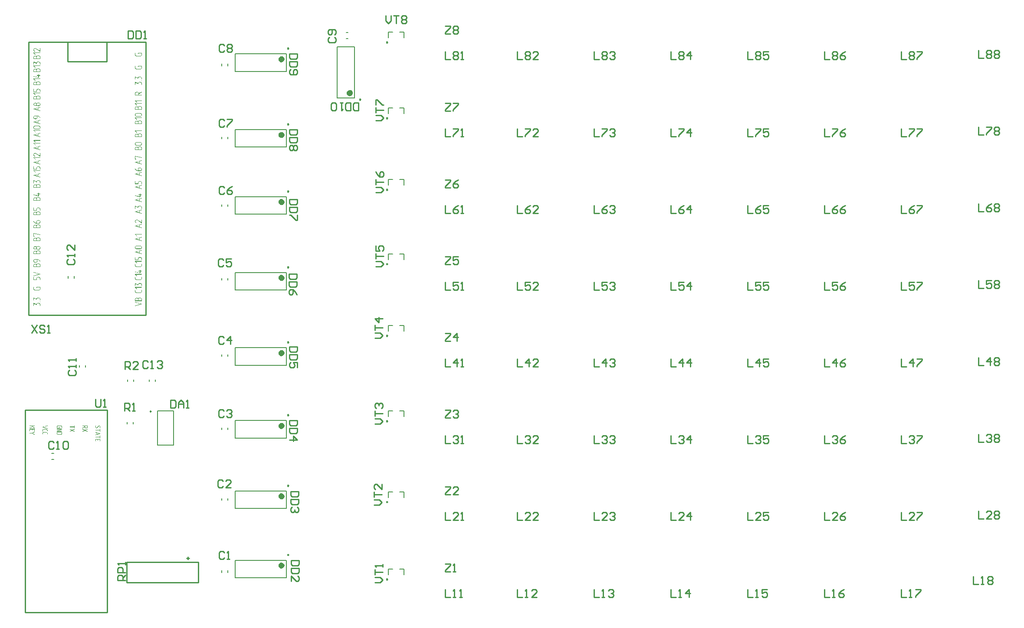
<source format=gto>
G04*
G04 #@! TF.GenerationSoftware,Altium Limited,Altium Designer,20.1.7 (139)*
G04*
G04 Layer_Color=65535*
%FSLAX25Y25*%
%MOIN*%
G70*
G04*
G04 #@! TF.SameCoordinates,6C4051BD-8A09-42F4-8E10-95B83C559B0F*
G04*
G04*
G04 #@! TF.FilePolarity,Positive*
G04*
G01*
G75*
%ADD10C,0.02362*%
%ADD11C,0.00984*%
%ADD12C,0.00787*%
%ADD13C,0.01000*%
G36*
X-221433Y404590D02*
X-221403Y404575D01*
X-221366Y404553D01*
X-221337Y404516D01*
X-221315Y404471D01*
X-221307Y404412D01*
Y403065D01*
X-221315Y403035D01*
X-221322Y402961D01*
X-221344Y402858D01*
X-221389Y402739D01*
X-221440Y402606D01*
X-221522Y402473D01*
X-221566Y402407D01*
X-221625Y402340D01*
X-221633D01*
X-221640Y402325D01*
X-221685Y402288D01*
X-221751Y402229D01*
X-221847Y402170D01*
X-221958Y402103D01*
X-222099Y402044D01*
X-222247Y402007D01*
X-222328Y402000D01*
X-222417Y401992D01*
X-225399D01*
X-225407D01*
X-225422D01*
X-225444D01*
X-225473Y402000D01*
X-225555Y402007D01*
X-225666Y402029D01*
X-225784Y402073D01*
X-225917Y402125D01*
X-226050Y402207D01*
X-226110Y402251D01*
X-226176Y402310D01*
X-226184Y402318D01*
X-226191Y402325D01*
X-226228Y402369D01*
X-226287Y402436D01*
X-226346Y402532D01*
X-226406Y402651D01*
X-226465Y402784D01*
X-226502Y402939D01*
X-226517Y403021D01*
Y404427D01*
X-226509Y404456D01*
X-226495Y404493D01*
X-226458Y404538D01*
X-226450Y404545D01*
X-226420Y404567D01*
X-226376Y404590D01*
X-226324Y404597D01*
X-226317D01*
X-226287Y404590D01*
X-226243Y404575D01*
X-226199Y404545D01*
X-226191Y404538D01*
X-226169Y404516D01*
X-226147Y404471D01*
X-226139Y404412D01*
Y403058D01*
X-226125Y402998D01*
X-226110Y402924D01*
X-226087Y402843D01*
X-226043Y402754D01*
X-225991Y402666D01*
X-225917Y402577D01*
X-225910Y402569D01*
X-225880Y402547D01*
X-225836Y402510D01*
X-225769Y402473D01*
X-225695Y402429D01*
X-225606Y402399D01*
X-225510Y402369D01*
X-225399Y402362D01*
X-222417D01*
X-222402D01*
X-222365Y402369D01*
X-222313Y402377D01*
X-222239Y402392D01*
X-222158Y402414D01*
X-222077Y402458D01*
X-221988Y402510D01*
X-221899Y402584D01*
X-221892Y402592D01*
X-221862Y402629D01*
X-221832Y402673D01*
X-221788Y402739D01*
X-221751Y402813D01*
X-221714Y402902D01*
X-221685Y402998D01*
X-221677Y403110D01*
Y404227D01*
X-223904D01*
Y403657D01*
X-223912Y403620D01*
X-223927Y403576D01*
X-223956Y403531D01*
X-223964Y403524D01*
X-223993Y403509D01*
X-224038Y403487D01*
X-224090Y403479D01*
X-224097D01*
X-224119Y403487D01*
X-224149Y403502D01*
X-224201Y403524D01*
X-224215Y403531D01*
X-224237Y403561D01*
X-224260Y403605D01*
X-224274Y403672D01*
Y404441D01*
X-224267Y404471D01*
X-224252Y404508D01*
X-224230Y404538D01*
X-224193Y404567D01*
X-224149Y404590D01*
X-224090Y404597D01*
X-221492D01*
X-221485D01*
X-221462D01*
X-221433Y404590D01*
D02*
G37*
G36*
Y414590D02*
X-221403Y414575D01*
X-221366Y414552D01*
X-221337Y414515D01*
X-221315Y414471D01*
X-221307Y414412D01*
Y413065D01*
X-221315Y413035D01*
X-221322Y412961D01*
X-221344Y412858D01*
X-221389Y412740D01*
X-221440Y412606D01*
X-221522Y412473D01*
X-221566Y412406D01*
X-221625Y412340D01*
X-221633D01*
X-221640Y412325D01*
X-221685Y412288D01*
X-221751Y412229D01*
X-221847Y412170D01*
X-221958Y412103D01*
X-222099Y412044D01*
X-222247Y412007D01*
X-222328Y412000D01*
X-222417Y411992D01*
X-225399D01*
X-225407D01*
X-225422D01*
X-225444D01*
X-225473Y412000D01*
X-225555Y412007D01*
X-225666Y412029D01*
X-225784Y412074D01*
X-225917Y412125D01*
X-226050Y412207D01*
X-226110Y412251D01*
X-226176Y412310D01*
X-226184Y412318D01*
X-226191Y412325D01*
X-226228Y412369D01*
X-226287Y412436D01*
X-226346Y412532D01*
X-226406Y412651D01*
X-226465Y412784D01*
X-226502Y412939D01*
X-226517Y413021D01*
Y414427D01*
X-226509Y414456D01*
X-226495Y414493D01*
X-226458Y414538D01*
X-226450Y414545D01*
X-226420Y414567D01*
X-226376Y414590D01*
X-226324Y414597D01*
X-226317D01*
X-226287Y414590D01*
X-226243Y414575D01*
X-226199Y414545D01*
X-226191Y414538D01*
X-226169Y414515D01*
X-226147Y414471D01*
X-226139Y414412D01*
Y413058D01*
X-226125Y412998D01*
X-226110Y412924D01*
X-226087Y412843D01*
X-226043Y412754D01*
X-225991Y412666D01*
X-225917Y412577D01*
X-225910Y412569D01*
X-225880Y412547D01*
X-225836Y412510D01*
X-225769Y412473D01*
X-225695Y412429D01*
X-225606Y412399D01*
X-225510Y412369D01*
X-225399Y412362D01*
X-222417D01*
X-222402D01*
X-222365Y412369D01*
X-222313Y412377D01*
X-222239Y412392D01*
X-222158Y412414D01*
X-222077Y412458D01*
X-221988Y412510D01*
X-221899Y412584D01*
X-221892Y412592D01*
X-221862Y412629D01*
X-221832Y412673D01*
X-221788Y412740D01*
X-221751Y412814D01*
X-221714Y412902D01*
X-221685Y412998D01*
X-221677Y413109D01*
Y414227D01*
X-223904D01*
Y413657D01*
X-223912Y413620D01*
X-223927Y413576D01*
X-223956Y413531D01*
X-223964Y413524D01*
X-223993Y413509D01*
X-224038Y413487D01*
X-224090Y413480D01*
X-224097D01*
X-224119Y413487D01*
X-224149Y413502D01*
X-224201Y413524D01*
X-224215Y413531D01*
X-224237Y413561D01*
X-224260Y413605D01*
X-224274Y413672D01*
Y414441D01*
X-224267Y414471D01*
X-224252Y414508D01*
X-224230Y414538D01*
X-224193Y414567D01*
X-224149Y414590D01*
X-224090Y414597D01*
X-221492D01*
X-221485D01*
X-221462D01*
X-221433Y414590D01*
D02*
G37*
G36*
X-222343Y226319D02*
X-222262Y226312D01*
X-222151Y226282D01*
X-222032Y226245D01*
X-221899Y226179D01*
X-221766Y226097D01*
X-221707Y226038D01*
X-221640Y225979D01*
Y225971D01*
X-221625Y225964D01*
X-221588Y225920D01*
X-221536Y225846D01*
X-221477Y225749D01*
X-221411Y225638D01*
X-221359Y225505D01*
X-221322Y225364D01*
X-221315Y225290D01*
X-221307Y225209D01*
Y223877D01*
X-221315Y223848D01*
X-221329Y223818D01*
X-221352Y223781D01*
X-221389Y223751D01*
X-221433Y223729D01*
X-221492Y223722D01*
X-226324D01*
X-226332D01*
X-226354D01*
X-226383Y223729D01*
X-226420Y223744D01*
X-226458Y223766D01*
X-226487Y223803D01*
X-226509Y223848D01*
X-226517Y223907D01*
Y225068D01*
X-226509Y225098D01*
X-226502Y225187D01*
X-226472Y225298D01*
X-226435Y225416D01*
X-226376Y225550D01*
X-226295Y225683D01*
X-226243Y225749D01*
X-226184Y225809D01*
X-226176Y225816D01*
X-226154Y225838D01*
X-226125Y225868D01*
X-226080Y225905D01*
X-226028Y225942D01*
X-225969Y225986D01*
X-225903Y226023D01*
X-225829Y226060D01*
X-225629Y226112D01*
X-225510Y226134D01*
X-225399Y226142D01*
X-225022D01*
X-225007D01*
X-224977D01*
X-224926Y226134D01*
X-224859Y226127D01*
X-224785Y226119D01*
X-224704Y226097D01*
X-224622Y226075D01*
X-224541Y226038D01*
X-224534Y226030D01*
X-224504Y226023D01*
X-224467Y225993D01*
X-224415Y225964D01*
X-224356Y225920D01*
X-224289Y225860D01*
X-224223Y225794D01*
X-224156Y225720D01*
X-224149Y225734D01*
X-224134Y225764D01*
X-224097Y225816D01*
X-224053Y225875D01*
X-223993Y225942D01*
X-223919Y226016D01*
X-223838Y226090D01*
X-223734Y226156D01*
X-223720Y226164D01*
X-223682Y226186D01*
X-223631Y226208D01*
X-223557Y226245D01*
X-223475Y226275D01*
X-223379Y226297D01*
X-223275Y226319D01*
X-223165Y226326D01*
X-222417D01*
X-222410D01*
X-222395D01*
X-222373D01*
X-222343Y226319D01*
D02*
G37*
G36*
X-226273Y222959D02*
X-221470Y221657D01*
X-221462D01*
X-221448Y221650D01*
X-221418Y221635D01*
X-221389Y221620D01*
X-221359Y221598D01*
X-221329Y221561D01*
X-221315Y221524D01*
X-221307Y221480D01*
Y221457D01*
X-221315Y221435D01*
X-221329Y221406D01*
X-221344Y221376D01*
X-221374Y221346D01*
X-221418Y221324D01*
X-221470Y221302D01*
X-226273Y220000D01*
X-226324Y219992D01*
X-226339D01*
X-226369Y220000D01*
X-226406Y220014D01*
X-226450Y220044D01*
X-226458Y220051D01*
X-226480Y220081D01*
X-226502Y220125D01*
X-226509Y220177D01*
Y220207D01*
X-226495Y220236D01*
X-226480Y220266D01*
X-226472Y220273D01*
X-226458Y220296D01*
X-226420Y220325D01*
X-226369Y220355D01*
X-222232Y221480D01*
X-226369Y222604D01*
X-226376D01*
X-226398Y222612D01*
X-226428Y222626D01*
X-226465Y222656D01*
X-226472Y222663D01*
X-226480Y222686D01*
X-226495Y222723D01*
X-226509Y222775D01*
Y222789D01*
X-226502Y222819D01*
X-226487Y222863D01*
X-226458Y222908D01*
X-226450Y222915D01*
X-226420Y222937D01*
X-226376Y222959D01*
X-226324Y222967D01*
X-226273Y222959D01*
D02*
G37*
G36*
X-222343Y237429D02*
X-222254Y237422D01*
X-222151Y237400D01*
X-222025Y237355D01*
X-221892Y237296D01*
X-221759Y237222D01*
X-221692Y237170D01*
X-221633Y237111D01*
X-221618Y237096D01*
X-221581Y237052D01*
X-221529Y236985D01*
X-221470Y236889D01*
X-221411Y236778D01*
X-221359Y236637D01*
X-221322Y236489D01*
X-221315Y236408D01*
X-221307Y236319D01*
Y235372D01*
X-221315Y235335D01*
X-221329Y235291D01*
X-221359Y235246D01*
X-221366Y235239D01*
X-221396Y235224D01*
X-221440Y235209D01*
X-221492Y235202D01*
X-221499D01*
X-221514Y235209D01*
X-221551Y235224D01*
X-221596Y235246D01*
X-221603D01*
X-221610Y235254D01*
X-221640Y235283D01*
X-221662Y235328D01*
X-221677Y235350D01*
Y236371D01*
X-221692Y236430D01*
X-221707Y236504D01*
X-221729Y236585D01*
X-221766Y236674D01*
X-221818Y236763D01*
X-221892Y236844D01*
X-221899Y236852D01*
X-221929Y236881D01*
X-221973Y236911D01*
X-222040Y236955D01*
X-222114Y236993D01*
X-222202Y237030D01*
X-222306Y237052D01*
X-222417Y237059D01*
X-223165D01*
X-223179D01*
X-223216D01*
X-223275Y237052D01*
X-223349Y237030D01*
X-223431Y237007D01*
X-223520Y236970D01*
X-223608Y236918D01*
X-223690Y236844D01*
X-223697Y236837D01*
X-223727Y236807D01*
X-223764Y236763D01*
X-223801Y236697D01*
X-223845Y236623D01*
X-223875Y236534D01*
X-223904Y236430D01*
X-223912Y236319D01*
Y236119D01*
X-223919Y236082D01*
X-223934Y236038D01*
X-223964Y235994D01*
X-223971Y235986D01*
X-224001Y235971D01*
X-224045Y235949D01*
X-224097Y235942D01*
X-224178Y235949D01*
X-224237Y235971D01*
X-226139Y236948D01*
Y235372D01*
X-226147Y235335D01*
X-226162Y235291D01*
X-226191Y235246D01*
X-226199Y235239D01*
X-226228Y235224D01*
X-226273Y235209D01*
X-226324Y235202D01*
X-226332D01*
X-226354Y235209D01*
X-226383Y235224D01*
X-226435Y235246D01*
X-226443D01*
X-226450Y235254D01*
X-226480Y235283D01*
X-226502Y235328D01*
X-226517Y235350D01*
Y237207D01*
X-226509Y237251D01*
X-226495Y237311D01*
X-226458Y237363D01*
X-226450Y237370D01*
X-226420Y237400D01*
X-226376Y237422D01*
X-226309Y237429D01*
X-226302D01*
X-226273Y237422D01*
X-226236Y237414D01*
X-226184Y237392D01*
X-225732Y237163D01*
X-224852Y236719D01*
X-224274Y236430D01*
Y236497D01*
X-224267Y236541D01*
X-224260Y236593D01*
X-224245Y236652D01*
X-224201Y236778D01*
Y236785D01*
X-224186Y236807D01*
X-224171Y236844D01*
X-224141Y236889D01*
X-224104Y236941D01*
X-224053Y237000D01*
X-223993Y237067D01*
X-223919Y237140D01*
X-223912Y237148D01*
X-223897Y237163D01*
X-223868Y237185D01*
X-223831Y237214D01*
X-223779Y237244D01*
X-223720Y237281D01*
X-223653Y237318D01*
X-223579Y237348D01*
X-223571D01*
X-223564Y237355D01*
X-223520Y237370D01*
X-223461Y237392D01*
X-223379Y237414D01*
X-223372D01*
X-223357Y237422D01*
X-223335D01*
X-223312Y237429D01*
X-223238Y237437D01*
X-223150D01*
X-222417D01*
X-222410D01*
X-222395D01*
X-222373D01*
X-222343Y237429D01*
D02*
G37*
G36*
X-221440Y234447D02*
X-221396Y234432D01*
X-221352Y234402D01*
X-221344Y234395D01*
X-221329Y234366D01*
X-221315Y234321D01*
X-221307Y234269D01*
Y234262D01*
X-221315Y234247D01*
X-221329Y234203D01*
X-221337Y234173D01*
X-221352Y234136D01*
X-221359Y234129D01*
X-221389Y234114D01*
X-221433Y234092D01*
X-221492Y234084D01*
X-225880D01*
X-225081Y233285D01*
X-225074Y233278D01*
X-225051Y233248D01*
X-225029Y233211D01*
X-225022Y233159D01*
Y233144D01*
X-225029Y233115D01*
X-225044Y233063D01*
X-225081Y233019D01*
X-225089Y233011D01*
X-225118Y232997D01*
X-225163Y232974D01*
X-225214Y232967D01*
X-225222D01*
X-225237Y232974D01*
X-225273Y232989D01*
X-225303Y233004D01*
X-225340Y233026D01*
X-226458Y234136D01*
X-226465Y234143D01*
X-226487Y234173D01*
X-226502Y234210D01*
X-226509Y234262D01*
Y234277D01*
X-226502Y234306D01*
X-226487Y234351D01*
X-226458Y234395D01*
X-226450Y234402D01*
X-226428Y234425D01*
X-226383Y234447D01*
X-226324Y234454D01*
X-221492D01*
X-221477D01*
X-221440Y234447D01*
D02*
G37*
G36*
X-221455Y232220D02*
X-221411Y232205D01*
X-221366Y232175D01*
X-221359Y232168D01*
X-221337Y232138D01*
X-221315Y232094D01*
X-221307Y232034D01*
Y231065D01*
X-221315Y231035D01*
X-221322Y230961D01*
X-221344Y230858D01*
X-221389Y230739D01*
X-221440Y230606D01*
X-221522Y230473D01*
X-221566Y230406D01*
X-221625Y230340D01*
X-221633D01*
X-221640Y230325D01*
X-221685Y230288D01*
X-221751Y230229D01*
X-221847Y230170D01*
X-221958Y230103D01*
X-222099Y230044D01*
X-222247Y230007D01*
X-222328Y229999D01*
X-222417Y229992D01*
X-225399D01*
X-225407D01*
X-225422D01*
X-225444D01*
X-225473Y229999D01*
X-225555Y230007D01*
X-225666Y230029D01*
X-225784Y230073D01*
X-225917Y230125D01*
X-226050Y230207D01*
X-226110Y230251D01*
X-226176Y230310D01*
X-226184Y230318D01*
X-226191Y230325D01*
X-226228Y230369D01*
X-226287Y230436D01*
X-226346Y230532D01*
X-226406Y230651D01*
X-226465Y230784D01*
X-226502Y230939D01*
X-226517Y231021D01*
Y232049D01*
X-226509Y232079D01*
X-226495Y232116D01*
X-226458Y232160D01*
X-226450Y232168D01*
X-226420Y232197D01*
X-226376Y232220D01*
X-226324Y232227D01*
X-226317D01*
X-226287Y232220D01*
X-226243Y232205D01*
X-226199Y232175D01*
X-226191Y232168D01*
X-226169Y232138D01*
X-226147Y232094D01*
X-226139Y232034D01*
Y231058D01*
X-226132Y230998D01*
X-226110Y230925D01*
X-226087Y230843D01*
X-226050Y230754D01*
X-225999Y230665D01*
X-225925Y230577D01*
X-225917Y230569D01*
X-225888Y230547D01*
X-225843Y230510D01*
X-225777Y230473D01*
X-225703Y230429D01*
X-225614Y230399D01*
X-225510Y230369D01*
X-225399Y230362D01*
X-222417D01*
X-222402D01*
X-222365D01*
X-222306Y230377D01*
X-222239Y230392D01*
X-222158Y230414D01*
X-222069Y230451D01*
X-221981Y230503D01*
X-221892Y230577D01*
X-221884Y230584D01*
X-221862Y230614D01*
X-221825Y230665D01*
X-221788Y230725D01*
X-221744Y230806D01*
X-221714Y230895D01*
X-221685Y230998D01*
X-221677Y231109D01*
Y232049D01*
X-221670Y232079D01*
X-221655Y232116D01*
X-221618Y232160D01*
X-221610Y232168D01*
X-221581Y232197D01*
X-221536Y232220D01*
X-221492Y232227D01*
X-221485D01*
X-221455Y232220D01*
D02*
G37*
G36*
X-222565Y247799D02*
X-222521Y247784D01*
X-222476Y247755D01*
X-222469Y247747D01*
X-222447Y247725D01*
X-222425Y247681D01*
X-222417Y247621D01*
Y247059D01*
X-221492D01*
X-221477D01*
X-221440Y247052D01*
X-221396Y247037D01*
X-221352Y247007D01*
X-221344Y247000D01*
X-221329Y246970D01*
X-221315Y246926D01*
X-221307Y246874D01*
Y246867D01*
X-221315Y246852D01*
X-221329Y246815D01*
X-221337Y246785D01*
X-221352Y246748D01*
X-221359Y246741D01*
X-221389Y246719D01*
X-221433Y246696D01*
X-221492Y246689D01*
X-222417D01*
Y245372D01*
X-222425Y245342D01*
X-222439Y245298D01*
X-222469Y245253D01*
X-222476Y245246D01*
X-222506Y245231D01*
X-222550Y245209D01*
X-222602Y245202D01*
X-222646D01*
X-226361Y245949D01*
X-226369D01*
X-226376D01*
X-226406Y245956D01*
X-226443Y245979D01*
X-226480Y246008D01*
X-226517Y246127D01*
Y246142D01*
X-226509Y246171D01*
X-226495Y246216D01*
X-226465Y246260D01*
X-226458Y246267D01*
X-226428Y246289D01*
X-226383Y246312D01*
X-226332Y246319D01*
X-226287Y246312D01*
X-222795Y245616D01*
Y246689D01*
X-223727D01*
X-223734D01*
X-223764Y246696D01*
X-223801Y246711D01*
X-223845Y246741D01*
X-223853Y246748D01*
X-223882Y246778D01*
X-223904Y246822D01*
X-223912Y246874D01*
Y246889D01*
X-223904Y246919D01*
X-223890Y246955D01*
X-223860Y247000D01*
X-223853Y247007D01*
X-223831Y247029D01*
X-223786Y247052D01*
X-223727Y247059D01*
X-222795D01*
Y247636D01*
X-222787Y247666D01*
X-222772Y247703D01*
X-222735Y247747D01*
X-222728Y247755D01*
X-222698Y247777D01*
X-222654Y247799D01*
X-222609Y247807D01*
X-222595D01*
X-222565Y247799D01*
D02*
G37*
G36*
X-221440Y244447D02*
X-221396Y244432D01*
X-221352Y244403D01*
X-221344Y244395D01*
X-221329Y244366D01*
X-221315Y244321D01*
X-221307Y244269D01*
Y244262D01*
X-221315Y244247D01*
X-221329Y244203D01*
X-221337Y244173D01*
X-221352Y244136D01*
X-221359Y244129D01*
X-221389Y244114D01*
X-221433Y244092D01*
X-221492Y244084D01*
X-225880D01*
X-225081Y243285D01*
X-225074Y243278D01*
X-225051Y243248D01*
X-225029Y243211D01*
X-225022Y243159D01*
Y243144D01*
X-225029Y243115D01*
X-225044Y243063D01*
X-225081Y243019D01*
X-225089Y243011D01*
X-225118Y242997D01*
X-225163Y242974D01*
X-225214Y242967D01*
X-225222D01*
X-225237Y242974D01*
X-225273Y242989D01*
X-225303Y243004D01*
X-225340Y243026D01*
X-226458Y244136D01*
X-226465Y244144D01*
X-226487Y244173D01*
X-226502Y244210D01*
X-226509Y244262D01*
Y244277D01*
X-226502Y244306D01*
X-226487Y244351D01*
X-226458Y244395D01*
X-226450Y244403D01*
X-226428Y244425D01*
X-226383Y244447D01*
X-226324Y244454D01*
X-221492D01*
X-221477D01*
X-221440Y244447D01*
D02*
G37*
G36*
X-221455Y242219D02*
X-221411Y242205D01*
X-221366Y242175D01*
X-221359Y242168D01*
X-221337Y242138D01*
X-221315Y242094D01*
X-221307Y242035D01*
Y241065D01*
X-221315Y241036D01*
X-221322Y240962D01*
X-221344Y240858D01*
X-221389Y240739D01*
X-221440Y240606D01*
X-221522Y240473D01*
X-221566Y240406D01*
X-221625Y240340D01*
X-221633D01*
X-221640Y240325D01*
X-221685Y240288D01*
X-221751Y240229D01*
X-221847Y240170D01*
X-221958Y240103D01*
X-222099Y240044D01*
X-222247Y240007D01*
X-222328Y240000D01*
X-222417Y239992D01*
X-225399D01*
X-225407D01*
X-225422D01*
X-225444D01*
X-225473Y240000D01*
X-225555Y240007D01*
X-225666Y240029D01*
X-225784Y240073D01*
X-225917Y240125D01*
X-226050Y240207D01*
X-226110Y240251D01*
X-226176Y240310D01*
X-226184Y240318D01*
X-226191Y240325D01*
X-226228Y240370D01*
X-226287Y240436D01*
X-226346Y240532D01*
X-226406Y240651D01*
X-226465Y240784D01*
X-226502Y240939D01*
X-226517Y241021D01*
Y242049D01*
X-226509Y242079D01*
X-226495Y242116D01*
X-226458Y242160D01*
X-226450Y242168D01*
X-226420Y242197D01*
X-226376Y242219D01*
X-226324Y242227D01*
X-226317D01*
X-226287Y242219D01*
X-226243Y242205D01*
X-226199Y242175D01*
X-226191Y242168D01*
X-226169Y242138D01*
X-226147Y242094D01*
X-226139Y242035D01*
Y241058D01*
X-226132Y240999D01*
X-226110Y240925D01*
X-226087Y240843D01*
X-226050Y240754D01*
X-225999Y240666D01*
X-225925Y240577D01*
X-225917Y240569D01*
X-225888Y240547D01*
X-225843Y240510D01*
X-225777Y240473D01*
X-225703Y240429D01*
X-225614Y240399D01*
X-225510Y240370D01*
X-225399Y240362D01*
X-222417D01*
X-222402D01*
X-222365D01*
X-222306Y240377D01*
X-222239Y240392D01*
X-222158Y240414D01*
X-222069Y240451D01*
X-221981Y240503D01*
X-221892Y240577D01*
X-221884Y240584D01*
X-221862Y240614D01*
X-221825Y240666D01*
X-221788Y240725D01*
X-221744Y240806D01*
X-221714Y240895D01*
X-221685Y240999D01*
X-221677Y241109D01*
Y242049D01*
X-221670Y242079D01*
X-221655Y242116D01*
X-221618Y242160D01*
X-221610Y242168D01*
X-221581Y242197D01*
X-221536Y242219D01*
X-221492Y242227D01*
X-221485D01*
X-221455Y242219D01*
D02*
G37*
G36*
X-222343Y257429D02*
X-222254Y257422D01*
X-222151Y257392D01*
X-222025Y257355D01*
X-221899Y257296D01*
X-221766Y257214D01*
X-221699Y257163D01*
X-221633Y257103D01*
X-221618Y257089D01*
X-221581Y257044D01*
X-221529Y256978D01*
X-221470Y256881D01*
X-221411Y256770D01*
X-221359Y256637D01*
X-221322Y256482D01*
X-221315Y256400D01*
X-221307Y256319D01*
Y255372D01*
X-221315Y255335D01*
X-221329Y255291D01*
X-221359Y255246D01*
X-221366Y255239D01*
X-221396Y255224D01*
X-221440Y255209D01*
X-221492Y255202D01*
X-221499D01*
X-221514Y255209D01*
X-221551Y255224D01*
X-221596Y255246D01*
X-221603D01*
X-221610Y255254D01*
X-221640Y255283D01*
X-221662Y255328D01*
X-221677Y255350D01*
Y256371D01*
X-221692Y256430D01*
X-221707Y256504D01*
X-221729Y256586D01*
X-221766Y256674D01*
X-221818Y256763D01*
X-221892Y256844D01*
X-221899Y256852D01*
X-221929Y256881D01*
X-221973Y256911D01*
X-222040Y256956D01*
X-222114Y256993D01*
X-222202Y257030D01*
X-222306Y257052D01*
X-222417Y257059D01*
X-223165D01*
X-223179D01*
X-223216D01*
X-223275Y257052D01*
X-223349Y257030D01*
X-223431Y257007D01*
X-223520Y256970D01*
X-223608Y256919D01*
X-223690Y256844D01*
X-223697Y256837D01*
X-223727Y256807D01*
X-223757Y256763D01*
X-223801Y256697D01*
X-223838Y256623D01*
X-223875Y256534D01*
X-223897Y256430D01*
X-223904Y256319D01*
Y255357D01*
X-223912Y255328D01*
X-223927Y255298D01*
X-223949Y255261D01*
X-223986Y255231D01*
X-224030Y255209D01*
X-224090Y255202D01*
X-226324D01*
X-226332D01*
X-226354D01*
X-226383Y255209D01*
X-226420Y255224D01*
X-226458Y255246D01*
X-226487Y255283D01*
X-226509Y255328D01*
X-226517Y255387D01*
Y257259D01*
X-226509Y257289D01*
X-226495Y257326D01*
X-226458Y257370D01*
X-226450Y257377D01*
X-226420Y257407D01*
X-226376Y257429D01*
X-226324Y257436D01*
X-226317D01*
X-226287Y257429D01*
X-226243Y257414D01*
X-226199Y257385D01*
X-226191Y257377D01*
X-226169Y257348D01*
X-226147Y257303D01*
X-226139Y257244D01*
Y255572D01*
X-224274D01*
Y256364D01*
X-224267Y256393D01*
X-224260Y256482D01*
X-224237Y256593D01*
X-224193Y256711D01*
X-224134Y256844D01*
X-224060Y256978D01*
X-224008Y257044D01*
X-223949Y257103D01*
Y257111D01*
X-223934Y257118D01*
X-223890Y257155D01*
X-223823Y257207D01*
X-223727Y257274D01*
X-223616Y257333D01*
X-223483Y257385D01*
X-223327Y257422D01*
X-223246Y257436D01*
X-223165D01*
X-222417D01*
X-222410D01*
X-222395D01*
X-222373D01*
X-222343Y257429D01*
D02*
G37*
G36*
X-221440Y254447D02*
X-221396Y254432D01*
X-221352Y254402D01*
X-221344Y254395D01*
X-221329Y254365D01*
X-221315Y254321D01*
X-221307Y254269D01*
Y254262D01*
X-221315Y254247D01*
X-221329Y254203D01*
X-221337Y254173D01*
X-221352Y254136D01*
X-221359Y254129D01*
X-221389Y254114D01*
X-221433Y254092D01*
X-221492Y254084D01*
X-225880D01*
X-225081Y253285D01*
X-225074Y253278D01*
X-225051Y253248D01*
X-225029Y253211D01*
X-225022Y253159D01*
Y253145D01*
X-225029Y253115D01*
X-225044Y253063D01*
X-225081Y253019D01*
X-225089Y253011D01*
X-225118Y252996D01*
X-225163Y252974D01*
X-225214Y252967D01*
X-225222D01*
X-225237Y252974D01*
X-225273Y252989D01*
X-225303Y253004D01*
X-225340Y253026D01*
X-226458Y254136D01*
X-226465Y254144D01*
X-226487Y254173D01*
X-226502Y254210D01*
X-226509Y254262D01*
Y254277D01*
X-226502Y254306D01*
X-226487Y254351D01*
X-226458Y254395D01*
X-226450Y254402D01*
X-226428Y254425D01*
X-226383Y254447D01*
X-226324Y254454D01*
X-221492D01*
X-221477D01*
X-221440Y254447D01*
D02*
G37*
G36*
X-221455Y252220D02*
X-221411Y252205D01*
X-221366Y252175D01*
X-221359Y252168D01*
X-221337Y252138D01*
X-221315Y252094D01*
X-221307Y252034D01*
Y251065D01*
X-221315Y251035D01*
X-221322Y250961D01*
X-221344Y250858D01*
X-221389Y250740D01*
X-221440Y250606D01*
X-221522Y250473D01*
X-221566Y250407D01*
X-221625Y250340D01*
X-221633D01*
X-221640Y250325D01*
X-221685Y250288D01*
X-221751Y250229D01*
X-221847Y250170D01*
X-221958Y250103D01*
X-222099Y250044D01*
X-222247Y250007D01*
X-222328Y249999D01*
X-222417Y249992D01*
X-225399D01*
X-225407D01*
X-225422D01*
X-225444D01*
X-225473Y249999D01*
X-225555Y250007D01*
X-225666Y250029D01*
X-225784Y250074D01*
X-225917Y250125D01*
X-226050Y250207D01*
X-226110Y250251D01*
X-226176Y250310D01*
X-226184Y250318D01*
X-226191Y250325D01*
X-226228Y250370D01*
X-226287Y250436D01*
X-226346Y250532D01*
X-226406Y250651D01*
X-226465Y250784D01*
X-226502Y250939D01*
X-226517Y251021D01*
Y252049D01*
X-226509Y252079D01*
X-226495Y252116D01*
X-226458Y252160D01*
X-226450Y252168D01*
X-226420Y252197D01*
X-226376Y252220D01*
X-226324Y252227D01*
X-226317D01*
X-226287Y252220D01*
X-226243Y252205D01*
X-226199Y252175D01*
X-226191Y252168D01*
X-226169Y252138D01*
X-226147Y252094D01*
X-226139Y252034D01*
Y251058D01*
X-226132Y250998D01*
X-226110Y250924D01*
X-226087Y250843D01*
X-226050Y250754D01*
X-225999Y250665D01*
X-225925Y250577D01*
X-225917Y250569D01*
X-225888Y250547D01*
X-225843Y250510D01*
X-225777Y250473D01*
X-225703Y250429D01*
X-225614Y250399D01*
X-225510Y250370D01*
X-225399Y250362D01*
X-222417D01*
X-222402D01*
X-222365D01*
X-222306Y250377D01*
X-222239Y250392D01*
X-222158Y250414D01*
X-222069Y250451D01*
X-221981Y250503D01*
X-221892Y250577D01*
X-221884Y250584D01*
X-221862Y250614D01*
X-221825Y250665D01*
X-221788Y250725D01*
X-221744Y250806D01*
X-221714Y250895D01*
X-221685Y250998D01*
X-221677Y251110D01*
Y252049D01*
X-221670Y252079D01*
X-221655Y252116D01*
X-221618Y252160D01*
X-221610Y252168D01*
X-221581Y252197D01*
X-221536Y252220D01*
X-221492Y252227D01*
X-221485D01*
X-221455Y252220D01*
D02*
G37*
G36*
X-222343Y266319D02*
X-222254Y266312D01*
X-222151Y266289D01*
X-222025Y266245D01*
X-221899Y266186D01*
X-221766Y266112D01*
X-221699Y266060D01*
X-221633Y266001D01*
X-221618Y265986D01*
X-221581Y265942D01*
X-221529Y265875D01*
X-221470Y265779D01*
X-221411Y265668D01*
X-221359Y265527D01*
X-221322Y265379D01*
X-221315Y265298D01*
X-221307Y265209D01*
Y264795D01*
X-221315Y264765D01*
X-221322Y264691D01*
X-221344Y264587D01*
X-221389Y264469D01*
X-221440Y264336D01*
X-221522Y264203D01*
X-221566Y264136D01*
X-221625Y264070D01*
X-221633D01*
X-221640Y264055D01*
X-221685Y264018D01*
X-221751Y263959D01*
X-221847Y263899D01*
X-221958Y263833D01*
X-222099Y263773D01*
X-222247Y263737D01*
X-222328Y263729D01*
X-222417Y263722D01*
X-225399D01*
X-225407D01*
X-225422D01*
X-225444D01*
X-225473Y263729D01*
X-225555Y263737D01*
X-225666Y263759D01*
X-225784Y263803D01*
X-225917Y263855D01*
X-226050Y263936D01*
X-226110Y263981D01*
X-226176Y264040D01*
X-226184Y264047D01*
X-226191Y264055D01*
X-226228Y264099D01*
X-226287Y264166D01*
X-226346Y264262D01*
X-226406Y264380D01*
X-226465Y264513D01*
X-226502Y264669D01*
X-226517Y264750D01*
Y265253D01*
X-226509Y265283D01*
X-226502Y265372D01*
X-226480Y265483D01*
X-226435Y265601D01*
X-226376Y265735D01*
X-226302Y265868D01*
X-226250Y265934D01*
X-226191Y265993D01*
Y266001D01*
X-226176Y266008D01*
X-226132Y266045D01*
X-226065Y266097D01*
X-225969Y266164D01*
X-225858Y266223D01*
X-225717Y266275D01*
X-225570Y266312D01*
X-225488Y266326D01*
X-225399D01*
X-222417D01*
X-222410D01*
X-222395D01*
X-222373D01*
X-222343Y266319D01*
D02*
G37*
G36*
X-221448Y262960D02*
X-221403Y262945D01*
X-221359Y262908D01*
X-221352Y262900D01*
X-221337Y262871D01*
X-221315Y262826D01*
X-221307Y262774D01*
Y262767D01*
X-221315Y262737D01*
X-221322Y262708D01*
X-221337Y262671D01*
X-221344Y262664D01*
X-221366Y262649D01*
X-221396Y262627D01*
X-221448Y262604D01*
X-222795Y262242D01*
Y260717D01*
X-221448Y260355D01*
X-221440D01*
X-221411Y260347D01*
X-221374Y260325D01*
X-221344Y260296D01*
X-221337Y260288D01*
X-221329Y260259D01*
X-221315Y260222D01*
X-221307Y260177D01*
Y260162D01*
X-221315Y260133D01*
X-221329Y260088D01*
X-221359Y260044D01*
X-221366Y260036D01*
X-221396Y260022D01*
X-221440Y259999D01*
X-221492Y259992D01*
X-221544Y259999D01*
X-226339Y261302D01*
X-226346D01*
X-226369Y261309D01*
X-226391Y261324D01*
X-226428Y261339D01*
X-226458Y261368D01*
X-226480Y261398D01*
X-226502Y261435D01*
X-226509Y261479D01*
Y261502D01*
X-226502Y261524D01*
X-226487Y261554D01*
X-226465Y261583D01*
X-226435Y261613D01*
X-226398Y261635D01*
X-226339Y261657D01*
X-221544Y262960D01*
X-221485Y262967D01*
X-221477D01*
X-221448Y262960D01*
D02*
G37*
G36*
X-221440Y275202D02*
X-221396Y275187D01*
X-221352Y275157D01*
X-221344Y275150D01*
X-221329Y275120D01*
X-221315Y275076D01*
X-221307Y275024D01*
Y275017D01*
X-221315Y275002D01*
X-221329Y274957D01*
X-221337Y274928D01*
X-221352Y274891D01*
X-221359Y274884D01*
X-221389Y274869D01*
X-221433Y274847D01*
X-221492Y274839D01*
X-225880D01*
X-225081Y274040D01*
X-225074Y274032D01*
X-225051Y274003D01*
X-225029Y273966D01*
X-225022Y273914D01*
Y273899D01*
X-225029Y273870D01*
X-225044Y273818D01*
X-225081Y273774D01*
X-225089Y273766D01*
X-225118Y273751D01*
X-225163Y273729D01*
X-225214Y273722D01*
X-225222D01*
X-225237Y273729D01*
X-225273Y273744D01*
X-225303Y273759D01*
X-225340Y273781D01*
X-226458Y274891D01*
X-226465Y274898D01*
X-226487Y274928D01*
X-226502Y274965D01*
X-226509Y275017D01*
Y275031D01*
X-226502Y275061D01*
X-226487Y275106D01*
X-226458Y275150D01*
X-226450Y275157D01*
X-226428Y275180D01*
X-226383Y275202D01*
X-226324Y275209D01*
X-221492D01*
X-221477D01*
X-221440Y275202D01*
D02*
G37*
G36*
X-221448Y272959D02*
X-221403Y272945D01*
X-221359Y272908D01*
X-221352Y272900D01*
X-221337Y272871D01*
X-221315Y272826D01*
X-221307Y272775D01*
Y272767D01*
X-221315Y272738D01*
X-221322Y272708D01*
X-221337Y272671D01*
X-221344Y272663D01*
X-221366Y272649D01*
X-221396Y272626D01*
X-221448Y272604D01*
X-222795Y272242D01*
Y270717D01*
X-221448Y270355D01*
X-221440D01*
X-221411Y270347D01*
X-221374Y270325D01*
X-221344Y270296D01*
X-221337Y270288D01*
X-221329Y270258D01*
X-221315Y270221D01*
X-221307Y270177D01*
Y270162D01*
X-221315Y270133D01*
X-221329Y270088D01*
X-221359Y270044D01*
X-221366Y270037D01*
X-221396Y270022D01*
X-221440Y270000D01*
X-221492Y269992D01*
X-221544Y270000D01*
X-226339Y271302D01*
X-226346D01*
X-226369Y271309D01*
X-226391Y271324D01*
X-226428Y271339D01*
X-226458Y271369D01*
X-226480Y271398D01*
X-226502Y271435D01*
X-226509Y271480D01*
Y271502D01*
X-226502Y271524D01*
X-226487Y271553D01*
X-226465Y271583D01*
X-226435Y271613D01*
X-226398Y271635D01*
X-226339Y271657D01*
X-221544Y272959D01*
X-221485Y272967D01*
X-221477D01*
X-221448Y272959D01*
D02*
G37*
G36*
X-225126Y286349D02*
X-225066Y286341D01*
X-225007Y286334D01*
X-224874Y286297D01*
X-224867D01*
X-224844Y286290D01*
X-224807Y286275D01*
X-224763Y286252D01*
X-224704Y286223D01*
X-224637Y286193D01*
X-224563Y286149D01*
X-224482Y286104D01*
X-221677Y284255D01*
Y286149D01*
X-221670Y286178D01*
X-221655Y286215D01*
X-221618Y286260D01*
X-221610Y286267D01*
X-221581Y286290D01*
X-221536Y286312D01*
X-221492Y286319D01*
X-221485D01*
X-221455Y286312D01*
X-221411Y286297D01*
X-221366Y286267D01*
X-221359Y286260D01*
X-221337Y286238D01*
X-221315Y286193D01*
X-221307Y286134D01*
Y283892D01*
X-221315Y283862D01*
X-221329Y283825D01*
X-221366Y283773D01*
X-221374Y283766D01*
X-221403Y283751D01*
X-221448Y283729D01*
X-221507Y283722D01*
X-221514D01*
X-221536Y283729D01*
X-221566Y283736D01*
X-221596Y283751D01*
X-224689Y285794D01*
X-224830Y285868D01*
X-224963Y285927D01*
X-224970D01*
X-224985Y285934D01*
X-225014Y285942D01*
X-225044Y285949D01*
X-225133Y285964D01*
X-225237Y285971D01*
X-225244D01*
X-225251D01*
X-225303Y285964D01*
X-225370Y285957D01*
X-225459Y285934D01*
X-225555Y285897D01*
X-225666Y285845D01*
X-225769Y285771D01*
X-225873Y285668D01*
X-225880Y285661D01*
X-225895Y285646D01*
X-225917Y285616D01*
X-225939Y285579D01*
X-225969Y285535D01*
X-226006Y285475D01*
X-226065Y285350D01*
Y285342D01*
X-226080Y285320D01*
X-226087Y285283D01*
X-226102Y285231D01*
X-226117Y285179D01*
X-226125Y285113D01*
X-226139Y284980D01*
Y284935D01*
X-226132Y284891D01*
X-226125Y284824D01*
X-226102Y284750D01*
X-226080Y284676D01*
X-226043Y284588D01*
X-225991Y284506D01*
X-225984Y284499D01*
X-225962Y284469D01*
X-225932Y284432D01*
X-225880Y284380D01*
X-225814Y284321D01*
X-225725Y284262D01*
X-225621Y284203D01*
X-225503Y284143D01*
X-225496Y284136D01*
X-225473Y284129D01*
X-225444Y284106D01*
X-225414Y284084D01*
Y284077D01*
X-225399Y284055D01*
X-225392Y284025D01*
X-225384Y283981D01*
Y283966D01*
X-225392Y283936D01*
X-225407Y283885D01*
X-225429Y283840D01*
X-225436Y283833D01*
X-225466Y283810D01*
X-225510Y283788D01*
X-225562Y283781D01*
X-225629Y283796D01*
X-225636D01*
X-225651Y283803D01*
X-225673Y283810D01*
X-225703Y283825D01*
X-225784Y283862D01*
X-225888Y283914D01*
X-225999Y283981D01*
X-226110Y284069D01*
X-226213Y284166D01*
X-226309Y284284D01*
X-226317Y284299D01*
X-226339Y284336D01*
X-226376Y284395D01*
X-226413Y284476D01*
X-226450Y284580D01*
X-226487Y284691D01*
X-226509Y284824D01*
X-226517Y284965D01*
Y285017D01*
X-226509Y285054D01*
Y285098D01*
X-226495Y285157D01*
X-226472Y285283D01*
X-226428Y285431D01*
X-226361Y285594D01*
X-226324Y285675D01*
X-226273Y285757D01*
X-226221Y285838D01*
X-226154Y285919D01*
X-226147Y285927D01*
X-226139Y285942D01*
X-226117Y285957D01*
X-226087Y285986D01*
X-226050Y286023D01*
X-226006Y286060D01*
X-225895Y286141D01*
X-225762Y286215D01*
X-225606Y286290D01*
X-225518Y286319D01*
X-225429Y286334D01*
X-225333Y286349D01*
X-225237Y286356D01*
X-225229D01*
X-225207D01*
X-225170D01*
X-225126Y286349D01*
D02*
G37*
G36*
X-221448Y282960D02*
X-221403Y282945D01*
X-221359Y282908D01*
X-221352Y282900D01*
X-221337Y282871D01*
X-221315Y282826D01*
X-221307Y282774D01*
Y282767D01*
X-221315Y282737D01*
X-221322Y282708D01*
X-221337Y282671D01*
X-221344Y282663D01*
X-221366Y282649D01*
X-221396Y282627D01*
X-221448Y282604D01*
X-222795Y282242D01*
Y280717D01*
X-221448Y280355D01*
X-221440D01*
X-221411Y280347D01*
X-221374Y280325D01*
X-221344Y280295D01*
X-221337Y280288D01*
X-221329Y280258D01*
X-221315Y280222D01*
X-221307Y280177D01*
Y280162D01*
X-221315Y280133D01*
X-221329Y280088D01*
X-221359Y280044D01*
X-221366Y280036D01*
X-221396Y280022D01*
X-221440Y279999D01*
X-221492Y279992D01*
X-221544Y279999D01*
X-226339Y281302D01*
X-226346D01*
X-226369Y281309D01*
X-226391Y281324D01*
X-226428Y281339D01*
X-226458Y281368D01*
X-226480Y281398D01*
X-226502Y281435D01*
X-226509Y281480D01*
Y281502D01*
X-226502Y281524D01*
X-226487Y281554D01*
X-226465Y281583D01*
X-226435Y281613D01*
X-226398Y281635D01*
X-226339Y281657D01*
X-221544Y282960D01*
X-221485Y282967D01*
X-221477D01*
X-221448Y282960D01*
D02*
G37*
G36*
X-222343Y296949D02*
X-222254Y296942D01*
X-222151Y296919D01*
X-222025Y296875D01*
X-221892Y296816D01*
X-221759Y296742D01*
X-221692Y296690D01*
X-221633Y296631D01*
X-221618Y296616D01*
X-221581Y296572D01*
X-221529Y296505D01*
X-221470Y296409D01*
X-221411Y296298D01*
X-221359Y296157D01*
X-221322Y296009D01*
X-221315Y295928D01*
X-221307Y295839D01*
Y294892D01*
X-221315Y294855D01*
X-221329Y294811D01*
X-221359Y294766D01*
X-221366Y294759D01*
X-221396Y294744D01*
X-221440Y294729D01*
X-221492Y294722D01*
X-221499D01*
X-221514Y294729D01*
X-221551Y294744D01*
X-221596Y294766D01*
X-221603D01*
X-221610Y294774D01*
X-221640Y294803D01*
X-221662Y294847D01*
X-221677Y294870D01*
Y295891D01*
X-221692Y295950D01*
X-221707Y296024D01*
X-221729Y296106D01*
X-221766Y296194D01*
X-221818Y296283D01*
X-221892Y296364D01*
X-221899Y296372D01*
X-221929Y296402D01*
X-221973Y296431D01*
X-222040Y296476D01*
X-222114Y296513D01*
X-222202Y296550D01*
X-222306Y296572D01*
X-222417Y296579D01*
X-223165D01*
X-223179D01*
X-223216D01*
X-223275Y296572D01*
X-223349Y296550D01*
X-223431Y296527D01*
X-223520Y296490D01*
X-223608Y296439D01*
X-223690Y296364D01*
X-223697Y296357D01*
X-223727Y296327D01*
X-223764Y296283D01*
X-223801Y296217D01*
X-223845Y296143D01*
X-223875Y296054D01*
X-223904Y295950D01*
X-223912Y295839D01*
Y295639D01*
X-223919Y295602D01*
X-223934Y295558D01*
X-223964Y295514D01*
X-223971Y295506D01*
X-224001Y295491D01*
X-224045Y295469D01*
X-224097Y295462D01*
X-224178Y295469D01*
X-224237Y295491D01*
X-226139Y296468D01*
Y294892D01*
X-226147Y294855D01*
X-226162Y294811D01*
X-226191Y294766D01*
X-226199Y294759D01*
X-226228Y294744D01*
X-226273Y294729D01*
X-226324Y294722D01*
X-226332D01*
X-226354Y294729D01*
X-226383Y294744D01*
X-226435Y294766D01*
X-226443D01*
X-226450Y294774D01*
X-226480Y294803D01*
X-226502Y294847D01*
X-226517Y294870D01*
Y296727D01*
X-226509Y296772D01*
X-226495Y296831D01*
X-226458Y296883D01*
X-226450Y296890D01*
X-226420Y296919D01*
X-226376Y296942D01*
X-226309Y296949D01*
X-226302D01*
X-226273Y296942D01*
X-226236Y296934D01*
X-226184Y296912D01*
X-225732Y296683D01*
X-224852Y296239D01*
X-224274Y295950D01*
Y296017D01*
X-224267Y296061D01*
X-224260Y296113D01*
X-224245Y296172D01*
X-224201Y296298D01*
Y296305D01*
X-224186Y296327D01*
X-224171Y296364D01*
X-224141Y296409D01*
X-224104Y296461D01*
X-224053Y296520D01*
X-223993Y296586D01*
X-223919Y296660D01*
X-223912Y296668D01*
X-223897Y296683D01*
X-223868Y296705D01*
X-223831Y296734D01*
X-223779Y296764D01*
X-223720Y296801D01*
X-223653Y296838D01*
X-223579Y296868D01*
X-223571D01*
X-223564Y296875D01*
X-223520Y296890D01*
X-223461Y296912D01*
X-223379Y296934D01*
X-223372D01*
X-223357Y296942D01*
X-223335D01*
X-223312Y296949D01*
X-223238Y296956D01*
X-223150D01*
X-222417D01*
X-222410D01*
X-222395D01*
X-222373D01*
X-222343Y296949D01*
D02*
G37*
G36*
X-221448Y293959D02*
X-221403Y293945D01*
X-221359Y293908D01*
X-221352Y293900D01*
X-221337Y293871D01*
X-221315Y293826D01*
X-221307Y293775D01*
Y293767D01*
X-221315Y293738D01*
X-221322Y293708D01*
X-221337Y293671D01*
X-221344Y293664D01*
X-221366Y293649D01*
X-221396Y293626D01*
X-221448Y293604D01*
X-222795Y293242D01*
Y291717D01*
X-221448Y291355D01*
X-221440D01*
X-221411Y291347D01*
X-221374Y291325D01*
X-221344Y291296D01*
X-221337Y291288D01*
X-221329Y291259D01*
X-221315Y291221D01*
X-221307Y291177D01*
Y291162D01*
X-221315Y291133D01*
X-221329Y291088D01*
X-221359Y291044D01*
X-221366Y291037D01*
X-221396Y291022D01*
X-221440Y291000D01*
X-221492Y290992D01*
X-221544Y291000D01*
X-226339Y292302D01*
X-226346D01*
X-226369Y292309D01*
X-226391Y292324D01*
X-226428Y292339D01*
X-226458Y292369D01*
X-226480Y292398D01*
X-226502Y292435D01*
X-226509Y292479D01*
Y292502D01*
X-226502Y292524D01*
X-226487Y292553D01*
X-226465Y292583D01*
X-226435Y292613D01*
X-226398Y292635D01*
X-226339Y292657D01*
X-221544Y293959D01*
X-221485Y293967D01*
X-221477D01*
X-221448Y293959D01*
D02*
G37*
G36*
X-222565Y306319D02*
X-222521Y306304D01*
X-222476Y306275D01*
X-222469Y306267D01*
X-222447Y306245D01*
X-222425Y306201D01*
X-222417Y306141D01*
Y305579D01*
X-221492D01*
X-221477D01*
X-221440Y305572D01*
X-221396Y305557D01*
X-221352Y305527D01*
X-221344Y305520D01*
X-221329Y305490D01*
X-221315Y305446D01*
X-221307Y305394D01*
Y305387D01*
X-221315Y305372D01*
X-221329Y305335D01*
X-221337Y305305D01*
X-221352Y305268D01*
X-221359Y305261D01*
X-221389Y305239D01*
X-221433Y305217D01*
X-221492Y305209D01*
X-222417D01*
Y303892D01*
X-222425Y303862D01*
X-222439Y303818D01*
X-222469Y303773D01*
X-222476Y303766D01*
X-222506Y303751D01*
X-222550Y303729D01*
X-222602Y303722D01*
X-222646D01*
X-226361Y304469D01*
X-226369D01*
X-226376D01*
X-226406Y304476D01*
X-226443Y304499D01*
X-226480Y304528D01*
X-226517Y304647D01*
Y304661D01*
X-226509Y304691D01*
X-226495Y304735D01*
X-226465Y304780D01*
X-226458Y304787D01*
X-226428Y304809D01*
X-226383Y304832D01*
X-226332Y304839D01*
X-226287Y304832D01*
X-222795Y304136D01*
Y305209D01*
X-223727D01*
X-223734D01*
X-223764Y305217D01*
X-223801Y305231D01*
X-223845Y305261D01*
X-223853Y305268D01*
X-223882Y305298D01*
X-223904Y305342D01*
X-223912Y305394D01*
Y305409D01*
X-223904Y305438D01*
X-223890Y305475D01*
X-223860Y305520D01*
X-223853Y305527D01*
X-223831Y305550D01*
X-223786Y305572D01*
X-223727Y305579D01*
X-222795D01*
Y306156D01*
X-222787Y306186D01*
X-222772Y306223D01*
X-222735Y306267D01*
X-222728Y306275D01*
X-222698Y306297D01*
X-222654Y306319D01*
X-222609Y306327D01*
X-222595D01*
X-222565Y306319D01*
D02*
G37*
G36*
X-221448Y302959D02*
X-221403Y302945D01*
X-221359Y302908D01*
X-221352Y302900D01*
X-221337Y302871D01*
X-221315Y302826D01*
X-221307Y302775D01*
Y302767D01*
X-221315Y302737D01*
X-221322Y302708D01*
X-221337Y302671D01*
X-221344Y302663D01*
X-221366Y302649D01*
X-221396Y302626D01*
X-221448Y302604D01*
X-222795Y302242D01*
Y300717D01*
X-221448Y300355D01*
X-221440D01*
X-221411Y300347D01*
X-221374Y300325D01*
X-221344Y300295D01*
X-221337Y300288D01*
X-221329Y300258D01*
X-221315Y300221D01*
X-221307Y300177D01*
Y300162D01*
X-221315Y300133D01*
X-221329Y300088D01*
X-221359Y300044D01*
X-221366Y300037D01*
X-221396Y300022D01*
X-221440Y299999D01*
X-221492Y299992D01*
X-221544Y299999D01*
X-226339Y301302D01*
X-226346D01*
X-226369Y301309D01*
X-226391Y301324D01*
X-226428Y301339D01*
X-226458Y301368D01*
X-226480Y301398D01*
X-226502Y301435D01*
X-226509Y301480D01*
Y301502D01*
X-226502Y301524D01*
X-226487Y301554D01*
X-226465Y301583D01*
X-226435Y301613D01*
X-226398Y301635D01*
X-226339Y301657D01*
X-221544Y302959D01*
X-221485Y302967D01*
X-221477D01*
X-221448Y302959D01*
D02*
G37*
G36*
X-222343Y315949D02*
X-222254Y315942D01*
X-222151Y315912D01*
X-222025Y315875D01*
X-221899Y315816D01*
X-221766Y315735D01*
X-221699Y315683D01*
X-221633Y315623D01*
X-221618Y315609D01*
X-221581Y315564D01*
X-221529Y315498D01*
X-221470Y315402D01*
X-221411Y315290D01*
X-221359Y315157D01*
X-221322Y315002D01*
X-221315Y314920D01*
X-221307Y314839D01*
Y313892D01*
X-221315Y313855D01*
X-221329Y313810D01*
X-221359Y313766D01*
X-221366Y313759D01*
X-221396Y313744D01*
X-221440Y313729D01*
X-221492Y313722D01*
X-221499D01*
X-221514Y313729D01*
X-221551Y313744D01*
X-221596Y313766D01*
X-221603D01*
X-221610Y313773D01*
X-221640Y313803D01*
X-221662Y313847D01*
X-221677Y313870D01*
Y314891D01*
X-221692Y314950D01*
X-221707Y315024D01*
X-221729Y315106D01*
X-221766Y315194D01*
X-221818Y315283D01*
X-221892Y315365D01*
X-221899Y315372D01*
X-221929Y315402D01*
X-221973Y315431D01*
X-222040Y315476D01*
X-222114Y315512D01*
X-222202Y315549D01*
X-222306Y315572D01*
X-222417Y315579D01*
X-223165D01*
X-223179D01*
X-223216D01*
X-223275Y315572D01*
X-223349Y315549D01*
X-223431Y315527D01*
X-223520Y315490D01*
X-223608Y315439D01*
X-223690Y315365D01*
X-223697Y315357D01*
X-223727Y315328D01*
X-223757Y315283D01*
X-223801Y315216D01*
X-223838Y315142D01*
X-223875Y315054D01*
X-223897Y314950D01*
X-223904Y314839D01*
Y313877D01*
X-223912Y313847D01*
X-223927Y313818D01*
X-223949Y313781D01*
X-223986Y313751D01*
X-224030Y313729D01*
X-224090Y313722D01*
X-226324D01*
X-226332D01*
X-226354D01*
X-226383Y313729D01*
X-226420Y313744D01*
X-226458Y313766D01*
X-226487Y313803D01*
X-226509Y313847D01*
X-226517Y313907D01*
Y315779D01*
X-226509Y315809D01*
X-226495Y315845D01*
X-226458Y315890D01*
X-226450Y315897D01*
X-226420Y315927D01*
X-226376Y315949D01*
X-226324Y315956D01*
X-226317D01*
X-226287Y315949D01*
X-226243Y315934D01*
X-226199Y315905D01*
X-226191Y315897D01*
X-226169Y315868D01*
X-226147Y315823D01*
X-226139Y315764D01*
Y314092D01*
X-224274D01*
Y314883D01*
X-224267Y314913D01*
X-224260Y315002D01*
X-224237Y315113D01*
X-224193Y315231D01*
X-224134Y315365D01*
X-224060Y315498D01*
X-224008Y315564D01*
X-223949Y315623D01*
Y315631D01*
X-223934Y315638D01*
X-223890Y315675D01*
X-223823Y315727D01*
X-223727Y315794D01*
X-223616Y315853D01*
X-223483Y315905D01*
X-223327Y315942D01*
X-223246Y315956D01*
X-223165D01*
X-222417D01*
X-222410D01*
X-222395D01*
X-222373D01*
X-222343Y315949D01*
D02*
G37*
G36*
X-221448Y312960D02*
X-221403Y312945D01*
X-221359Y312908D01*
X-221352Y312900D01*
X-221337Y312871D01*
X-221315Y312826D01*
X-221307Y312774D01*
Y312767D01*
X-221315Y312737D01*
X-221322Y312708D01*
X-221337Y312671D01*
X-221344Y312664D01*
X-221366Y312649D01*
X-221396Y312627D01*
X-221448Y312604D01*
X-222795Y312242D01*
Y310717D01*
X-221448Y310355D01*
X-221440D01*
X-221411Y310347D01*
X-221374Y310325D01*
X-221344Y310296D01*
X-221337Y310288D01*
X-221329Y310259D01*
X-221315Y310222D01*
X-221307Y310177D01*
Y310162D01*
X-221315Y310133D01*
X-221329Y310088D01*
X-221359Y310044D01*
X-221366Y310036D01*
X-221396Y310022D01*
X-221440Y309999D01*
X-221492Y309992D01*
X-221544Y309999D01*
X-226339Y311302D01*
X-226346D01*
X-226369Y311309D01*
X-226391Y311324D01*
X-226428Y311339D01*
X-226458Y311368D01*
X-226480Y311398D01*
X-226502Y311435D01*
X-226509Y311479D01*
Y311502D01*
X-226502Y311524D01*
X-226487Y311554D01*
X-226465Y311583D01*
X-226435Y311613D01*
X-226398Y311635D01*
X-226339Y311657D01*
X-221544Y312960D01*
X-221485Y312967D01*
X-221477D01*
X-221448Y312960D01*
D02*
G37*
G36*
X-222343Y326319D02*
X-222254Y326312D01*
X-222151Y326290D01*
X-222025Y326245D01*
X-221892Y326186D01*
X-221759Y326112D01*
X-221692Y326060D01*
X-221633Y326001D01*
X-221618Y325986D01*
X-221581Y325942D01*
X-221529Y325875D01*
X-221470Y325779D01*
X-221411Y325668D01*
X-221359Y325527D01*
X-221322Y325379D01*
X-221315Y325298D01*
X-221307Y325209D01*
Y324795D01*
X-221315Y324765D01*
X-221322Y324691D01*
X-221344Y324587D01*
X-221389Y324469D01*
X-221440Y324336D01*
X-221522Y324203D01*
X-221566Y324136D01*
X-221625Y324069D01*
X-221633D01*
X-221640Y324055D01*
X-221685Y324018D01*
X-221751Y323958D01*
X-221847Y323899D01*
X-221958Y323833D01*
X-222099Y323774D01*
X-222247Y323737D01*
X-222328Y323729D01*
X-222417Y323722D01*
X-224075D01*
X-224082D01*
X-224112D01*
X-224149D01*
X-224208Y323729D01*
X-224274Y323737D01*
X-224356Y323744D01*
X-224445Y323759D01*
X-224541Y323774D01*
X-224652Y323796D01*
X-224763Y323818D01*
X-225000Y323892D01*
X-225126Y323936D01*
X-225251Y323988D01*
X-225377Y324055D01*
X-225496Y324121D01*
X-225503Y324129D01*
X-225525Y324144D01*
X-225562Y324166D01*
X-225614Y324203D01*
X-225666Y324247D01*
X-225732Y324299D01*
X-225806Y324358D01*
X-225888Y324432D01*
X-225969Y324514D01*
X-226050Y324602D01*
X-226132Y324706D01*
X-226213Y324810D01*
X-226295Y324928D01*
X-226369Y325054D01*
X-226443Y325187D01*
X-226502Y325327D01*
X-226517Y325409D01*
Y325424D01*
X-226509Y325453D01*
X-226495Y325490D01*
X-226458Y325527D01*
X-226450Y325535D01*
X-226420Y325557D01*
X-226376Y325572D01*
X-226324Y325579D01*
X-226317D01*
X-226295D01*
X-226265Y325572D01*
X-226228Y325557D01*
X-226221Y325550D01*
X-226206Y325535D01*
X-226184Y325505D01*
X-226154Y325461D01*
X-226125Y325394D01*
X-226087Y325313D01*
X-226006Y325150D01*
Y325143D01*
X-225991Y325128D01*
X-225976Y325098D01*
X-225954Y325061D01*
X-225888Y324972D01*
X-225814Y324876D01*
X-225806Y324869D01*
X-225784Y324839D01*
X-225740Y324795D01*
X-225680Y324743D01*
X-225614Y324676D01*
X-225525Y324595D01*
X-225422Y324521D01*
X-225303Y324432D01*
X-225296Y324425D01*
X-225266Y324410D01*
X-225214Y324388D01*
X-225155Y324351D01*
X-225081Y324314D01*
X-224992Y324277D01*
X-224903Y324232D01*
X-224800Y324195D01*
X-224785Y324188D01*
X-224756Y324181D01*
X-224704Y324166D01*
X-224630Y324151D01*
X-224556Y324129D01*
X-224467Y324114D01*
X-224378Y324107D01*
X-224282Y324099D01*
Y325254D01*
X-224274Y325290D01*
X-224267Y325372D01*
X-224245Y325483D01*
X-224201Y325609D01*
X-224141Y325742D01*
X-224067Y325875D01*
X-224015Y325942D01*
X-223956Y326001D01*
Y326008D01*
X-223941Y326016D01*
X-223897Y326053D01*
X-223831Y326104D01*
X-223734Y326164D01*
X-223623Y326223D01*
X-223483Y326275D01*
X-223335Y326312D01*
X-223253Y326326D01*
X-223165D01*
X-222417D01*
X-222410D01*
X-222395D01*
X-222373D01*
X-222343Y326319D01*
D02*
G37*
G36*
X-221448Y322959D02*
X-221403Y322945D01*
X-221359Y322908D01*
X-221352Y322900D01*
X-221337Y322871D01*
X-221315Y322826D01*
X-221307Y322775D01*
Y322767D01*
X-221315Y322738D01*
X-221322Y322708D01*
X-221337Y322671D01*
X-221344Y322663D01*
X-221366Y322649D01*
X-221396Y322626D01*
X-221448Y322604D01*
X-222795Y322242D01*
Y320717D01*
X-221448Y320355D01*
X-221440D01*
X-221411Y320347D01*
X-221374Y320325D01*
X-221344Y320296D01*
X-221337Y320288D01*
X-221329Y320258D01*
X-221315Y320221D01*
X-221307Y320177D01*
Y320162D01*
X-221315Y320133D01*
X-221329Y320088D01*
X-221359Y320044D01*
X-221366Y320037D01*
X-221396Y320022D01*
X-221440Y320000D01*
X-221492Y319992D01*
X-221544Y320000D01*
X-226339Y321302D01*
X-226346D01*
X-226369Y321309D01*
X-226391Y321324D01*
X-226428Y321339D01*
X-226458Y321369D01*
X-226480Y321398D01*
X-226502Y321435D01*
X-226509Y321480D01*
Y321502D01*
X-226502Y321524D01*
X-226487Y321553D01*
X-226465Y321583D01*
X-226435Y321613D01*
X-226398Y321635D01*
X-226339Y321657D01*
X-221544Y322959D01*
X-221485Y322967D01*
X-221477D01*
X-221448Y322959D01*
D02*
G37*
G36*
X-226287Y335327D02*
X-221448Y334202D01*
X-221344Y334135D01*
X-221307Y334024D01*
Y334009D01*
X-221315Y333980D01*
X-221329Y333943D01*
X-221352Y333891D01*
X-221359Y333884D01*
X-221389Y333861D01*
X-221426Y333839D01*
X-221485Y333832D01*
X-221529Y333839D01*
X-226139Y334912D01*
Y333092D01*
X-225777D01*
X-225769D01*
X-225762D01*
X-225725Y333084D01*
X-225673Y333069D01*
X-225629Y333040D01*
X-225621Y333032D01*
X-225606Y333003D01*
X-225592Y332959D01*
X-225584Y332907D01*
Y332899D01*
X-225592Y332885D01*
X-225606Y332840D01*
X-225614Y332810D01*
X-225629Y332773D01*
X-225636Y332766D01*
X-225666Y332751D01*
X-225710Y332729D01*
X-225777Y332722D01*
X-226324D01*
X-226332D01*
X-226354D01*
X-226383Y332729D01*
X-226420Y332744D01*
X-226458Y332766D01*
X-226487Y332803D01*
X-226509Y332847D01*
X-226517Y332907D01*
Y335156D01*
X-226509Y335193D01*
X-226495Y335238D01*
X-226465Y335282D01*
X-226458Y335290D01*
X-226435Y335312D01*
X-226391Y335327D01*
X-226339Y335334D01*
X-226287Y335327D01*
D02*
G37*
G36*
X-221448Y331960D02*
X-221403Y331945D01*
X-221359Y331908D01*
X-221352Y331900D01*
X-221337Y331871D01*
X-221315Y331826D01*
X-221307Y331774D01*
Y331767D01*
X-221315Y331737D01*
X-221322Y331708D01*
X-221337Y331671D01*
X-221344Y331663D01*
X-221366Y331649D01*
X-221396Y331627D01*
X-221448Y331604D01*
X-222795Y331242D01*
Y329717D01*
X-221448Y329355D01*
X-221440D01*
X-221411Y329347D01*
X-221374Y329325D01*
X-221344Y329295D01*
X-221337Y329288D01*
X-221329Y329258D01*
X-221315Y329222D01*
X-221307Y329177D01*
Y329162D01*
X-221315Y329133D01*
X-221329Y329088D01*
X-221359Y329044D01*
X-221366Y329036D01*
X-221396Y329022D01*
X-221440Y328999D01*
X-221492Y328992D01*
X-221544Y328999D01*
X-226339Y330302D01*
X-226346D01*
X-226369Y330309D01*
X-226391Y330324D01*
X-226428Y330339D01*
X-226458Y330368D01*
X-226480Y330398D01*
X-226502Y330435D01*
X-226509Y330480D01*
Y330502D01*
X-226502Y330524D01*
X-226487Y330554D01*
X-226465Y330583D01*
X-226435Y330613D01*
X-226398Y330635D01*
X-226339Y330657D01*
X-221544Y331960D01*
X-221485Y331967D01*
X-221477D01*
X-221448Y331960D01*
D02*
G37*
G36*
X-222343Y345942D02*
X-222254Y345934D01*
X-222151Y345912D01*
X-222025Y345868D01*
X-221899Y345809D01*
X-221766Y345735D01*
X-221699Y345683D01*
X-221633Y345623D01*
X-221618Y345609D01*
X-221581Y345564D01*
X-221529Y345498D01*
X-221470Y345402D01*
X-221411Y345290D01*
X-221359Y345150D01*
X-221322Y345002D01*
X-221315Y344920D01*
X-221307Y344832D01*
Y344417D01*
X-221315Y344388D01*
X-221322Y344314D01*
X-221344Y344210D01*
X-221389Y344092D01*
X-221440Y343958D01*
X-221522Y343825D01*
X-221566Y343759D01*
X-221625Y343692D01*
X-221633D01*
X-221640Y343677D01*
X-221685Y343640D01*
X-221751Y343581D01*
X-221847Y343522D01*
X-221958Y343455D01*
X-222099Y343396D01*
X-222247Y343359D01*
X-222328Y343352D01*
X-222417Y343344D01*
X-225399D01*
X-225407D01*
X-225422D01*
X-225444D01*
X-225473Y343352D01*
X-225555Y343359D01*
X-225666Y343381D01*
X-225784Y343426D01*
X-225917Y343478D01*
X-226050Y343559D01*
X-226110Y343603D01*
X-226176Y343663D01*
X-226184Y343670D01*
X-226191Y343677D01*
X-226228Y343722D01*
X-226287Y343788D01*
X-226346Y343884D01*
X-226406Y344003D01*
X-226465Y344136D01*
X-226502Y344291D01*
X-226517Y344373D01*
Y344876D01*
X-226509Y344906D01*
X-226502Y344994D01*
X-226480Y345106D01*
X-226435Y345224D01*
X-226376Y345357D01*
X-226302Y345490D01*
X-226250Y345557D01*
X-226191Y345616D01*
Y345623D01*
X-226176Y345631D01*
X-226132Y345668D01*
X-226065Y345720D01*
X-225969Y345786D01*
X-225858Y345846D01*
X-225717Y345897D01*
X-225570Y345934D01*
X-225488Y345949D01*
X-225399D01*
X-222417D01*
X-222410D01*
X-222395D01*
X-222373D01*
X-222343Y345942D01*
D02*
G37*
G36*
Y342589D02*
X-222262Y342582D01*
X-222151Y342552D01*
X-222032Y342515D01*
X-221899Y342449D01*
X-221766Y342368D01*
X-221707Y342308D01*
X-221640Y342249D01*
Y342242D01*
X-221625Y342234D01*
X-221588Y342190D01*
X-221536Y342116D01*
X-221477Y342020D01*
X-221411Y341909D01*
X-221359Y341775D01*
X-221322Y341635D01*
X-221315Y341561D01*
X-221307Y341479D01*
Y340147D01*
X-221315Y340118D01*
X-221329Y340088D01*
X-221352Y340051D01*
X-221389Y340022D01*
X-221433Y340000D01*
X-221492Y339992D01*
X-226324D01*
X-226332D01*
X-226354D01*
X-226383Y340000D01*
X-226420Y340014D01*
X-226458Y340037D01*
X-226487Y340073D01*
X-226509Y340118D01*
X-226517Y340177D01*
Y341339D01*
X-226509Y341369D01*
X-226502Y341457D01*
X-226472Y341568D01*
X-226435Y341687D01*
X-226376Y341820D01*
X-226295Y341953D01*
X-226243Y342020D01*
X-226184Y342079D01*
X-226176Y342086D01*
X-226154Y342108D01*
X-226125Y342138D01*
X-226080Y342175D01*
X-226028Y342212D01*
X-225969Y342256D01*
X-225903Y342294D01*
X-225829Y342331D01*
X-225629Y342382D01*
X-225510Y342405D01*
X-225399Y342412D01*
X-225022D01*
X-225007D01*
X-224977D01*
X-224926Y342405D01*
X-224859Y342397D01*
X-224785Y342390D01*
X-224704Y342368D01*
X-224622Y342345D01*
X-224541Y342308D01*
X-224534Y342301D01*
X-224504Y342294D01*
X-224467Y342264D01*
X-224415Y342234D01*
X-224356Y342190D01*
X-224289Y342131D01*
X-224223Y342064D01*
X-224156Y341990D01*
X-224149Y342005D01*
X-224134Y342035D01*
X-224097Y342086D01*
X-224053Y342145D01*
X-223993Y342212D01*
X-223919Y342286D01*
X-223838Y342360D01*
X-223734Y342427D01*
X-223720Y342434D01*
X-223682Y342456D01*
X-223631Y342478D01*
X-223557Y342515D01*
X-223475Y342545D01*
X-223379Y342567D01*
X-223275Y342589D01*
X-223165Y342597D01*
X-222417D01*
X-222410D01*
X-222395D01*
X-222373D01*
X-222343Y342589D01*
D02*
G37*
G36*
X-221440Y354824D02*
X-221396Y354809D01*
X-221352Y354780D01*
X-221344Y354772D01*
X-221329Y354743D01*
X-221315Y354698D01*
X-221307Y354647D01*
Y354639D01*
X-221315Y354625D01*
X-221329Y354580D01*
X-221337Y354551D01*
X-221352Y354514D01*
X-221359Y354506D01*
X-221389Y354491D01*
X-221433Y354469D01*
X-221492Y354462D01*
X-225880D01*
X-225081Y353662D01*
X-225074Y353655D01*
X-225051Y353625D01*
X-225029Y353589D01*
X-225022Y353537D01*
Y353522D01*
X-225029Y353492D01*
X-225044Y353440D01*
X-225081Y353396D01*
X-225089Y353389D01*
X-225118Y353374D01*
X-225163Y353352D01*
X-225214Y353344D01*
X-225222D01*
X-225237Y353352D01*
X-225273Y353366D01*
X-225303Y353381D01*
X-225340Y353403D01*
X-226458Y354514D01*
X-226465Y354521D01*
X-226487Y354551D01*
X-226502Y354588D01*
X-226509Y354639D01*
Y354654D01*
X-226502Y354684D01*
X-226487Y354728D01*
X-226458Y354772D01*
X-226450Y354780D01*
X-226428Y354802D01*
X-226383Y354824D01*
X-226324Y354832D01*
X-221492D01*
X-221477D01*
X-221440Y354824D01*
D02*
G37*
G36*
X-222343Y352590D02*
X-222262Y352582D01*
X-222151Y352553D01*
X-222032Y352516D01*
X-221899Y352449D01*
X-221766Y352367D01*
X-221707Y352308D01*
X-221640Y352249D01*
Y352242D01*
X-221625Y352234D01*
X-221588Y352190D01*
X-221536Y352116D01*
X-221477Y352020D01*
X-221411Y351909D01*
X-221359Y351776D01*
X-221322Y351635D01*
X-221315Y351561D01*
X-221307Y351480D01*
Y350148D01*
X-221315Y350118D01*
X-221329Y350088D01*
X-221352Y350051D01*
X-221389Y350022D01*
X-221433Y349999D01*
X-221492Y349992D01*
X-226324D01*
X-226332D01*
X-226354D01*
X-226383Y349999D01*
X-226420Y350014D01*
X-226458Y350037D01*
X-226487Y350074D01*
X-226509Y350118D01*
X-226517Y350177D01*
Y351339D01*
X-226509Y351368D01*
X-226502Y351457D01*
X-226472Y351568D01*
X-226435Y351687D01*
X-226376Y351820D01*
X-226295Y351953D01*
X-226243Y352020D01*
X-226184Y352079D01*
X-226176Y352086D01*
X-226154Y352109D01*
X-226125Y352138D01*
X-226080Y352175D01*
X-226028Y352212D01*
X-225969Y352256D01*
X-225903Y352293D01*
X-225829Y352330D01*
X-225629Y352382D01*
X-225510Y352404D01*
X-225399Y352412D01*
X-225022D01*
X-225007D01*
X-224977D01*
X-224926Y352404D01*
X-224859Y352397D01*
X-224785Y352390D01*
X-224704Y352367D01*
X-224622Y352345D01*
X-224541Y352308D01*
X-224534Y352301D01*
X-224504Y352293D01*
X-224467Y352264D01*
X-224415Y352234D01*
X-224356Y352190D01*
X-224289Y352131D01*
X-224223Y352064D01*
X-224156Y351990D01*
X-224149Y352005D01*
X-224134Y352034D01*
X-224097Y352086D01*
X-224053Y352146D01*
X-223993Y352212D01*
X-223919Y352286D01*
X-223838Y352360D01*
X-223734Y352427D01*
X-223720Y352434D01*
X-223682Y352456D01*
X-223631Y352479D01*
X-223557Y352516D01*
X-223475Y352545D01*
X-223379Y352567D01*
X-223275Y352590D01*
X-223165Y352597D01*
X-222417D01*
X-222410D01*
X-222395D01*
X-222373D01*
X-222343Y352590D01*
D02*
G37*
G36*
Y368177D02*
X-222254Y368169D01*
X-222151Y368147D01*
X-222025Y368103D01*
X-221899Y368043D01*
X-221766Y367969D01*
X-221699Y367917D01*
X-221633Y367858D01*
X-221618Y367844D01*
X-221581Y367799D01*
X-221529Y367733D01*
X-221470Y367636D01*
X-221411Y367525D01*
X-221359Y367385D01*
X-221322Y367237D01*
X-221315Y367155D01*
X-221307Y367067D01*
Y366652D01*
X-221315Y366622D01*
X-221322Y366548D01*
X-221344Y366445D01*
X-221389Y366326D01*
X-221440Y366193D01*
X-221522Y366060D01*
X-221566Y365993D01*
X-221625Y365927D01*
X-221633D01*
X-221640Y365912D01*
X-221685Y365875D01*
X-221751Y365816D01*
X-221847Y365757D01*
X-221958Y365690D01*
X-222099Y365631D01*
X-222247Y365594D01*
X-222328Y365586D01*
X-222417Y365579D01*
X-225399D01*
X-225407D01*
X-225422D01*
X-225444D01*
X-225473Y365586D01*
X-225555Y365594D01*
X-225666Y365616D01*
X-225784Y365661D01*
X-225917Y365712D01*
X-226050Y365794D01*
X-226110Y365838D01*
X-226176Y365897D01*
X-226184Y365905D01*
X-226191Y365912D01*
X-226228Y365956D01*
X-226287Y366023D01*
X-226346Y366119D01*
X-226406Y366238D01*
X-226465Y366371D01*
X-226502Y366526D01*
X-226517Y366608D01*
Y367111D01*
X-226509Y367141D01*
X-226502Y367229D01*
X-226480Y367340D01*
X-226435Y367459D01*
X-226376Y367592D01*
X-226302Y367725D01*
X-226250Y367792D01*
X-226191Y367851D01*
Y367858D01*
X-226176Y367866D01*
X-226132Y367903D01*
X-226065Y367954D01*
X-225969Y368021D01*
X-225858Y368080D01*
X-225717Y368132D01*
X-225570Y368169D01*
X-225488Y368184D01*
X-225399D01*
X-222417D01*
X-222410D01*
X-222395D01*
X-222373D01*
X-222343Y368177D01*
D02*
G37*
G36*
X-221440Y364824D02*
X-221396Y364809D01*
X-221352Y364780D01*
X-221344Y364773D01*
X-221329Y364743D01*
X-221315Y364699D01*
X-221307Y364647D01*
Y364639D01*
X-221315Y364625D01*
X-221329Y364580D01*
X-221337Y364550D01*
X-221352Y364513D01*
X-221359Y364506D01*
X-221389Y364491D01*
X-221433Y364469D01*
X-221492Y364462D01*
X-225880D01*
X-225081Y363663D01*
X-225074Y363655D01*
X-225051Y363626D01*
X-225029Y363589D01*
X-225022Y363537D01*
Y363522D01*
X-225029Y363492D01*
X-225044Y363440D01*
X-225081Y363396D01*
X-225089Y363389D01*
X-225118Y363374D01*
X-225163Y363352D01*
X-225214Y363344D01*
X-225222D01*
X-225237Y363352D01*
X-225273Y363367D01*
X-225303Y363381D01*
X-225340Y363404D01*
X-226458Y364513D01*
X-226465Y364521D01*
X-226487Y364550D01*
X-226502Y364587D01*
X-226509Y364639D01*
Y364654D01*
X-226502Y364684D01*
X-226487Y364728D01*
X-226458Y364773D01*
X-226450Y364780D01*
X-226428Y364802D01*
X-226383Y364824D01*
X-226324Y364832D01*
X-221492D01*
X-221477D01*
X-221440Y364824D01*
D02*
G37*
G36*
X-222343Y362590D02*
X-222262Y362582D01*
X-222151Y362552D01*
X-222032Y362515D01*
X-221899Y362449D01*
X-221766Y362368D01*
X-221707Y362308D01*
X-221640Y362249D01*
Y362242D01*
X-221625Y362234D01*
X-221588Y362190D01*
X-221536Y362116D01*
X-221477Y362020D01*
X-221411Y361909D01*
X-221359Y361775D01*
X-221322Y361635D01*
X-221315Y361561D01*
X-221307Y361479D01*
Y360148D01*
X-221315Y360118D01*
X-221329Y360088D01*
X-221352Y360051D01*
X-221389Y360022D01*
X-221433Y359999D01*
X-221492Y359992D01*
X-226324D01*
X-226332D01*
X-226354D01*
X-226383Y359999D01*
X-226420Y360014D01*
X-226458Y360036D01*
X-226487Y360073D01*
X-226509Y360118D01*
X-226517Y360177D01*
Y361339D01*
X-226509Y361368D01*
X-226502Y361457D01*
X-226472Y361568D01*
X-226435Y361687D01*
X-226376Y361820D01*
X-226295Y361953D01*
X-226243Y362020D01*
X-226184Y362079D01*
X-226176Y362086D01*
X-226154Y362108D01*
X-226125Y362138D01*
X-226080Y362175D01*
X-226028Y362212D01*
X-225969Y362257D01*
X-225903Y362294D01*
X-225829Y362331D01*
X-225629Y362382D01*
X-225510Y362404D01*
X-225399Y362412D01*
X-225022D01*
X-225007D01*
X-224977D01*
X-224926Y362404D01*
X-224859Y362397D01*
X-224785Y362390D01*
X-224704Y362368D01*
X-224622Y362345D01*
X-224541Y362308D01*
X-224534Y362301D01*
X-224504Y362294D01*
X-224467Y362264D01*
X-224415Y362234D01*
X-224356Y362190D01*
X-224289Y362131D01*
X-224223Y362064D01*
X-224156Y361990D01*
X-224149Y362005D01*
X-224134Y362035D01*
X-224097Y362086D01*
X-224053Y362145D01*
X-223993Y362212D01*
X-223919Y362286D01*
X-223838Y362360D01*
X-223734Y362427D01*
X-223720Y362434D01*
X-223682Y362456D01*
X-223631Y362478D01*
X-223557Y362515D01*
X-223475Y362545D01*
X-223379Y362567D01*
X-223275Y362590D01*
X-223165Y362597D01*
X-222417D01*
X-222410D01*
X-222395D01*
X-222373D01*
X-222343Y362590D01*
D02*
G37*
G36*
X-221440Y378059D02*
X-221396Y378044D01*
X-221352Y378015D01*
X-221344Y378007D01*
X-221329Y377978D01*
X-221315Y377933D01*
X-221307Y377882D01*
Y377874D01*
X-221315Y377859D01*
X-221329Y377815D01*
X-221337Y377785D01*
X-221352Y377748D01*
X-221359Y377741D01*
X-221389Y377726D01*
X-221433Y377704D01*
X-221492Y377696D01*
X-225880D01*
X-225081Y376897D01*
X-225074Y376890D01*
X-225051Y376860D01*
X-225029Y376823D01*
X-225022Y376771D01*
Y376757D01*
X-225029Y376727D01*
X-225044Y376675D01*
X-225081Y376631D01*
X-225089Y376624D01*
X-225118Y376609D01*
X-225163Y376587D01*
X-225214Y376579D01*
X-225222D01*
X-225237Y376587D01*
X-225273Y376601D01*
X-225303Y376616D01*
X-225340Y376638D01*
X-226458Y377748D01*
X-226465Y377756D01*
X-226487Y377785D01*
X-226502Y377822D01*
X-226509Y377874D01*
Y377889D01*
X-226502Y377919D01*
X-226487Y377963D01*
X-226458Y378007D01*
X-226450Y378015D01*
X-226428Y378037D01*
X-226383Y378059D01*
X-226324Y378066D01*
X-221492D01*
X-221477D01*
X-221440Y378059D01*
D02*
G37*
G36*
Y375824D02*
X-221396Y375810D01*
X-221352Y375780D01*
X-221344Y375773D01*
X-221329Y375743D01*
X-221315Y375698D01*
X-221307Y375647D01*
Y375639D01*
X-221315Y375624D01*
X-221329Y375580D01*
X-221337Y375551D01*
X-221352Y375514D01*
X-221359Y375506D01*
X-221389Y375491D01*
X-221433Y375469D01*
X-221492Y375462D01*
X-225880D01*
X-225081Y374662D01*
X-225074Y374655D01*
X-225051Y374625D01*
X-225029Y374588D01*
X-225022Y374537D01*
Y374522D01*
X-225029Y374492D01*
X-225044Y374441D01*
X-225081Y374396D01*
X-225089Y374389D01*
X-225118Y374374D01*
X-225163Y374352D01*
X-225214Y374344D01*
X-225222D01*
X-225237Y374352D01*
X-225273Y374366D01*
X-225303Y374381D01*
X-225340Y374404D01*
X-226458Y375514D01*
X-226465Y375521D01*
X-226487Y375551D01*
X-226502Y375588D01*
X-226509Y375639D01*
Y375654D01*
X-226502Y375684D01*
X-226487Y375728D01*
X-226458Y375773D01*
X-226450Y375780D01*
X-226428Y375802D01*
X-226383Y375824D01*
X-226324Y375832D01*
X-221492D01*
X-221477D01*
X-221440Y375824D01*
D02*
G37*
G36*
X-222343Y373589D02*
X-222262Y373582D01*
X-222151Y373552D01*
X-222032Y373516D01*
X-221899Y373449D01*
X-221766Y373368D01*
X-221707Y373308D01*
X-221640Y373249D01*
Y373242D01*
X-221625Y373234D01*
X-221588Y373190D01*
X-221536Y373116D01*
X-221477Y373020D01*
X-221411Y372909D01*
X-221359Y372776D01*
X-221322Y372635D01*
X-221315Y372561D01*
X-221307Y372480D01*
Y371147D01*
X-221315Y371118D01*
X-221329Y371088D01*
X-221352Y371051D01*
X-221389Y371022D01*
X-221433Y371000D01*
X-221492Y370992D01*
X-226324D01*
X-226332D01*
X-226354D01*
X-226383Y371000D01*
X-226420Y371014D01*
X-226458Y371037D01*
X-226487Y371074D01*
X-226509Y371118D01*
X-226517Y371177D01*
Y372339D01*
X-226509Y372369D01*
X-226502Y372457D01*
X-226472Y372568D01*
X-226435Y372687D01*
X-226376Y372820D01*
X-226295Y372953D01*
X-226243Y373020D01*
X-226184Y373079D01*
X-226176Y373086D01*
X-226154Y373109D01*
X-226125Y373138D01*
X-226080Y373175D01*
X-226028Y373212D01*
X-225969Y373256D01*
X-225903Y373293D01*
X-225829Y373330D01*
X-225629Y373382D01*
X-225510Y373405D01*
X-225399Y373412D01*
X-225022D01*
X-225007D01*
X-224977D01*
X-224926Y373405D01*
X-224859Y373397D01*
X-224785Y373390D01*
X-224704Y373368D01*
X-224622Y373345D01*
X-224541Y373308D01*
X-224534Y373301D01*
X-224504Y373293D01*
X-224467Y373264D01*
X-224415Y373234D01*
X-224356Y373190D01*
X-224289Y373131D01*
X-224223Y373064D01*
X-224156Y372990D01*
X-224149Y373005D01*
X-224134Y373035D01*
X-224097Y373086D01*
X-224053Y373146D01*
X-223993Y373212D01*
X-223919Y373286D01*
X-223838Y373360D01*
X-223734Y373427D01*
X-223720Y373434D01*
X-223682Y373456D01*
X-223631Y373479D01*
X-223557Y373516D01*
X-223475Y373545D01*
X-223379Y373567D01*
X-223275Y373589D01*
X-223165Y373597D01*
X-222417D01*
X-222410D01*
X-222395D01*
X-222373D01*
X-222343Y373589D01*
D02*
G37*
G36*
X-221448Y384590D02*
X-221403Y384575D01*
X-221359Y384538D01*
X-221352Y384530D01*
X-221337Y384501D01*
X-221315Y384456D01*
X-221307Y384404D01*
Y384375D01*
X-221322Y384323D01*
X-221329Y384316D01*
X-221344Y384301D01*
X-221366Y384279D01*
X-221396Y384257D01*
X-223542Y383006D01*
Y382362D01*
X-221492D01*
X-221477D01*
X-221440Y382355D01*
X-221396Y382340D01*
X-221352Y382310D01*
X-221344Y382303D01*
X-221329Y382273D01*
X-221315Y382229D01*
X-221307Y382177D01*
Y382170D01*
X-221315Y382155D01*
X-221329Y382111D01*
X-221337Y382081D01*
X-221352Y382044D01*
X-221359Y382036D01*
X-221389Y382022D01*
X-221433Y381999D01*
X-221492Y381992D01*
X-226324D01*
X-226332D01*
X-226354D01*
X-226383Y381999D01*
X-226420Y382014D01*
X-226458Y382036D01*
X-226487Y382073D01*
X-226509Y382118D01*
X-226517Y382177D01*
Y383524D01*
X-226509Y383554D01*
X-226502Y383642D01*
X-226480Y383753D01*
X-226435Y383872D01*
X-226376Y384005D01*
X-226302Y384138D01*
X-226250Y384205D01*
X-226191Y384264D01*
Y384271D01*
X-226176Y384279D01*
X-226132Y384316D01*
X-226065Y384367D01*
X-225969Y384434D01*
X-225858Y384493D01*
X-225717Y384545D01*
X-225570Y384582D01*
X-225488Y384597D01*
X-225399D01*
X-224652D01*
X-224644D01*
X-224630D01*
X-224607D01*
X-224578Y384590D01*
X-224489Y384582D01*
X-224385Y384560D01*
X-224260Y384516D01*
X-224127Y384456D01*
X-223993Y384382D01*
X-223927Y384331D01*
X-223868Y384271D01*
X-223853Y384257D01*
X-223816Y384212D01*
X-223764Y384145D01*
X-223705Y384049D01*
X-223645Y383938D01*
X-223594Y383798D01*
X-223557Y383650D01*
X-223549Y383568D01*
X-223542Y383479D01*
Y383428D01*
X-221581Y384575D01*
X-221573Y384582D01*
X-221559Y384590D01*
X-221522Y384597D01*
X-221485D01*
X-221477D01*
X-221448Y384590D01*
D02*
G37*
G36*
X-222343Y396312D02*
X-222254Y396304D01*
X-222151Y396282D01*
X-222025Y396238D01*
X-221892Y396179D01*
X-221759Y396105D01*
X-221692Y396053D01*
X-221633Y395993D01*
X-221618Y395979D01*
X-221581Y395934D01*
X-221529Y395868D01*
X-221470Y395772D01*
X-221411Y395660D01*
X-221359Y395520D01*
X-221322Y395372D01*
X-221315Y395290D01*
X-221307Y395202D01*
Y394254D01*
X-221315Y394217D01*
X-221329Y394173D01*
X-221359Y394129D01*
X-221366Y394121D01*
X-221396Y394107D01*
X-221440Y394092D01*
X-221492Y394084D01*
X-221499D01*
X-221514Y394092D01*
X-221551Y394107D01*
X-221596Y394129D01*
X-221603D01*
X-221610Y394136D01*
X-221640Y394166D01*
X-221662Y394210D01*
X-221677Y394232D01*
Y395253D01*
X-221692Y395313D01*
X-221707Y395387D01*
X-221729Y395468D01*
X-221766Y395557D01*
X-221818Y395646D01*
X-221892Y395727D01*
X-221899Y395735D01*
X-221929Y395764D01*
X-221973Y395794D01*
X-222040Y395838D01*
X-222114Y395875D01*
X-222202Y395912D01*
X-222306Y395934D01*
X-222417Y395942D01*
X-223165D01*
X-223179D01*
X-223216D01*
X-223275Y395934D01*
X-223349Y395912D01*
X-223431Y395890D01*
X-223520Y395853D01*
X-223608Y395801D01*
X-223690Y395727D01*
X-223697Y395720D01*
X-223727Y395690D01*
X-223764Y395646D01*
X-223801Y395579D01*
X-223845Y395505D01*
X-223875Y395416D01*
X-223904Y395313D01*
X-223912Y395202D01*
Y395002D01*
X-223919Y394965D01*
X-223934Y394920D01*
X-223964Y394876D01*
X-223971Y394869D01*
X-224001Y394854D01*
X-224045Y394832D01*
X-224097Y394824D01*
X-224178Y394832D01*
X-224237Y394854D01*
X-226139Y395831D01*
Y394254D01*
X-226147Y394217D01*
X-226162Y394173D01*
X-226191Y394129D01*
X-226199Y394121D01*
X-226228Y394107D01*
X-226273Y394092D01*
X-226324Y394084D01*
X-226332D01*
X-226354Y394092D01*
X-226383Y394107D01*
X-226435Y394129D01*
X-226443D01*
X-226450Y394136D01*
X-226480Y394166D01*
X-226502Y394210D01*
X-226517Y394232D01*
Y396090D01*
X-226509Y396134D01*
X-226495Y396193D01*
X-226458Y396245D01*
X-226450Y396252D01*
X-226420Y396282D01*
X-226376Y396304D01*
X-226309Y396312D01*
X-226302D01*
X-226273Y396304D01*
X-226236Y396297D01*
X-226184Y396275D01*
X-225732Y396045D01*
X-224852Y395601D01*
X-224274Y395313D01*
Y395379D01*
X-224267Y395424D01*
X-224260Y395476D01*
X-224245Y395535D01*
X-224201Y395660D01*
Y395668D01*
X-224186Y395690D01*
X-224171Y395727D01*
X-224141Y395772D01*
X-224104Y395823D01*
X-224053Y395883D01*
X-223993Y395949D01*
X-223919Y396023D01*
X-223912Y396030D01*
X-223897Y396045D01*
X-223868Y396068D01*
X-223831Y396097D01*
X-223779Y396127D01*
X-223720Y396164D01*
X-223653Y396201D01*
X-223579Y396230D01*
X-223571D01*
X-223564Y396238D01*
X-223520Y396252D01*
X-223461Y396275D01*
X-223379Y396297D01*
X-223372D01*
X-223357Y396304D01*
X-223335D01*
X-223312Y396312D01*
X-223238Y396319D01*
X-223150D01*
X-222417D01*
X-222410D01*
X-222395D01*
X-222373D01*
X-222343Y396312D01*
D02*
G37*
G36*
X-221455Y393330D02*
X-221411Y393315D01*
X-221366Y393285D01*
X-221359Y393278D01*
X-221337Y393255D01*
X-221315Y393211D01*
X-221307Y393152D01*
Y393137D01*
X-221315Y393100D01*
X-221329Y393056D01*
X-221359Y393011D01*
X-221366Y393004D01*
X-221396Y392989D01*
X-221440Y392974D01*
X-221492Y392967D01*
X-221499D01*
X-221514Y392974D01*
X-221551Y392989D01*
X-221596Y393011D01*
X-221603D01*
X-221610Y393019D01*
X-221640Y393048D01*
X-221662Y393093D01*
X-221677Y393115D01*
Y393167D01*
X-221670Y393196D01*
X-221655Y393233D01*
X-221618Y393278D01*
X-221610Y393285D01*
X-221581Y393307D01*
X-221536Y393330D01*
X-221492Y393337D01*
X-221485D01*
X-221455Y393330D01*
D02*
G37*
G36*
X-222343Y392219D02*
X-222254Y392212D01*
X-222151Y392190D01*
X-222025Y392145D01*
X-221892Y392086D01*
X-221759Y392012D01*
X-221692Y391961D01*
X-221633Y391901D01*
X-221618Y391886D01*
X-221581Y391842D01*
X-221529Y391775D01*
X-221470Y391679D01*
X-221411Y391568D01*
X-221359Y391428D01*
X-221322Y391280D01*
X-221315Y391198D01*
X-221307Y391109D01*
Y390162D01*
X-221315Y390125D01*
X-221329Y390081D01*
X-221359Y390037D01*
X-221366Y390029D01*
X-221396Y390014D01*
X-221440Y390000D01*
X-221492Y389992D01*
X-221499D01*
X-221514Y390000D01*
X-221551Y390014D01*
X-221596Y390037D01*
X-221603D01*
X-221610Y390044D01*
X-221640Y390073D01*
X-221662Y390118D01*
X-221677Y390140D01*
Y391161D01*
X-221692Y391220D01*
X-221707Y391295D01*
X-221729Y391376D01*
X-221766Y391465D01*
X-221818Y391553D01*
X-221892Y391635D01*
X-221899Y391642D01*
X-221929Y391672D01*
X-221973Y391702D01*
X-222040Y391746D01*
X-222114Y391783D01*
X-222202Y391820D01*
X-222306Y391842D01*
X-222417Y391849D01*
X-223165D01*
X-223179D01*
X-223216D01*
X-223275Y391842D01*
X-223349Y391820D01*
X-223431Y391798D01*
X-223520Y391761D01*
X-223608Y391709D01*
X-223690Y391635D01*
X-223697Y391628D01*
X-223727Y391598D01*
X-223764Y391553D01*
X-223801Y391487D01*
X-223845Y391413D01*
X-223875Y391324D01*
X-223904Y391220D01*
X-223912Y391109D01*
Y390910D01*
X-223919Y390873D01*
X-223934Y390828D01*
X-223964Y390784D01*
X-223971Y390776D01*
X-224001Y390762D01*
X-224045Y390739D01*
X-224097Y390732D01*
X-224178Y390739D01*
X-224237Y390762D01*
X-226139Y391739D01*
Y390162D01*
X-226147Y390125D01*
X-226162Y390081D01*
X-226191Y390037D01*
X-226199Y390029D01*
X-226228Y390014D01*
X-226273Y390000D01*
X-226324Y389992D01*
X-226332D01*
X-226354Y390000D01*
X-226383Y390014D01*
X-226435Y390037D01*
X-226443D01*
X-226450Y390044D01*
X-226480Y390073D01*
X-226502Y390118D01*
X-226517Y390140D01*
Y391998D01*
X-226509Y392042D01*
X-226495Y392101D01*
X-226458Y392153D01*
X-226450Y392160D01*
X-226420Y392190D01*
X-226376Y392212D01*
X-226309Y392219D01*
X-226302D01*
X-226273Y392212D01*
X-226236Y392205D01*
X-226184Y392182D01*
X-225732Y391953D01*
X-224852Y391509D01*
X-224274Y391220D01*
Y391287D01*
X-224267Y391332D01*
X-224260Y391383D01*
X-224245Y391442D01*
X-224201Y391568D01*
Y391576D01*
X-224186Y391598D01*
X-224171Y391635D01*
X-224141Y391679D01*
X-224104Y391731D01*
X-224053Y391790D01*
X-223993Y391857D01*
X-223919Y391931D01*
X-223912Y391938D01*
X-223897Y391953D01*
X-223868Y391975D01*
X-223831Y392005D01*
X-223779Y392035D01*
X-223720Y392072D01*
X-223653Y392108D01*
X-223579Y392138D01*
X-223571D01*
X-223564Y392145D01*
X-223520Y392160D01*
X-223461Y392182D01*
X-223379Y392205D01*
X-223372D01*
X-223357Y392212D01*
X-223335D01*
X-223312Y392219D01*
X-223238Y392227D01*
X-223150D01*
X-222417D01*
X-222410D01*
X-222395D01*
X-222373D01*
X-222343Y392219D01*
D02*
G37*
G36*
X-300565Y398177D02*
X-300521Y398162D01*
X-300476Y398132D01*
X-300469Y398125D01*
X-300447Y398102D01*
X-300425Y398058D01*
X-300417Y397999D01*
Y397436D01*
X-299492D01*
X-299477D01*
X-299440Y397429D01*
X-299396Y397414D01*
X-299352Y397385D01*
X-299344Y397377D01*
X-299329Y397348D01*
X-299314Y397303D01*
X-299307Y397252D01*
Y397244D01*
X-299314Y397229D01*
X-299329Y397192D01*
X-299337Y397163D01*
X-299352Y397126D01*
X-299359Y397118D01*
X-299389Y397096D01*
X-299433Y397074D01*
X-299492Y397066D01*
X-300417D01*
Y395749D01*
X-300425Y395720D01*
X-300439Y395675D01*
X-300469Y395631D01*
X-300476Y395623D01*
X-300506Y395609D01*
X-300550Y395586D01*
X-300602Y395579D01*
X-300646D01*
X-304361Y396326D01*
X-304369D01*
X-304376D01*
X-304406Y396334D01*
X-304443Y396356D01*
X-304480Y396386D01*
X-304517Y396504D01*
Y396519D01*
X-304509Y396549D01*
X-304495Y396593D01*
X-304465Y396637D01*
X-304457Y396645D01*
X-304428Y396667D01*
X-304383Y396689D01*
X-304332Y396696D01*
X-304287Y396689D01*
X-300795Y395993D01*
Y397066D01*
X-301727D01*
X-301734D01*
X-301764Y397074D01*
X-301801Y397089D01*
X-301845Y397118D01*
X-301853Y397126D01*
X-301882Y397155D01*
X-301905Y397200D01*
X-301912Y397252D01*
Y397266D01*
X-301905Y397296D01*
X-301890Y397333D01*
X-301860Y397377D01*
X-301853Y397385D01*
X-301831Y397407D01*
X-301786Y397429D01*
X-301727Y397436D01*
X-300795D01*
Y398014D01*
X-300787Y398043D01*
X-300772Y398080D01*
X-300735Y398125D01*
X-300728Y398132D01*
X-300698Y398154D01*
X-300654Y398177D01*
X-300609Y398184D01*
X-300595D01*
X-300565Y398177D01*
D02*
G37*
G36*
X-299440Y394824D02*
X-299396Y394810D01*
X-299352Y394780D01*
X-299344Y394773D01*
X-299329Y394743D01*
X-299314Y394699D01*
X-299307Y394647D01*
Y394639D01*
X-299314Y394624D01*
X-299329Y394580D01*
X-299337Y394550D01*
X-299352Y394514D01*
X-299359Y394506D01*
X-299389Y394491D01*
X-299433Y394469D01*
X-299492Y394462D01*
X-303880D01*
X-303081Y393663D01*
X-303074Y393655D01*
X-303051Y393625D01*
X-303029Y393588D01*
X-303022Y393537D01*
Y393522D01*
X-303029Y393492D01*
X-303044Y393441D01*
X-303081Y393396D01*
X-303088Y393389D01*
X-303118Y393374D01*
X-303163Y393352D01*
X-303214Y393344D01*
X-303222D01*
X-303237Y393352D01*
X-303274Y393367D01*
X-303303Y393381D01*
X-303340Y393404D01*
X-304457Y394514D01*
X-304465Y394521D01*
X-304487Y394550D01*
X-304502Y394587D01*
X-304509Y394639D01*
Y394654D01*
X-304502Y394684D01*
X-304487Y394728D01*
X-304457Y394773D01*
X-304450Y394780D01*
X-304428Y394802D01*
X-304383Y394824D01*
X-304324Y394832D01*
X-299492D01*
X-299477D01*
X-299440Y394824D01*
D02*
G37*
G36*
X-300343Y392589D02*
X-300262Y392582D01*
X-300151Y392552D01*
X-300032Y392515D01*
X-299899Y392449D01*
X-299766Y392368D01*
X-299707Y392308D01*
X-299640Y392249D01*
Y392242D01*
X-299625Y392234D01*
X-299588Y392190D01*
X-299536Y392116D01*
X-299477Y392020D01*
X-299411Y391909D01*
X-299359Y391775D01*
X-299322Y391635D01*
X-299314Y391561D01*
X-299307Y391479D01*
Y390147D01*
X-299314Y390118D01*
X-299329Y390088D01*
X-299352Y390051D01*
X-299389Y390022D01*
X-299433Y390000D01*
X-299492Y389992D01*
X-304324D01*
X-304332D01*
X-304354D01*
X-304383Y390000D01*
X-304420Y390014D01*
X-304457Y390037D01*
X-304487Y390073D01*
X-304509Y390118D01*
X-304517Y390177D01*
Y391339D01*
X-304509Y391369D01*
X-304502Y391457D01*
X-304472Y391568D01*
X-304435Y391687D01*
X-304376Y391820D01*
X-304295Y391953D01*
X-304243Y392020D01*
X-304184Y392079D01*
X-304176Y392086D01*
X-304154Y392108D01*
X-304124Y392138D01*
X-304080Y392175D01*
X-304028Y392212D01*
X-303969Y392256D01*
X-303903Y392294D01*
X-303829Y392331D01*
X-303629Y392382D01*
X-303510Y392405D01*
X-303399Y392412D01*
X-303022D01*
X-303007D01*
X-302977D01*
X-302926Y392405D01*
X-302859Y392397D01*
X-302785Y392390D01*
X-302704Y392368D01*
X-302622Y392345D01*
X-302541Y392308D01*
X-302534Y392301D01*
X-302504Y392294D01*
X-302467Y392264D01*
X-302415Y392234D01*
X-302356Y392190D01*
X-302289Y392131D01*
X-302223Y392064D01*
X-302156Y391990D01*
X-302149Y392005D01*
X-302134Y392035D01*
X-302097Y392086D01*
X-302052Y392145D01*
X-301993Y392212D01*
X-301919Y392286D01*
X-301838Y392360D01*
X-301734Y392427D01*
X-301719Y392434D01*
X-301682Y392456D01*
X-301631Y392478D01*
X-301557Y392515D01*
X-301475Y392545D01*
X-301379Y392567D01*
X-301275Y392589D01*
X-301165Y392597D01*
X-300417D01*
X-300410D01*
X-300395D01*
X-300373D01*
X-300343Y392589D01*
D02*
G37*
G36*
Y386807D02*
X-300254Y386799D01*
X-300151Y386770D01*
X-300025Y386733D01*
X-299899Y386673D01*
X-299766Y386592D01*
X-299699Y386540D01*
X-299633Y386481D01*
X-299618Y386466D01*
X-299581Y386422D01*
X-299529Y386355D01*
X-299470Y386259D01*
X-299411Y386148D01*
X-299359Y386015D01*
X-299322Y385859D01*
X-299314Y385778D01*
X-299307Y385697D01*
Y384749D01*
X-299314Y384712D01*
X-299329Y384668D01*
X-299359Y384624D01*
X-299366Y384616D01*
X-299396Y384601D01*
X-299440Y384587D01*
X-299492Y384579D01*
X-299500D01*
X-299514Y384587D01*
X-299551Y384601D01*
X-299596Y384624D01*
X-299603D01*
X-299610Y384631D01*
X-299640Y384661D01*
X-299662Y384705D01*
X-299677Y384727D01*
Y385748D01*
X-299692Y385807D01*
X-299707Y385881D01*
X-299729Y385963D01*
X-299766Y386052D01*
X-299818Y386140D01*
X-299892Y386222D01*
X-299899Y386229D01*
X-299929Y386259D01*
X-299973Y386288D01*
X-300040Y386333D01*
X-300114Y386370D01*
X-300202Y386407D01*
X-300306Y386429D01*
X-300417Y386437D01*
X-301165D01*
X-301179D01*
X-301216D01*
X-301275Y386429D01*
X-301349Y386407D01*
X-301431Y386385D01*
X-301520Y386348D01*
X-301608Y386296D01*
X-301690Y386222D01*
X-301697Y386214D01*
X-301727Y386185D01*
X-301757Y386140D01*
X-301801Y386074D01*
X-301838Y386000D01*
X-301875Y385911D01*
X-301897Y385807D01*
X-301905Y385697D01*
Y384735D01*
X-301912Y384705D01*
X-301927Y384675D01*
X-301949Y384638D01*
X-301986Y384609D01*
X-302030Y384587D01*
X-302090Y384579D01*
X-304324D01*
X-304332D01*
X-304354D01*
X-304383Y384587D01*
X-304420Y384601D01*
X-304457Y384624D01*
X-304487Y384661D01*
X-304509Y384705D01*
X-304517Y384764D01*
Y386636D01*
X-304509Y386666D01*
X-304495Y386703D01*
X-304457Y386747D01*
X-304450Y386755D01*
X-304420Y386784D01*
X-304376Y386807D01*
X-304324Y386814D01*
X-304317D01*
X-304287Y386807D01*
X-304243Y386792D01*
X-304199Y386762D01*
X-304191Y386755D01*
X-304169Y386725D01*
X-304147Y386681D01*
X-304139Y386621D01*
Y384949D01*
X-302274D01*
Y385741D01*
X-302267Y385771D01*
X-302260Y385859D01*
X-302238Y385970D01*
X-302193Y386089D01*
X-302134Y386222D01*
X-302060Y386355D01*
X-302008Y386422D01*
X-301949Y386481D01*
Y386488D01*
X-301934Y386496D01*
X-301890Y386533D01*
X-301823Y386584D01*
X-301727Y386651D01*
X-301616Y386710D01*
X-301483Y386762D01*
X-301327Y386799D01*
X-301246Y386814D01*
X-301165D01*
X-300417D01*
X-300410D01*
X-300395D01*
X-300373D01*
X-300343Y386807D01*
D02*
G37*
G36*
X-299440Y383824D02*
X-299396Y383809D01*
X-299352Y383780D01*
X-299344Y383772D01*
X-299329Y383743D01*
X-299314Y383699D01*
X-299307Y383647D01*
Y383639D01*
X-299314Y383625D01*
X-299329Y383580D01*
X-299337Y383551D01*
X-299352Y383513D01*
X-299359Y383506D01*
X-299389Y383491D01*
X-299433Y383469D01*
X-299492Y383462D01*
X-303880D01*
X-303081Y382663D01*
X-303074Y382655D01*
X-303051Y382626D01*
X-303029Y382589D01*
X-303022Y382537D01*
Y382522D01*
X-303029Y382492D01*
X-303044Y382440D01*
X-303081Y382396D01*
X-303088Y382389D01*
X-303118Y382374D01*
X-303163Y382352D01*
X-303214Y382344D01*
X-303222D01*
X-303237Y382352D01*
X-303274Y382366D01*
X-303303Y382381D01*
X-303340Y382403D01*
X-304457Y383513D01*
X-304465Y383521D01*
X-304487Y383551D01*
X-304502Y383588D01*
X-304509Y383639D01*
Y383654D01*
X-304502Y383684D01*
X-304487Y383728D01*
X-304457Y383772D01*
X-304450Y383780D01*
X-304428Y383802D01*
X-304383Y383824D01*
X-304324Y383832D01*
X-299492D01*
X-299477D01*
X-299440Y383824D01*
D02*
G37*
G36*
X-300343Y381590D02*
X-300262Y381582D01*
X-300151Y381553D01*
X-300032Y381516D01*
X-299899Y381449D01*
X-299766Y381367D01*
X-299707Y381308D01*
X-299640Y381249D01*
Y381242D01*
X-299625Y381234D01*
X-299588Y381190D01*
X-299536Y381116D01*
X-299477Y381020D01*
X-299411Y380909D01*
X-299359Y380775D01*
X-299322Y380635D01*
X-299314Y380561D01*
X-299307Y380480D01*
Y379148D01*
X-299314Y379118D01*
X-299329Y379088D01*
X-299352Y379051D01*
X-299389Y379022D01*
X-299433Y378999D01*
X-299492Y378992D01*
X-304324D01*
X-304332D01*
X-304354D01*
X-304383Y378999D01*
X-304420Y379014D01*
X-304457Y379036D01*
X-304487Y379074D01*
X-304509Y379118D01*
X-304517Y379177D01*
Y380339D01*
X-304509Y380368D01*
X-304502Y380457D01*
X-304472Y380568D01*
X-304435Y380687D01*
X-304376Y380820D01*
X-304295Y380953D01*
X-304243Y381020D01*
X-304184Y381079D01*
X-304176Y381086D01*
X-304154Y381108D01*
X-304124Y381138D01*
X-304080Y381175D01*
X-304028Y381212D01*
X-303969Y381257D01*
X-303903Y381294D01*
X-303829Y381330D01*
X-303629Y381382D01*
X-303510Y381404D01*
X-303399Y381412D01*
X-303022D01*
X-303007D01*
X-302977D01*
X-302926Y381404D01*
X-302859Y381397D01*
X-302785Y381390D01*
X-302704Y381367D01*
X-302622Y381345D01*
X-302541Y381308D01*
X-302534Y381301D01*
X-302504Y381294D01*
X-302467Y381264D01*
X-302415Y381234D01*
X-302356Y381190D01*
X-302289Y381131D01*
X-302223Y381064D01*
X-302156Y380990D01*
X-302149Y381005D01*
X-302134Y381034D01*
X-302097Y381086D01*
X-302052Y381146D01*
X-301993Y381212D01*
X-301919Y381286D01*
X-301838Y381360D01*
X-301734Y381427D01*
X-301719Y381434D01*
X-301682Y381456D01*
X-301631Y381479D01*
X-301557Y381516D01*
X-301475Y381545D01*
X-301379Y381567D01*
X-301275Y381590D01*
X-301165Y381597D01*
X-300417D01*
X-300410D01*
X-300395D01*
X-300373D01*
X-300343Y381590D01*
D02*
G37*
G36*
Y376319D02*
X-300254Y376312D01*
X-300151Y376290D01*
X-300025Y376245D01*
X-299892Y376186D01*
X-299759Y376112D01*
X-299692Y376060D01*
X-299633Y376001D01*
X-299618Y375986D01*
X-299581Y375942D01*
X-299529Y375875D01*
X-299470Y375779D01*
X-299411Y375668D01*
X-299359Y375527D01*
X-299322Y375379D01*
X-299314Y375298D01*
X-299307Y375209D01*
Y374795D01*
X-299314Y374765D01*
X-299322Y374691D01*
X-299344Y374587D01*
X-299389Y374469D01*
X-299440Y374336D01*
X-299522Y374203D01*
X-299566Y374136D01*
X-299625Y374069D01*
X-299633D01*
X-299640Y374055D01*
X-299685Y374018D01*
X-299751Y373958D01*
X-299847Y373899D01*
X-299958Y373833D01*
X-300099Y373774D01*
X-300247Y373737D01*
X-300328Y373729D01*
X-300417Y373722D01*
X-301165D01*
X-301179D01*
X-301209D01*
X-301268Y373729D01*
X-301335Y373744D01*
X-301416Y373759D01*
X-301505Y373788D01*
X-301601Y373825D01*
X-301697Y373877D01*
X-301712Y373885D01*
X-301742Y373907D01*
X-301794Y373944D01*
X-301853Y373988D01*
X-301927Y374055D01*
X-302001Y374129D01*
X-302082Y374218D01*
X-302156Y374321D01*
X-302164Y374314D01*
X-302186Y374291D01*
X-302215Y374254D01*
X-302260Y374210D01*
X-302319Y374166D01*
X-302378Y374114D01*
X-302452Y374062D01*
X-302534Y374018D01*
X-302541Y374010D01*
X-302571Y374003D01*
X-302615Y373981D01*
X-302681Y373966D01*
X-302748Y373944D01*
X-302837Y373921D01*
X-302926Y373914D01*
X-303022Y373907D01*
X-303399D01*
X-303407D01*
X-303421D01*
X-303444D01*
X-303473Y373914D01*
X-303555Y373921D01*
X-303658Y373951D01*
X-303777Y373988D01*
X-303910Y374047D01*
X-304043Y374129D01*
X-304117Y374173D01*
X-304184Y374232D01*
X-304191Y374240D01*
X-304213Y374262D01*
X-304243Y374291D01*
X-304280Y374336D01*
X-304317Y374388D01*
X-304361Y374454D01*
X-304435Y374587D01*
X-304487Y374787D01*
X-304509Y374906D01*
X-304517Y375017D01*
Y375061D01*
X-304509Y375091D01*
X-304502Y375180D01*
X-304480Y375290D01*
X-304435Y375409D01*
X-304376Y375542D01*
X-304302Y375683D01*
X-304250Y375742D01*
X-304191Y375809D01*
X-304184Y375816D01*
X-304162Y375838D01*
X-304132Y375868D01*
X-304087Y375905D01*
X-304036Y375942D01*
X-303976Y375986D01*
X-303910Y376023D01*
X-303836Y376060D01*
X-303636Y376112D01*
X-303518Y376134D01*
X-303399Y376142D01*
X-303022D01*
X-303007D01*
X-302977D01*
X-302926Y376134D01*
X-302859Y376127D01*
X-302785Y376119D01*
X-302704Y376097D01*
X-302615Y376075D01*
X-302534Y376038D01*
X-302526Y376030D01*
X-302497Y376016D01*
X-302460Y375993D01*
X-302408Y375964D01*
X-302348Y375920D01*
X-302289Y375860D01*
X-302223Y375801D01*
X-302156Y375727D01*
X-302149Y375742D01*
X-302134Y375771D01*
X-302104Y375816D01*
X-302060Y375875D01*
X-302001Y375942D01*
X-301934Y376008D01*
X-301845Y376082D01*
X-301749Y376149D01*
X-301734Y376156D01*
X-301705Y376179D01*
X-301645Y376208D01*
X-301571Y376238D01*
X-301483Y376267D01*
X-301386Y376297D01*
X-301275Y376319D01*
X-301165Y376326D01*
X-300417D01*
X-300410D01*
X-300395D01*
X-300373D01*
X-300343Y376319D01*
D02*
G37*
G36*
X-299448Y372959D02*
X-299403Y372945D01*
X-299359Y372908D01*
X-299352Y372900D01*
X-299337Y372871D01*
X-299314Y372826D01*
X-299307Y372775D01*
Y372767D01*
X-299314Y372738D01*
X-299322Y372708D01*
X-299337Y372671D01*
X-299344Y372663D01*
X-299366Y372649D01*
X-299396Y372626D01*
X-299448Y372604D01*
X-300795Y372242D01*
Y370717D01*
X-299448Y370355D01*
X-299440D01*
X-299411Y370347D01*
X-299374Y370325D01*
X-299344Y370296D01*
X-299337Y370288D01*
X-299329Y370258D01*
X-299314Y370221D01*
X-299307Y370177D01*
Y370162D01*
X-299314Y370133D01*
X-299329Y370088D01*
X-299359Y370044D01*
X-299366Y370037D01*
X-299396Y370022D01*
X-299440Y370000D01*
X-299492Y369992D01*
X-299544Y370000D01*
X-304339Y371302D01*
X-304346D01*
X-304369Y371309D01*
X-304391Y371324D01*
X-304428Y371339D01*
X-304457Y371369D01*
X-304480Y371398D01*
X-304502Y371435D01*
X-304509Y371480D01*
Y371502D01*
X-304502Y371524D01*
X-304487Y371553D01*
X-304465Y371583D01*
X-304435Y371613D01*
X-304398Y371635D01*
X-304339Y371657D01*
X-299544Y372959D01*
X-299485Y372967D01*
X-299477D01*
X-299448Y372959D01*
D02*
G37*
G36*
X-301608Y366319D02*
X-301542Y366312D01*
X-301461Y366304D01*
X-301372Y366297D01*
X-301275Y366275D01*
X-301165Y366252D01*
X-301054Y366230D01*
X-300817Y366156D01*
X-300691Y366112D01*
X-300565Y366060D01*
X-300447Y366001D01*
X-300321Y365927D01*
X-300313Y365919D01*
X-300291Y365905D01*
X-300254Y365882D01*
X-300210Y365845D01*
X-300151Y365801D01*
X-300084Y365749D01*
X-300010Y365683D01*
X-299929Y365616D01*
X-299847Y365535D01*
X-299766Y365439D01*
X-299685Y365342D01*
X-299603Y365231D01*
X-299522Y365120D01*
X-299448Y364995D01*
X-299374Y364861D01*
X-299314Y364721D01*
X-299307Y364639D01*
Y364632D01*
X-299314Y364617D01*
X-299329Y364580D01*
X-299344Y364550D01*
X-299359Y364513D01*
X-299366Y364506D01*
X-299396Y364491D01*
X-299440Y364469D01*
X-299492Y364462D01*
X-299500D01*
X-299529D01*
X-299559Y364469D01*
X-299596Y364484D01*
X-299603Y364491D01*
X-299618Y364506D01*
X-299640Y364536D01*
X-299662Y364580D01*
Y364587D01*
X-299670Y364602D01*
X-299685Y364632D01*
X-299699Y364669D01*
X-299722Y364713D01*
X-299744Y364765D01*
X-299810Y364891D01*
X-299899Y365032D01*
X-299936Y365076D01*
X-300010Y365165D01*
X-300017Y365172D01*
X-300040Y365202D01*
X-300084Y365246D01*
X-300136Y365305D01*
X-300210Y365372D01*
X-300291Y365446D01*
X-300395Y365527D01*
X-300513Y365609D01*
X-300521Y365616D01*
X-300558Y365631D01*
X-300602Y365653D01*
X-300669Y365690D01*
X-300743Y365727D01*
X-300832Y365764D01*
X-300920Y365809D01*
X-301024Y365845D01*
X-301039Y365853D01*
X-301068Y365860D01*
X-301120Y365875D01*
X-301194Y365897D01*
X-301268Y365919D01*
X-301357Y365934D01*
X-301446Y365942D01*
X-301535Y365949D01*
Y364795D01*
X-301542Y364758D01*
Y364721D01*
X-301549Y364669D01*
X-301579Y364565D01*
X-301616Y364440D01*
X-301675Y364299D01*
X-301757Y364166D01*
X-301801Y364099D01*
X-301860Y364040D01*
X-301868D01*
X-301875Y364025D01*
X-301919Y363988D01*
X-301986Y363936D01*
X-302082Y363884D01*
X-302193Y363825D01*
X-302334Y363773D01*
X-302482Y363737D01*
X-302563Y363729D01*
X-302652Y363722D01*
X-303399D01*
X-303407D01*
X-303421D01*
X-303444D01*
X-303473Y363729D01*
X-303555Y363737D01*
X-303666Y363759D01*
X-303784Y363803D01*
X-303917Y363855D01*
X-304050Y363936D01*
X-304110Y363981D01*
X-304176Y364040D01*
X-304184Y364047D01*
X-304191Y364055D01*
X-304228Y364099D01*
X-304287Y364166D01*
X-304346Y364262D01*
X-304406Y364380D01*
X-304465Y364513D01*
X-304502Y364669D01*
X-304517Y364750D01*
Y365253D01*
X-304509Y365283D01*
X-304502Y365372D01*
X-304472Y365483D01*
X-304435Y365601D01*
X-304376Y365735D01*
X-304295Y365875D01*
X-304243Y365934D01*
X-304184Y366001D01*
X-304176Y366008D01*
X-304154Y366031D01*
X-304124Y366060D01*
X-304080Y366090D01*
X-304028Y366134D01*
X-303969Y366171D01*
X-303903Y366208D01*
X-303829Y366245D01*
X-303629Y366297D01*
X-303510Y366319D01*
X-303399Y366326D01*
X-301742D01*
X-301734D01*
X-301705D01*
X-301668D01*
X-301608Y366319D01*
D02*
G37*
G36*
X-299448Y362960D02*
X-299403Y362945D01*
X-299359Y362908D01*
X-299352Y362900D01*
X-299337Y362871D01*
X-299314Y362826D01*
X-299307Y362774D01*
Y362767D01*
X-299314Y362737D01*
X-299322Y362708D01*
X-299337Y362671D01*
X-299344Y362664D01*
X-299366Y362649D01*
X-299396Y362627D01*
X-299448Y362604D01*
X-300795Y362242D01*
Y360717D01*
X-299448Y360355D01*
X-299440D01*
X-299411Y360347D01*
X-299374Y360325D01*
X-299344Y360296D01*
X-299337Y360288D01*
X-299329Y360259D01*
X-299314Y360222D01*
X-299307Y360177D01*
Y360162D01*
X-299314Y360133D01*
X-299329Y360088D01*
X-299359Y360044D01*
X-299366Y360036D01*
X-299396Y360022D01*
X-299440Y359999D01*
X-299492Y359992D01*
X-299544Y359999D01*
X-304339Y361302D01*
X-304346D01*
X-304369Y361309D01*
X-304391Y361324D01*
X-304428Y361339D01*
X-304457Y361368D01*
X-304480Y361398D01*
X-304502Y361435D01*
X-304509Y361479D01*
Y361502D01*
X-304502Y361524D01*
X-304487Y361554D01*
X-304465Y361583D01*
X-304435Y361613D01*
X-304398Y361635D01*
X-304339Y361657D01*
X-299544Y362960D01*
X-299485Y362967D01*
X-299477D01*
X-299448Y362960D01*
D02*
G37*
G36*
X-300343Y358554D02*
X-300254Y358546D01*
X-300151Y358524D01*
X-300025Y358480D01*
X-299899Y358421D01*
X-299766Y358347D01*
X-299699Y358295D01*
X-299633Y358236D01*
X-299618Y358221D01*
X-299581Y358176D01*
X-299529Y358110D01*
X-299470Y358014D01*
X-299411Y357903D01*
X-299359Y357762D01*
X-299322Y357614D01*
X-299314Y357533D01*
X-299307Y357444D01*
Y357030D01*
X-299314Y357000D01*
X-299322Y356926D01*
X-299344Y356822D01*
X-299389Y356704D01*
X-299440Y356571D01*
X-299522Y356437D01*
X-299566Y356371D01*
X-299625Y356304D01*
X-299633D01*
X-299640Y356290D01*
X-299685Y356253D01*
X-299751Y356193D01*
X-299847Y356134D01*
X-299958Y356067D01*
X-300099Y356008D01*
X-300247Y355971D01*
X-300328Y355964D01*
X-300417Y355957D01*
X-303399D01*
X-303407D01*
X-303421D01*
X-303444D01*
X-303473Y355964D01*
X-303555Y355971D01*
X-303666Y355994D01*
X-303784Y356038D01*
X-303917Y356090D01*
X-304050Y356171D01*
X-304110Y356216D01*
X-304176Y356275D01*
X-304184Y356282D01*
X-304191Y356290D01*
X-304228Y356334D01*
X-304287Y356400D01*
X-304346Y356497D01*
X-304406Y356615D01*
X-304465Y356748D01*
X-304502Y356904D01*
X-304517Y356985D01*
Y357488D01*
X-304509Y357518D01*
X-304502Y357607D01*
X-304480Y357718D01*
X-304435Y357836D01*
X-304376Y357969D01*
X-304302Y358102D01*
X-304250Y358169D01*
X-304191Y358228D01*
Y358236D01*
X-304176Y358243D01*
X-304132Y358280D01*
X-304065Y358332D01*
X-303969Y358399D01*
X-303858Y358458D01*
X-303717Y358509D01*
X-303570Y358546D01*
X-303488Y358561D01*
X-303399D01*
X-300417D01*
X-300410D01*
X-300395D01*
X-300373D01*
X-300343Y358554D01*
D02*
G37*
G36*
X-299440Y355202D02*
X-299396Y355187D01*
X-299352Y355157D01*
X-299344Y355150D01*
X-299329Y355120D01*
X-299314Y355076D01*
X-299307Y355024D01*
Y355017D01*
X-299314Y355002D01*
X-299329Y354958D01*
X-299337Y354928D01*
X-299352Y354891D01*
X-299359Y354884D01*
X-299389Y354869D01*
X-299433Y354847D01*
X-299492Y354839D01*
X-303880D01*
X-303081Y354040D01*
X-303074Y354032D01*
X-303051Y354003D01*
X-303029Y353966D01*
X-303022Y353914D01*
Y353899D01*
X-303029Y353870D01*
X-303044Y353818D01*
X-303081Y353773D01*
X-303088Y353766D01*
X-303118Y353751D01*
X-303163Y353729D01*
X-303214Y353722D01*
X-303222D01*
X-303237Y353729D01*
X-303274Y353744D01*
X-303303Y353759D01*
X-303340Y353781D01*
X-304457Y354891D01*
X-304465Y354898D01*
X-304487Y354928D01*
X-304502Y354965D01*
X-304509Y355017D01*
Y355031D01*
X-304502Y355061D01*
X-304487Y355105D01*
X-304457Y355150D01*
X-304450Y355157D01*
X-304428Y355180D01*
X-304383Y355202D01*
X-304324Y355209D01*
X-299492D01*
X-299477D01*
X-299440Y355202D01*
D02*
G37*
G36*
X-299448Y352959D02*
X-299403Y352945D01*
X-299359Y352908D01*
X-299352Y352900D01*
X-299337Y352871D01*
X-299314Y352826D01*
X-299307Y352775D01*
Y352767D01*
X-299314Y352737D01*
X-299322Y352708D01*
X-299337Y352671D01*
X-299344Y352663D01*
X-299366Y352649D01*
X-299396Y352626D01*
X-299448Y352604D01*
X-300795Y352242D01*
Y350717D01*
X-299448Y350355D01*
X-299440D01*
X-299411Y350347D01*
X-299374Y350325D01*
X-299344Y350295D01*
X-299337Y350288D01*
X-299329Y350258D01*
X-299314Y350221D01*
X-299307Y350177D01*
Y350162D01*
X-299314Y350133D01*
X-299329Y350088D01*
X-299359Y350044D01*
X-299366Y350037D01*
X-299396Y350022D01*
X-299440Y349999D01*
X-299492Y349992D01*
X-299544Y349999D01*
X-304339Y351302D01*
X-304346D01*
X-304369Y351309D01*
X-304391Y351324D01*
X-304428Y351339D01*
X-304457Y351368D01*
X-304480Y351398D01*
X-304502Y351435D01*
X-304509Y351480D01*
Y351502D01*
X-304502Y351524D01*
X-304487Y351554D01*
X-304465Y351583D01*
X-304435Y351613D01*
X-304398Y351635D01*
X-304339Y351657D01*
X-299544Y352959D01*
X-299485Y352967D01*
X-299477D01*
X-299448Y352959D01*
D02*
G37*
G36*
X-299440Y347436D02*
X-299396Y347422D01*
X-299352Y347392D01*
X-299344Y347385D01*
X-299329Y347355D01*
X-299314Y347311D01*
X-299307Y347259D01*
Y347252D01*
X-299314Y347237D01*
X-299329Y347192D01*
X-299337Y347163D01*
X-299352Y347126D01*
X-299359Y347118D01*
X-299389Y347104D01*
X-299433Y347081D01*
X-299492Y347074D01*
X-303880D01*
X-303081Y346275D01*
X-303074Y346267D01*
X-303051Y346238D01*
X-303029Y346201D01*
X-303022Y346149D01*
Y346134D01*
X-303029Y346105D01*
X-303044Y346053D01*
X-303081Y346008D01*
X-303088Y346001D01*
X-303118Y345986D01*
X-303163Y345964D01*
X-303214Y345956D01*
X-303222D01*
X-303237Y345964D01*
X-303274Y345979D01*
X-303303Y345993D01*
X-303340Y346016D01*
X-304457Y347126D01*
X-304465Y347133D01*
X-304487Y347163D01*
X-304502Y347200D01*
X-304509Y347252D01*
Y347266D01*
X-304502Y347296D01*
X-304487Y347340D01*
X-304457Y347385D01*
X-304450Y347392D01*
X-304428Y347414D01*
X-304383Y347436D01*
X-304324Y347444D01*
X-299492D01*
X-299477D01*
X-299440Y347436D01*
D02*
G37*
G36*
Y345202D02*
X-299396Y345187D01*
X-299352Y345157D01*
X-299344Y345150D01*
X-299329Y345120D01*
X-299314Y345076D01*
X-299307Y345024D01*
Y345017D01*
X-299314Y345002D01*
X-299329Y344957D01*
X-299337Y344928D01*
X-299352Y344891D01*
X-299359Y344883D01*
X-299389Y344869D01*
X-299433Y344847D01*
X-299492Y344839D01*
X-303880D01*
X-303081Y344040D01*
X-303074Y344033D01*
X-303051Y344003D01*
X-303029Y343966D01*
X-303022Y343914D01*
Y343899D01*
X-303029Y343870D01*
X-303044Y343818D01*
X-303081Y343774D01*
X-303088Y343766D01*
X-303118Y343751D01*
X-303163Y343729D01*
X-303214Y343722D01*
X-303222D01*
X-303237Y343729D01*
X-303274Y343744D01*
X-303303Y343759D01*
X-303340Y343781D01*
X-304457Y344891D01*
X-304465Y344898D01*
X-304487Y344928D01*
X-304502Y344965D01*
X-304509Y345017D01*
Y345031D01*
X-304502Y345061D01*
X-304487Y345106D01*
X-304457Y345150D01*
X-304450Y345157D01*
X-304428Y345180D01*
X-304383Y345202D01*
X-304324Y345209D01*
X-299492D01*
X-299477D01*
X-299440Y345202D01*
D02*
G37*
G36*
X-299448Y342959D02*
X-299403Y342945D01*
X-299359Y342908D01*
X-299352Y342900D01*
X-299337Y342871D01*
X-299314Y342826D01*
X-299307Y342775D01*
Y342767D01*
X-299314Y342738D01*
X-299322Y342708D01*
X-299337Y342671D01*
X-299344Y342664D01*
X-299366Y342649D01*
X-299396Y342627D01*
X-299448Y342604D01*
X-300795Y342242D01*
Y340717D01*
X-299448Y340355D01*
X-299440D01*
X-299411Y340347D01*
X-299374Y340325D01*
X-299344Y340296D01*
X-299337Y340288D01*
X-299329Y340259D01*
X-299314Y340222D01*
X-299307Y340177D01*
Y340162D01*
X-299314Y340133D01*
X-299329Y340088D01*
X-299359Y340044D01*
X-299366Y340037D01*
X-299396Y340022D01*
X-299440Y340000D01*
X-299492Y339992D01*
X-299544Y340000D01*
X-304339Y341302D01*
X-304346D01*
X-304369Y341309D01*
X-304391Y341324D01*
X-304428Y341339D01*
X-304457Y341369D01*
X-304480Y341398D01*
X-304502Y341435D01*
X-304509Y341479D01*
Y341502D01*
X-304502Y341524D01*
X-304487Y341553D01*
X-304465Y341583D01*
X-304435Y341613D01*
X-304398Y341635D01*
X-304339Y341657D01*
X-299544Y342959D01*
X-299485Y342967D01*
X-299477D01*
X-299448Y342959D01*
D02*
G37*
G36*
X-303126Y337583D02*
X-303066Y337576D01*
X-303007Y337569D01*
X-302874Y337532D01*
X-302867D01*
X-302844Y337524D01*
X-302807Y337509D01*
X-302763Y337487D01*
X-302704Y337458D01*
X-302637Y337428D01*
X-302563Y337384D01*
X-302482Y337339D01*
X-299677Y335489D01*
Y337384D01*
X-299670Y337413D01*
X-299655Y337450D01*
X-299618Y337495D01*
X-299610Y337502D01*
X-299581Y337524D01*
X-299536Y337546D01*
X-299492Y337554D01*
X-299485D01*
X-299455Y337546D01*
X-299411Y337532D01*
X-299366Y337502D01*
X-299359Y337495D01*
X-299337Y337473D01*
X-299314Y337428D01*
X-299307Y337369D01*
Y335127D01*
X-299314Y335097D01*
X-299329Y335060D01*
X-299366Y335008D01*
X-299374Y335001D01*
X-299403Y334986D01*
X-299448Y334964D01*
X-299507Y334957D01*
X-299514D01*
X-299536Y334964D01*
X-299566Y334971D01*
X-299596Y334986D01*
X-302689Y337029D01*
X-302830Y337103D01*
X-302963Y337162D01*
X-302970D01*
X-302985Y337169D01*
X-303014Y337176D01*
X-303044Y337184D01*
X-303133Y337199D01*
X-303237Y337206D01*
X-303244D01*
X-303251D01*
X-303303Y337199D01*
X-303370Y337191D01*
X-303458Y337169D01*
X-303555Y337132D01*
X-303666Y337080D01*
X-303769Y337006D01*
X-303873Y336903D01*
X-303880Y336895D01*
X-303895Y336880D01*
X-303917Y336851D01*
X-303940Y336814D01*
X-303969Y336770D01*
X-304006Y336710D01*
X-304065Y336584D01*
Y336577D01*
X-304080Y336555D01*
X-304087Y336518D01*
X-304102Y336466D01*
X-304117Y336414D01*
X-304124Y336348D01*
X-304139Y336214D01*
Y336170D01*
X-304132Y336126D01*
X-304124Y336059D01*
X-304102Y335985D01*
X-304080Y335911D01*
X-304043Y335822D01*
X-303991Y335741D01*
X-303984Y335734D01*
X-303962Y335704D01*
X-303932Y335667D01*
X-303880Y335615D01*
X-303814Y335556D01*
X-303725Y335497D01*
X-303621Y335437D01*
X-303503Y335378D01*
X-303496Y335371D01*
X-303473Y335364D01*
X-303444Y335341D01*
X-303414Y335319D01*
Y335312D01*
X-303399Y335290D01*
X-303392Y335260D01*
X-303384Y335215D01*
Y335201D01*
X-303392Y335171D01*
X-303407Y335119D01*
X-303429Y335075D01*
X-303436Y335068D01*
X-303466Y335045D01*
X-303510Y335023D01*
X-303562Y335016D01*
X-303629Y335031D01*
X-303636D01*
X-303651Y335038D01*
X-303673Y335045D01*
X-303703Y335060D01*
X-303784Y335097D01*
X-303888Y335149D01*
X-303999Y335215D01*
X-304110Y335304D01*
X-304213Y335401D01*
X-304310Y335519D01*
X-304317Y335534D01*
X-304339Y335571D01*
X-304376Y335630D01*
X-304413Y335711D01*
X-304450Y335815D01*
X-304487Y335926D01*
X-304509Y336059D01*
X-304517Y336200D01*
Y336251D01*
X-304509Y336288D01*
Y336333D01*
X-304495Y336392D01*
X-304472Y336518D01*
X-304428Y336666D01*
X-304361Y336829D01*
X-304324Y336910D01*
X-304273Y336992D01*
X-304221Y337073D01*
X-304154Y337154D01*
X-304147Y337162D01*
X-304139Y337176D01*
X-304117Y337191D01*
X-304087Y337221D01*
X-304050Y337258D01*
X-304006Y337295D01*
X-303895Y337376D01*
X-303762Y337450D01*
X-303607Y337524D01*
X-303518Y337554D01*
X-303429Y337569D01*
X-303333Y337583D01*
X-303237Y337591D01*
X-303229D01*
X-303207D01*
X-303170D01*
X-303126Y337583D01*
D02*
G37*
G36*
X-299440Y334202D02*
X-299396Y334187D01*
X-299352Y334157D01*
X-299344Y334150D01*
X-299329Y334120D01*
X-299314Y334076D01*
X-299307Y334024D01*
Y334017D01*
X-299314Y334002D01*
X-299329Y333958D01*
X-299337Y333928D01*
X-299352Y333891D01*
X-299359Y333884D01*
X-299389Y333869D01*
X-299433Y333846D01*
X-299492Y333839D01*
X-303880D01*
X-303081Y333040D01*
X-303074Y333032D01*
X-303051Y333003D01*
X-303029Y332966D01*
X-303022Y332914D01*
Y332899D01*
X-303029Y332870D01*
X-303044Y332818D01*
X-303081Y332773D01*
X-303088Y332766D01*
X-303118Y332751D01*
X-303163Y332729D01*
X-303214Y332722D01*
X-303222D01*
X-303237Y332729D01*
X-303274Y332744D01*
X-303303Y332759D01*
X-303340Y332781D01*
X-304457Y333891D01*
X-304465Y333898D01*
X-304487Y333928D01*
X-304502Y333965D01*
X-304509Y334017D01*
Y334032D01*
X-304502Y334061D01*
X-304487Y334105D01*
X-304457Y334150D01*
X-304450Y334157D01*
X-304428Y334179D01*
X-304383Y334202D01*
X-304324Y334209D01*
X-299492D01*
X-299477D01*
X-299440Y334202D01*
D02*
G37*
G36*
X-299448Y331960D02*
X-299403Y331945D01*
X-299359Y331908D01*
X-299352Y331900D01*
X-299337Y331871D01*
X-299314Y331826D01*
X-299307Y331774D01*
Y331767D01*
X-299314Y331737D01*
X-299322Y331708D01*
X-299337Y331671D01*
X-299344Y331663D01*
X-299366Y331649D01*
X-299396Y331627D01*
X-299448Y331604D01*
X-300795Y331242D01*
Y329717D01*
X-299448Y329355D01*
X-299440D01*
X-299411Y329347D01*
X-299374Y329325D01*
X-299344Y329295D01*
X-299337Y329288D01*
X-299329Y329258D01*
X-299314Y329222D01*
X-299307Y329177D01*
Y329162D01*
X-299314Y329133D01*
X-299329Y329088D01*
X-299359Y329044D01*
X-299366Y329036D01*
X-299396Y329022D01*
X-299440Y328999D01*
X-299492Y328992D01*
X-299544Y328999D01*
X-304339Y330302D01*
X-304346D01*
X-304369Y330309D01*
X-304391Y330324D01*
X-304428Y330339D01*
X-304457Y330368D01*
X-304480Y330398D01*
X-304502Y330435D01*
X-304509Y330480D01*
Y330502D01*
X-304502Y330524D01*
X-304487Y330554D01*
X-304465Y330583D01*
X-304435Y330613D01*
X-304398Y330635D01*
X-304339Y330657D01*
X-299544Y331960D01*
X-299485Y331967D01*
X-299477D01*
X-299448Y331960D01*
D02*
G37*
G36*
X-300343Y327184D02*
X-300254Y327176D01*
X-300151Y327147D01*
X-300025Y327110D01*
X-299899Y327051D01*
X-299766Y326969D01*
X-299699Y326918D01*
X-299633Y326858D01*
X-299618Y326844D01*
X-299581Y326799D01*
X-299529Y326732D01*
X-299470Y326636D01*
X-299411Y326525D01*
X-299359Y326392D01*
X-299322Y326237D01*
X-299314Y326155D01*
X-299307Y326074D01*
Y325127D01*
X-299314Y325090D01*
X-299329Y325045D01*
X-299359Y325001D01*
X-299366Y324993D01*
X-299396Y324979D01*
X-299440Y324964D01*
X-299492Y324956D01*
X-299500D01*
X-299514Y324964D01*
X-299551Y324979D01*
X-299596Y325001D01*
X-299603D01*
X-299610Y325008D01*
X-299640Y325038D01*
X-299662Y325082D01*
X-299677Y325104D01*
Y326126D01*
X-299692Y326185D01*
X-299707Y326259D01*
X-299729Y326340D01*
X-299766Y326429D01*
X-299818Y326518D01*
X-299892Y326599D01*
X-299899Y326607D01*
X-299929Y326636D01*
X-299973Y326666D01*
X-300040Y326710D01*
X-300114Y326747D01*
X-300202Y326784D01*
X-300306Y326806D01*
X-300417Y326814D01*
X-301165D01*
X-301179D01*
X-301216D01*
X-301275Y326806D01*
X-301349Y326784D01*
X-301431Y326762D01*
X-301520Y326725D01*
X-301608Y326673D01*
X-301690Y326599D01*
X-301697Y326592D01*
X-301727Y326562D01*
X-301757Y326518D01*
X-301801Y326451D01*
X-301838Y326377D01*
X-301875Y326289D01*
X-301897Y326185D01*
X-301905Y326074D01*
Y325112D01*
X-301912Y325082D01*
X-301927Y325053D01*
X-301949Y325016D01*
X-301986Y324986D01*
X-302030Y324964D01*
X-302090Y324956D01*
X-304324D01*
X-304332D01*
X-304354D01*
X-304383Y324964D01*
X-304420Y324979D01*
X-304457Y325001D01*
X-304487Y325038D01*
X-304509Y325082D01*
X-304517Y325142D01*
Y327014D01*
X-304509Y327043D01*
X-304495Y327080D01*
X-304457Y327125D01*
X-304450Y327132D01*
X-304420Y327162D01*
X-304376Y327184D01*
X-304324Y327191D01*
X-304317D01*
X-304287Y327184D01*
X-304243Y327169D01*
X-304199Y327139D01*
X-304191Y327132D01*
X-304169Y327102D01*
X-304147Y327058D01*
X-304139Y326999D01*
Y325326D01*
X-302274D01*
Y326118D01*
X-302267Y326148D01*
X-302260Y326237D01*
X-302238Y326348D01*
X-302193Y326466D01*
X-302134Y326599D01*
X-302060Y326732D01*
X-302008Y326799D01*
X-301949Y326858D01*
Y326866D01*
X-301934Y326873D01*
X-301890Y326910D01*
X-301823Y326962D01*
X-301727Y327028D01*
X-301616Y327088D01*
X-301483Y327139D01*
X-301327Y327176D01*
X-301246Y327191D01*
X-301165D01*
X-300417D01*
X-300410D01*
X-300395D01*
X-300373D01*
X-300343Y327184D01*
D02*
G37*
G36*
X-299440Y324202D02*
X-299396Y324187D01*
X-299352Y324157D01*
X-299344Y324150D01*
X-299329Y324120D01*
X-299314Y324076D01*
X-299307Y324024D01*
Y324017D01*
X-299314Y324002D01*
X-299329Y323957D01*
X-299337Y323928D01*
X-299352Y323891D01*
X-299359Y323884D01*
X-299389Y323869D01*
X-299433Y323847D01*
X-299492Y323839D01*
X-303880D01*
X-303081Y323040D01*
X-303074Y323032D01*
X-303051Y323003D01*
X-303029Y322966D01*
X-303022Y322914D01*
Y322899D01*
X-303029Y322870D01*
X-303044Y322818D01*
X-303081Y322774D01*
X-303088Y322766D01*
X-303118Y322751D01*
X-303163Y322729D01*
X-303214Y322722D01*
X-303222D01*
X-303237Y322729D01*
X-303274Y322744D01*
X-303303Y322759D01*
X-303340Y322781D01*
X-304457Y323891D01*
X-304465Y323898D01*
X-304487Y323928D01*
X-304502Y323965D01*
X-304509Y324017D01*
Y324031D01*
X-304502Y324061D01*
X-304487Y324106D01*
X-304457Y324150D01*
X-304450Y324157D01*
X-304428Y324180D01*
X-304383Y324202D01*
X-304324Y324209D01*
X-299492D01*
X-299477D01*
X-299440Y324202D01*
D02*
G37*
G36*
X-299448Y321959D02*
X-299403Y321945D01*
X-299359Y321908D01*
X-299352Y321900D01*
X-299337Y321871D01*
X-299314Y321826D01*
X-299307Y321775D01*
Y321767D01*
X-299314Y321738D01*
X-299322Y321708D01*
X-299337Y321671D01*
X-299344Y321663D01*
X-299366Y321649D01*
X-299396Y321626D01*
X-299448Y321604D01*
X-300795Y321242D01*
Y319717D01*
X-299448Y319355D01*
X-299440D01*
X-299411Y319347D01*
X-299374Y319325D01*
X-299344Y319296D01*
X-299337Y319288D01*
X-299329Y319258D01*
X-299314Y319221D01*
X-299307Y319177D01*
Y319162D01*
X-299314Y319133D01*
X-299329Y319088D01*
X-299359Y319044D01*
X-299366Y319037D01*
X-299396Y319022D01*
X-299440Y319000D01*
X-299492Y318992D01*
X-299544Y319000D01*
X-304339Y320302D01*
X-304346D01*
X-304369Y320309D01*
X-304391Y320324D01*
X-304428Y320339D01*
X-304457Y320369D01*
X-304480Y320398D01*
X-304502Y320435D01*
X-304509Y320479D01*
Y320502D01*
X-304502Y320524D01*
X-304487Y320553D01*
X-304465Y320583D01*
X-304435Y320613D01*
X-304398Y320635D01*
X-304339Y320657D01*
X-299544Y321959D01*
X-299485Y321967D01*
X-299477D01*
X-299448Y321959D01*
D02*
G37*
G36*
X-300343Y316572D02*
X-300254Y316564D01*
X-300151Y316542D01*
X-300025Y316498D01*
X-299892Y316439D01*
X-299759Y316365D01*
X-299692Y316313D01*
X-299633Y316253D01*
X-299618Y316239D01*
X-299581Y316194D01*
X-299529Y316128D01*
X-299470Y316032D01*
X-299411Y315920D01*
X-299359Y315780D01*
X-299322Y315632D01*
X-299314Y315550D01*
X-299307Y315462D01*
Y314514D01*
X-299314Y314477D01*
X-299329Y314433D01*
X-299359Y314389D01*
X-299366Y314381D01*
X-299396Y314367D01*
X-299440Y314352D01*
X-299492Y314344D01*
X-299500D01*
X-299514Y314352D01*
X-299551Y314367D01*
X-299596Y314389D01*
X-299603D01*
X-299610Y314396D01*
X-299640Y314426D01*
X-299662Y314470D01*
X-299677Y314492D01*
Y315513D01*
X-299692Y315573D01*
X-299707Y315647D01*
X-299729Y315728D01*
X-299766Y315817D01*
X-299818Y315906D01*
X-299892Y315987D01*
X-299899Y315995D01*
X-299929Y316024D01*
X-299973Y316054D01*
X-300040Y316098D01*
X-300114Y316135D01*
X-300202Y316172D01*
X-300306Y316194D01*
X-300417Y316202D01*
X-301165D01*
X-301179D01*
X-301216D01*
X-301275Y316194D01*
X-301349Y316172D01*
X-301431Y316150D01*
X-301520Y316113D01*
X-301608Y316061D01*
X-301690Y315987D01*
X-301697Y315980D01*
X-301727Y315950D01*
X-301764Y315906D01*
X-301801Y315839D01*
X-301845Y315765D01*
X-301875Y315676D01*
X-301905Y315573D01*
X-301912Y315462D01*
Y315262D01*
X-301919Y315225D01*
X-301934Y315180D01*
X-301964Y315136D01*
X-301971Y315129D01*
X-302001Y315114D01*
X-302045Y315092D01*
X-302097Y315084D01*
X-302178Y315092D01*
X-302238Y315114D01*
X-304139Y316091D01*
Y314514D01*
X-304147Y314477D01*
X-304162Y314433D01*
X-304191Y314389D01*
X-304199Y314381D01*
X-304228Y314367D01*
X-304273Y314352D01*
X-304324Y314344D01*
X-304332D01*
X-304354Y314352D01*
X-304383Y314367D01*
X-304435Y314389D01*
X-304443D01*
X-304450Y314396D01*
X-304480Y314426D01*
X-304502Y314470D01*
X-304517Y314492D01*
Y316350D01*
X-304509Y316394D01*
X-304495Y316453D01*
X-304457Y316505D01*
X-304450Y316512D01*
X-304420Y316542D01*
X-304376Y316564D01*
X-304310Y316572D01*
X-304302D01*
X-304273Y316564D01*
X-304236Y316557D01*
X-304184Y316535D01*
X-303732Y316305D01*
X-302852Y315861D01*
X-302274Y315573D01*
Y315639D01*
X-302267Y315684D01*
X-302260Y315736D01*
X-302245Y315795D01*
X-302201Y315920D01*
Y315928D01*
X-302186Y315950D01*
X-302171Y315987D01*
X-302141Y316032D01*
X-302104Y316083D01*
X-302052Y316143D01*
X-301993Y316209D01*
X-301919Y316283D01*
X-301912Y316290D01*
X-301897Y316305D01*
X-301868Y316328D01*
X-301831Y316357D01*
X-301779Y316387D01*
X-301719Y316424D01*
X-301653Y316461D01*
X-301579Y316490D01*
X-301571D01*
X-301564Y316498D01*
X-301520Y316512D01*
X-301461Y316535D01*
X-301379Y316557D01*
X-301372D01*
X-301357Y316564D01*
X-301335D01*
X-301312Y316572D01*
X-301238Y316579D01*
X-301150D01*
X-300417D01*
X-300410D01*
X-300395D01*
X-300373D01*
X-300343Y316572D01*
D02*
G37*
G36*
Y313590D02*
X-300262Y313582D01*
X-300151Y313552D01*
X-300032Y313515D01*
X-299899Y313449D01*
X-299766Y313368D01*
X-299707Y313308D01*
X-299640Y313249D01*
Y313242D01*
X-299625Y313234D01*
X-299588Y313190D01*
X-299536Y313116D01*
X-299477Y313020D01*
X-299411Y312909D01*
X-299359Y312775D01*
X-299322Y312635D01*
X-299314Y312561D01*
X-299307Y312479D01*
Y311147D01*
X-299314Y311118D01*
X-299329Y311088D01*
X-299352Y311051D01*
X-299389Y311022D01*
X-299433Y310999D01*
X-299492Y310992D01*
X-304324D01*
X-304332D01*
X-304354D01*
X-304383Y310999D01*
X-304420Y311014D01*
X-304457Y311036D01*
X-304487Y311073D01*
X-304509Y311118D01*
X-304517Y311177D01*
Y312339D01*
X-304509Y312368D01*
X-304502Y312457D01*
X-304472Y312568D01*
X-304435Y312687D01*
X-304376Y312820D01*
X-304295Y312953D01*
X-304243Y313020D01*
X-304184Y313079D01*
X-304176Y313086D01*
X-304154Y313108D01*
X-304124Y313138D01*
X-304080Y313175D01*
X-304028Y313212D01*
X-303969Y313257D01*
X-303903Y313294D01*
X-303829Y313331D01*
X-303629Y313382D01*
X-303510Y313404D01*
X-303399Y313412D01*
X-303022D01*
X-303007D01*
X-302977D01*
X-302926Y313404D01*
X-302859Y313397D01*
X-302785Y313390D01*
X-302704Y313368D01*
X-302622Y313345D01*
X-302541Y313308D01*
X-302534Y313301D01*
X-302504Y313294D01*
X-302467Y313264D01*
X-302415Y313234D01*
X-302356Y313190D01*
X-302289Y313131D01*
X-302223Y313064D01*
X-302156Y312990D01*
X-302149Y313005D01*
X-302134Y313035D01*
X-302097Y313086D01*
X-302052Y313145D01*
X-301993Y313212D01*
X-301919Y313286D01*
X-301838Y313360D01*
X-301734Y313427D01*
X-301719Y313434D01*
X-301682Y313456D01*
X-301631Y313478D01*
X-301557Y313515D01*
X-301475Y313545D01*
X-301379Y313567D01*
X-301275Y313590D01*
X-301165Y313597D01*
X-300417D01*
X-300410D01*
X-300395D01*
X-300373D01*
X-300343Y313590D01*
D02*
G37*
G36*
X-300565Y306942D02*
X-300521Y306927D01*
X-300476Y306897D01*
X-300469Y306890D01*
X-300447Y306868D01*
X-300425Y306823D01*
X-300417Y306764D01*
Y306202D01*
X-299492D01*
X-299477D01*
X-299440Y306194D01*
X-299396Y306179D01*
X-299352Y306150D01*
X-299344Y306142D01*
X-299329Y306113D01*
X-299314Y306068D01*
X-299307Y306017D01*
Y306009D01*
X-299314Y305995D01*
X-299329Y305958D01*
X-299337Y305928D01*
X-299352Y305891D01*
X-299359Y305884D01*
X-299389Y305861D01*
X-299433Y305839D01*
X-299492Y305832D01*
X-300417D01*
Y304515D01*
X-300425Y304485D01*
X-300439Y304440D01*
X-300469Y304396D01*
X-300476Y304389D01*
X-300506Y304374D01*
X-300550Y304352D01*
X-300602Y304344D01*
X-300646D01*
X-304361Y305092D01*
X-304369D01*
X-304376D01*
X-304406Y305099D01*
X-304443Y305121D01*
X-304480Y305151D01*
X-304517Y305269D01*
Y305284D01*
X-304509Y305314D01*
X-304495Y305358D01*
X-304465Y305402D01*
X-304457Y305410D01*
X-304428Y305432D01*
X-304383Y305454D01*
X-304332Y305462D01*
X-304287Y305454D01*
X-300795Y304759D01*
Y305832D01*
X-301727D01*
X-301734D01*
X-301764Y305839D01*
X-301801Y305854D01*
X-301845Y305884D01*
X-301853Y305891D01*
X-301882Y305921D01*
X-301905Y305965D01*
X-301912Y306017D01*
Y306031D01*
X-301905Y306061D01*
X-301890Y306098D01*
X-301860Y306142D01*
X-301853Y306150D01*
X-301831Y306172D01*
X-301786Y306194D01*
X-301727Y306202D01*
X-300795D01*
Y306779D01*
X-300787Y306808D01*
X-300772Y306845D01*
X-300735Y306890D01*
X-300728Y306897D01*
X-300698Y306920D01*
X-300654Y306942D01*
X-300609Y306949D01*
X-300595D01*
X-300565Y306942D01*
D02*
G37*
G36*
X-300343Y303590D02*
X-300262Y303582D01*
X-300151Y303553D01*
X-300032Y303516D01*
X-299899Y303449D01*
X-299766Y303367D01*
X-299707Y303308D01*
X-299640Y303249D01*
Y303242D01*
X-299625Y303234D01*
X-299588Y303190D01*
X-299536Y303116D01*
X-299477Y303020D01*
X-299411Y302909D01*
X-299359Y302776D01*
X-299322Y302635D01*
X-299314Y302561D01*
X-299307Y302480D01*
Y301148D01*
X-299314Y301118D01*
X-299329Y301088D01*
X-299352Y301051D01*
X-299389Y301022D01*
X-299433Y300999D01*
X-299492Y300992D01*
X-304324D01*
X-304332D01*
X-304354D01*
X-304383Y300999D01*
X-304420Y301014D01*
X-304457Y301037D01*
X-304487Y301074D01*
X-304509Y301118D01*
X-304517Y301177D01*
Y302339D01*
X-304509Y302368D01*
X-304502Y302457D01*
X-304472Y302568D01*
X-304435Y302687D01*
X-304376Y302820D01*
X-304295Y302953D01*
X-304243Y303020D01*
X-304184Y303079D01*
X-304176Y303086D01*
X-304154Y303109D01*
X-304124Y303138D01*
X-304080Y303175D01*
X-304028Y303212D01*
X-303969Y303257D01*
X-303903Y303293D01*
X-303829Y303330D01*
X-303629Y303382D01*
X-303510Y303404D01*
X-303399Y303412D01*
X-303022D01*
X-303007D01*
X-302977D01*
X-302926Y303404D01*
X-302859Y303397D01*
X-302785Y303390D01*
X-302704Y303367D01*
X-302622Y303345D01*
X-302541Y303308D01*
X-302534Y303301D01*
X-302504Y303293D01*
X-302467Y303264D01*
X-302415Y303234D01*
X-302356Y303190D01*
X-302289Y303131D01*
X-302223Y303064D01*
X-302156Y302990D01*
X-302149Y303005D01*
X-302134Y303034D01*
X-302097Y303086D01*
X-302052Y303146D01*
X-301993Y303212D01*
X-301919Y303286D01*
X-301838Y303360D01*
X-301734Y303427D01*
X-301719Y303434D01*
X-301682Y303456D01*
X-301631Y303479D01*
X-301557Y303516D01*
X-301475Y303545D01*
X-301379Y303567D01*
X-301275Y303590D01*
X-301165Y303597D01*
X-300417D01*
X-300410D01*
X-300395D01*
X-300373D01*
X-300343Y303590D01*
D02*
G37*
G36*
Y295572D02*
X-300254Y295564D01*
X-300151Y295535D01*
X-300025Y295498D01*
X-299899Y295439D01*
X-299766Y295357D01*
X-299699Y295305D01*
X-299633Y295246D01*
X-299618Y295231D01*
X-299581Y295187D01*
X-299529Y295120D01*
X-299470Y295024D01*
X-299411Y294913D01*
X-299359Y294780D01*
X-299322Y294624D01*
X-299314Y294543D01*
X-299307Y294462D01*
Y293514D01*
X-299314Y293478D01*
X-299329Y293433D01*
X-299359Y293389D01*
X-299366Y293381D01*
X-299396Y293367D01*
X-299440Y293352D01*
X-299492Y293344D01*
X-299500D01*
X-299514Y293352D01*
X-299551Y293367D01*
X-299596Y293389D01*
X-299603D01*
X-299610Y293396D01*
X-299640Y293426D01*
X-299662Y293470D01*
X-299677Y293492D01*
Y294514D01*
X-299692Y294573D01*
X-299707Y294647D01*
X-299729Y294728D01*
X-299766Y294817D01*
X-299818Y294906D01*
X-299892Y294987D01*
X-299899Y294994D01*
X-299929Y295024D01*
X-299973Y295054D01*
X-300040Y295098D01*
X-300114Y295135D01*
X-300202Y295172D01*
X-300306Y295194D01*
X-300417Y295202D01*
X-301165D01*
X-301179D01*
X-301216D01*
X-301275Y295194D01*
X-301349Y295172D01*
X-301431Y295150D01*
X-301520Y295113D01*
X-301608Y295061D01*
X-301690Y294987D01*
X-301697Y294980D01*
X-301727Y294950D01*
X-301757Y294906D01*
X-301801Y294839D01*
X-301838Y294765D01*
X-301875Y294676D01*
X-301897Y294573D01*
X-301905Y294462D01*
Y293500D01*
X-301912Y293470D01*
X-301927Y293441D01*
X-301949Y293404D01*
X-301986Y293374D01*
X-302030Y293352D01*
X-302090Y293344D01*
X-304324D01*
X-304332D01*
X-304354D01*
X-304383Y293352D01*
X-304420Y293367D01*
X-304457Y293389D01*
X-304487Y293426D01*
X-304509Y293470D01*
X-304517Y293529D01*
Y295402D01*
X-304509Y295431D01*
X-304495Y295468D01*
X-304457Y295513D01*
X-304450Y295520D01*
X-304420Y295550D01*
X-304376Y295572D01*
X-304324Y295579D01*
X-304317D01*
X-304287Y295572D01*
X-304243Y295557D01*
X-304199Y295527D01*
X-304191Y295520D01*
X-304169Y295490D01*
X-304147Y295446D01*
X-304139Y295387D01*
Y293714D01*
X-302274D01*
Y294506D01*
X-302267Y294536D01*
X-302260Y294624D01*
X-302238Y294736D01*
X-302193Y294854D01*
X-302134Y294987D01*
X-302060Y295120D01*
X-302008Y295187D01*
X-301949Y295246D01*
Y295253D01*
X-301934Y295261D01*
X-301890Y295298D01*
X-301823Y295350D01*
X-301727Y295416D01*
X-301616Y295476D01*
X-301483Y295527D01*
X-301327Y295564D01*
X-301246Y295579D01*
X-301165D01*
X-300417D01*
X-300410D01*
X-300395D01*
X-300373D01*
X-300343Y295572D01*
D02*
G37*
G36*
Y292589D02*
X-300262Y292582D01*
X-300151Y292552D01*
X-300032Y292515D01*
X-299899Y292449D01*
X-299766Y292368D01*
X-299707Y292308D01*
X-299640Y292249D01*
Y292242D01*
X-299625Y292234D01*
X-299588Y292190D01*
X-299536Y292116D01*
X-299477Y292020D01*
X-299411Y291909D01*
X-299359Y291775D01*
X-299322Y291635D01*
X-299314Y291561D01*
X-299307Y291479D01*
Y290147D01*
X-299314Y290118D01*
X-299329Y290088D01*
X-299352Y290051D01*
X-299389Y290022D01*
X-299433Y290000D01*
X-299492Y289992D01*
X-304324D01*
X-304332D01*
X-304354D01*
X-304383Y290000D01*
X-304420Y290014D01*
X-304457Y290037D01*
X-304487Y290073D01*
X-304509Y290118D01*
X-304517Y290177D01*
Y291339D01*
X-304509Y291369D01*
X-304502Y291457D01*
X-304472Y291568D01*
X-304435Y291687D01*
X-304376Y291820D01*
X-304295Y291953D01*
X-304243Y292020D01*
X-304184Y292079D01*
X-304176Y292086D01*
X-304154Y292108D01*
X-304124Y292138D01*
X-304080Y292175D01*
X-304028Y292212D01*
X-303969Y292256D01*
X-303903Y292294D01*
X-303829Y292331D01*
X-303629Y292382D01*
X-303510Y292405D01*
X-303399Y292412D01*
X-303022D01*
X-303007D01*
X-302977D01*
X-302926Y292405D01*
X-302859Y292397D01*
X-302785Y292390D01*
X-302704Y292368D01*
X-302622Y292345D01*
X-302541Y292308D01*
X-302534Y292301D01*
X-302504Y292294D01*
X-302467Y292264D01*
X-302415Y292234D01*
X-302356Y292190D01*
X-302289Y292131D01*
X-302223Y292064D01*
X-302156Y291990D01*
X-302149Y292005D01*
X-302134Y292035D01*
X-302097Y292086D01*
X-302052Y292145D01*
X-301993Y292212D01*
X-301919Y292286D01*
X-301838Y292360D01*
X-301734Y292427D01*
X-301719Y292434D01*
X-301682Y292456D01*
X-301631Y292478D01*
X-301557Y292515D01*
X-301475Y292545D01*
X-301379Y292567D01*
X-301275Y292589D01*
X-301165Y292597D01*
X-300417D01*
X-300410D01*
X-300395D01*
X-300373D01*
X-300343Y292589D01*
D02*
G37*
G36*
Y285942D02*
X-300254Y285934D01*
X-300151Y285912D01*
X-300025Y285868D01*
X-299892Y285808D01*
X-299759Y285735D01*
X-299692Y285683D01*
X-299633Y285624D01*
X-299618Y285609D01*
X-299581Y285564D01*
X-299529Y285498D01*
X-299470Y285402D01*
X-299411Y285291D01*
X-299359Y285150D01*
X-299322Y285002D01*
X-299314Y284921D01*
X-299307Y284832D01*
Y284417D01*
X-299314Y284388D01*
X-299322Y284314D01*
X-299344Y284210D01*
X-299389Y284092D01*
X-299440Y283959D01*
X-299522Y283825D01*
X-299566Y283759D01*
X-299625Y283692D01*
X-299633D01*
X-299640Y283677D01*
X-299685Y283640D01*
X-299751Y283581D01*
X-299847Y283522D01*
X-299958Y283455D01*
X-300099Y283396D01*
X-300247Y283359D01*
X-300328Y283352D01*
X-300417Y283344D01*
X-302075D01*
X-302082D01*
X-302112D01*
X-302149D01*
X-302208Y283352D01*
X-302274Y283359D01*
X-302356Y283366D01*
X-302445Y283381D01*
X-302541Y283396D01*
X-302652Y283418D01*
X-302763Y283440D01*
X-303000Y283514D01*
X-303126Y283559D01*
X-303251Y283611D01*
X-303377Y283677D01*
X-303496Y283744D01*
X-303503Y283751D01*
X-303525Y283766D01*
X-303562Y283788D01*
X-303614Y283825D01*
X-303666Y283870D01*
X-303732Y283922D01*
X-303806Y283981D01*
X-303888Y284055D01*
X-303969Y284136D01*
X-304050Y284225D01*
X-304132Y284329D01*
X-304213Y284432D01*
X-304295Y284550D01*
X-304369Y284676D01*
X-304443Y284809D01*
X-304502Y284950D01*
X-304517Y285032D01*
Y285046D01*
X-304509Y285076D01*
X-304495Y285113D01*
X-304457Y285150D01*
X-304450Y285157D01*
X-304420Y285179D01*
X-304376Y285194D01*
X-304324Y285202D01*
X-304317D01*
X-304295D01*
X-304265Y285194D01*
X-304228Y285179D01*
X-304221Y285172D01*
X-304206Y285157D01*
X-304184Y285128D01*
X-304154Y285083D01*
X-304124Y285017D01*
X-304087Y284935D01*
X-304006Y284772D01*
Y284765D01*
X-303991Y284750D01*
X-303976Y284721D01*
X-303954Y284684D01*
X-303888Y284595D01*
X-303814Y284499D01*
X-303806Y284491D01*
X-303784Y284462D01*
X-303740Y284417D01*
X-303680Y284366D01*
X-303614Y284299D01*
X-303525Y284218D01*
X-303421Y284143D01*
X-303303Y284055D01*
X-303296Y284047D01*
X-303266Y284033D01*
X-303214Y284010D01*
X-303155Y283973D01*
X-303081Y283936D01*
X-302992Y283899D01*
X-302904Y283855D01*
X-302800Y283818D01*
X-302785Y283810D01*
X-302755Y283803D01*
X-302704Y283788D01*
X-302630Y283773D01*
X-302556Y283751D01*
X-302467Y283736D01*
X-302378Y283729D01*
X-302282Y283722D01*
Y284876D01*
X-302274Y284913D01*
X-302267Y284995D01*
X-302245Y285105D01*
X-302201Y285231D01*
X-302141Y285365D01*
X-302067Y285498D01*
X-302015Y285564D01*
X-301956Y285624D01*
Y285631D01*
X-301941Y285638D01*
X-301897Y285675D01*
X-301831Y285727D01*
X-301734Y285786D01*
X-301623Y285845D01*
X-301483Y285897D01*
X-301335Y285934D01*
X-301253Y285949D01*
X-301165D01*
X-300417D01*
X-300410D01*
X-300395D01*
X-300373D01*
X-300343Y285942D01*
D02*
G37*
G36*
Y282590D02*
X-300262Y282582D01*
X-300151Y282553D01*
X-300032Y282516D01*
X-299899Y282449D01*
X-299766Y282367D01*
X-299707Y282308D01*
X-299640Y282249D01*
Y282242D01*
X-299625Y282234D01*
X-299588Y282190D01*
X-299536Y282116D01*
X-299477Y282020D01*
X-299411Y281909D01*
X-299359Y281775D01*
X-299322Y281635D01*
X-299314Y281561D01*
X-299307Y281480D01*
Y280148D01*
X-299314Y280118D01*
X-299329Y280088D01*
X-299352Y280051D01*
X-299389Y280022D01*
X-299433Y279999D01*
X-299492Y279992D01*
X-304324D01*
X-304332D01*
X-304354D01*
X-304383Y279999D01*
X-304420Y280014D01*
X-304457Y280036D01*
X-304487Y280073D01*
X-304509Y280118D01*
X-304517Y280177D01*
Y281339D01*
X-304509Y281368D01*
X-304502Y281457D01*
X-304472Y281568D01*
X-304435Y281687D01*
X-304376Y281820D01*
X-304295Y281953D01*
X-304243Y282020D01*
X-304184Y282079D01*
X-304176Y282086D01*
X-304154Y282108D01*
X-304124Y282138D01*
X-304080Y282175D01*
X-304028Y282212D01*
X-303969Y282257D01*
X-303903Y282294D01*
X-303829Y282330D01*
X-303629Y282382D01*
X-303510Y282404D01*
X-303399Y282412D01*
X-303022D01*
X-303007D01*
X-302977D01*
X-302926Y282404D01*
X-302859Y282397D01*
X-302785Y282390D01*
X-302704Y282367D01*
X-302622Y282345D01*
X-302541Y282308D01*
X-302534Y282301D01*
X-302504Y282294D01*
X-302467Y282264D01*
X-302415Y282234D01*
X-302356Y282190D01*
X-302289Y282131D01*
X-302223Y282064D01*
X-302156Y281990D01*
X-302149Y282005D01*
X-302134Y282034D01*
X-302097Y282086D01*
X-302052Y282146D01*
X-301993Y282212D01*
X-301919Y282286D01*
X-301838Y282360D01*
X-301734Y282427D01*
X-301719Y282434D01*
X-301682Y282456D01*
X-301631Y282478D01*
X-301557Y282516D01*
X-301475Y282545D01*
X-301379Y282567D01*
X-301275Y282590D01*
X-301165Y282597D01*
X-300417D01*
X-300410D01*
X-300395D01*
X-300373D01*
X-300343Y282590D01*
D02*
G37*
G36*
X-304287Y275949D02*
X-299448Y274824D01*
X-299344Y274758D01*
X-299307Y274647D01*
Y274632D01*
X-299314Y274602D01*
X-299329Y274565D01*
X-299352Y274514D01*
X-299359Y274506D01*
X-299389Y274484D01*
X-299426Y274462D01*
X-299485Y274454D01*
X-299529Y274462D01*
X-304139Y275535D01*
Y273714D01*
X-303777D01*
X-303769D01*
X-303762D01*
X-303725Y273707D01*
X-303673Y273692D01*
X-303629Y273662D01*
X-303621Y273655D01*
X-303607Y273625D01*
X-303592Y273581D01*
X-303584Y273529D01*
Y273522D01*
X-303592Y273507D01*
X-303607Y273463D01*
X-303614Y273433D01*
X-303629Y273396D01*
X-303636Y273389D01*
X-303666Y273374D01*
X-303710Y273352D01*
X-303777Y273344D01*
X-304324D01*
X-304332D01*
X-304354D01*
X-304383Y273352D01*
X-304420Y273366D01*
X-304457Y273389D01*
X-304487Y273426D01*
X-304509Y273470D01*
X-304517Y273529D01*
Y275779D01*
X-304509Y275816D01*
X-304495Y275860D01*
X-304465Y275905D01*
X-304457Y275912D01*
X-304435Y275934D01*
X-304391Y275949D01*
X-304339Y275957D01*
X-304287Y275949D01*
D02*
G37*
G36*
X-300343Y272589D02*
X-300262Y272582D01*
X-300151Y272552D01*
X-300032Y272516D01*
X-299899Y272449D01*
X-299766Y272368D01*
X-299707Y272308D01*
X-299640Y272249D01*
Y272242D01*
X-299625Y272234D01*
X-299588Y272190D01*
X-299536Y272116D01*
X-299477Y272020D01*
X-299411Y271909D01*
X-299359Y271776D01*
X-299322Y271635D01*
X-299314Y271561D01*
X-299307Y271480D01*
Y270147D01*
X-299314Y270118D01*
X-299329Y270088D01*
X-299352Y270051D01*
X-299389Y270022D01*
X-299433Y270000D01*
X-299492Y269992D01*
X-304324D01*
X-304332D01*
X-304354D01*
X-304383Y270000D01*
X-304420Y270014D01*
X-304457Y270037D01*
X-304487Y270074D01*
X-304509Y270118D01*
X-304517Y270177D01*
Y271339D01*
X-304509Y271369D01*
X-304502Y271457D01*
X-304472Y271568D01*
X-304435Y271687D01*
X-304376Y271820D01*
X-304295Y271953D01*
X-304243Y272020D01*
X-304184Y272079D01*
X-304176Y272086D01*
X-304154Y272109D01*
X-304124Y272138D01*
X-304080Y272175D01*
X-304028Y272212D01*
X-303969Y272256D01*
X-303903Y272293D01*
X-303829Y272330D01*
X-303629Y272382D01*
X-303510Y272405D01*
X-303399Y272412D01*
X-303022D01*
X-303007D01*
X-302977D01*
X-302926Y272405D01*
X-302859Y272397D01*
X-302785Y272390D01*
X-302704Y272368D01*
X-302622Y272345D01*
X-302541Y272308D01*
X-302534Y272301D01*
X-302504Y272293D01*
X-302467Y272264D01*
X-302415Y272234D01*
X-302356Y272190D01*
X-302289Y272131D01*
X-302223Y272064D01*
X-302156Y271990D01*
X-302149Y272005D01*
X-302134Y272035D01*
X-302097Y272086D01*
X-302052Y272146D01*
X-301993Y272212D01*
X-301919Y272286D01*
X-301838Y272360D01*
X-301734Y272427D01*
X-301719Y272434D01*
X-301682Y272456D01*
X-301631Y272479D01*
X-301557Y272516D01*
X-301475Y272545D01*
X-301379Y272567D01*
X-301275Y272589D01*
X-301165Y272597D01*
X-300417D01*
X-300410D01*
X-300395D01*
X-300373D01*
X-300343Y272589D01*
D02*
G37*
G36*
Y265942D02*
X-300254Y265934D01*
X-300151Y265912D01*
X-300025Y265868D01*
X-299892Y265809D01*
X-299759Y265735D01*
X-299692Y265683D01*
X-299633Y265623D01*
X-299618Y265609D01*
X-299581Y265564D01*
X-299529Y265498D01*
X-299470Y265402D01*
X-299411Y265290D01*
X-299359Y265150D01*
X-299322Y265002D01*
X-299314Y264920D01*
X-299307Y264832D01*
Y264417D01*
X-299314Y264388D01*
X-299322Y264314D01*
X-299344Y264210D01*
X-299389Y264092D01*
X-299440Y263959D01*
X-299522Y263825D01*
X-299566Y263759D01*
X-299625Y263692D01*
X-299633D01*
X-299640Y263677D01*
X-299685Y263640D01*
X-299751Y263581D01*
X-299847Y263522D01*
X-299958Y263455D01*
X-300099Y263396D01*
X-300247Y263359D01*
X-300328Y263352D01*
X-300417Y263344D01*
X-301165D01*
X-301179D01*
X-301209D01*
X-301268Y263352D01*
X-301335Y263367D01*
X-301416Y263381D01*
X-301505Y263411D01*
X-301601Y263448D01*
X-301697Y263500D01*
X-301712Y263507D01*
X-301742Y263529D01*
X-301794Y263566D01*
X-301853Y263611D01*
X-301927Y263677D01*
X-302001Y263751D01*
X-302082Y263840D01*
X-302156Y263944D01*
X-302164Y263936D01*
X-302186Y263914D01*
X-302215Y263877D01*
X-302260Y263833D01*
X-302319Y263788D01*
X-302378Y263737D01*
X-302452Y263685D01*
X-302534Y263640D01*
X-302541Y263633D01*
X-302571Y263626D01*
X-302615Y263603D01*
X-302681Y263589D01*
X-302748Y263566D01*
X-302837Y263544D01*
X-302926Y263537D01*
X-303022Y263529D01*
X-303399D01*
X-303407D01*
X-303421D01*
X-303444D01*
X-303473Y263537D01*
X-303555Y263544D01*
X-303658Y263574D01*
X-303777Y263611D01*
X-303910Y263670D01*
X-304043Y263751D01*
X-304117Y263796D01*
X-304184Y263855D01*
X-304191Y263862D01*
X-304213Y263884D01*
X-304243Y263914D01*
X-304280Y263959D01*
X-304317Y264010D01*
X-304361Y264077D01*
X-304435Y264210D01*
X-304487Y264410D01*
X-304509Y264528D01*
X-304517Y264639D01*
Y264684D01*
X-304509Y264713D01*
X-304502Y264802D01*
X-304480Y264913D01*
X-304435Y265032D01*
X-304376Y265165D01*
X-304302Y265305D01*
X-304250Y265365D01*
X-304191Y265431D01*
X-304184Y265439D01*
X-304162Y265461D01*
X-304132Y265490D01*
X-304087Y265527D01*
X-304036Y265564D01*
X-303976Y265609D01*
X-303910Y265646D01*
X-303836Y265683D01*
X-303636Y265735D01*
X-303518Y265757D01*
X-303399Y265764D01*
X-303022D01*
X-303007D01*
X-302977D01*
X-302926Y265757D01*
X-302859Y265749D01*
X-302785Y265742D01*
X-302704Y265720D01*
X-302615Y265698D01*
X-302534Y265661D01*
X-302526Y265653D01*
X-302497Y265638D01*
X-302460Y265616D01*
X-302408Y265586D01*
X-302348Y265542D01*
X-302289Y265483D01*
X-302223Y265424D01*
X-302156Y265350D01*
X-302149Y265365D01*
X-302134Y265394D01*
X-302104Y265439D01*
X-302060Y265498D01*
X-302001Y265564D01*
X-301934Y265631D01*
X-301845Y265705D01*
X-301749Y265772D01*
X-301734Y265779D01*
X-301705Y265801D01*
X-301645Y265831D01*
X-301571Y265860D01*
X-301483Y265890D01*
X-301386Y265919D01*
X-301275Y265942D01*
X-301165Y265949D01*
X-300417D01*
X-300410D01*
X-300395D01*
X-300373D01*
X-300343Y265942D01*
D02*
G37*
G36*
Y262590D02*
X-300262Y262582D01*
X-300151Y262552D01*
X-300032Y262515D01*
X-299899Y262449D01*
X-299766Y262368D01*
X-299707Y262308D01*
X-299640Y262249D01*
Y262242D01*
X-299625Y262234D01*
X-299588Y262190D01*
X-299536Y262116D01*
X-299477Y262020D01*
X-299411Y261909D01*
X-299359Y261775D01*
X-299322Y261635D01*
X-299314Y261561D01*
X-299307Y261479D01*
Y260148D01*
X-299314Y260118D01*
X-299329Y260088D01*
X-299352Y260051D01*
X-299389Y260022D01*
X-299433Y259999D01*
X-299492Y259992D01*
X-304324D01*
X-304332D01*
X-304354D01*
X-304383Y259999D01*
X-304420Y260014D01*
X-304457Y260036D01*
X-304487Y260073D01*
X-304509Y260118D01*
X-304517Y260177D01*
Y261339D01*
X-304509Y261368D01*
X-304502Y261457D01*
X-304472Y261568D01*
X-304435Y261687D01*
X-304376Y261820D01*
X-304295Y261953D01*
X-304243Y262020D01*
X-304184Y262079D01*
X-304176Y262086D01*
X-304154Y262108D01*
X-304124Y262138D01*
X-304080Y262175D01*
X-304028Y262212D01*
X-303969Y262257D01*
X-303903Y262294D01*
X-303829Y262331D01*
X-303629Y262382D01*
X-303510Y262404D01*
X-303399Y262412D01*
X-303022D01*
X-303007D01*
X-302977D01*
X-302926Y262404D01*
X-302859Y262397D01*
X-302785Y262390D01*
X-302704Y262368D01*
X-302622Y262345D01*
X-302541Y262308D01*
X-302534Y262301D01*
X-302504Y262294D01*
X-302467Y262264D01*
X-302415Y262234D01*
X-302356Y262190D01*
X-302289Y262131D01*
X-302223Y262064D01*
X-302156Y261990D01*
X-302149Y262005D01*
X-302134Y262035D01*
X-302097Y262086D01*
X-302052Y262145D01*
X-301993Y262212D01*
X-301919Y262286D01*
X-301838Y262360D01*
X-301734Y262427D01*
X-301719Y262434D01*
X-301682Y262456D01*
X-301631Y262478D01*
X-301557Y262515D01*
X-301475Y262545D01*
X-301379Y262567D01*
X-301275Y262590D01*
X-301165Y262597D01*
X-300417D01*
X-300410D01*
X-300395D01*
X-300373D01*
X-300343Y262590D01*
D02*
G37*
G36*
X-301608Y255942D02*
X-301542Y255934D01*
X-301461Y255927D01*
X-301372Y255920D01*
X-301275Y255897D01*
X-301165Y255875D01*
X-301054Y255853D01*
X-300817Y255779D01*
X-300691Y255734D01*
X-300565Y255683D01*
X-300447Y255624D01*
X-300321Y255550D01*
X-300313Y255542D01*
X-300291Y255527D01*
X-300254Y255505D01*
X-300210Y255468D01*
X-300151Y255424D01*
X-300084Y255372D01*
X-300010Y255305D01*
X-299929Y255239D01*
X-299847Y255157D01*
X-299766Y255061D01*
X-299685Y254965D01*
X-299603Y254854D01*
X-299522Y254743D01*
X-299448Y254617D01*
X-299374Y254484D01*
X-299314Y254343D01*
X-299307Y254262D01*
Y254255D01*
X-299314Y254240D01*
X-299329Y254203D01*
X-299344Y254173D01*
X-299359Y254136D01*
X-299366Y254129D01*
X-299396Y254114D01*
X-299440Y254092D01*
X-299492Y254084D01*
X-299500D01*
X-299529D01*
X-299559Y254092D01*
X-299596Y254106D01*
X-299603Y254114D01*
X-299618Y254129D01*
X-299640Y254158D01*
X-299662Y254203D01*
Y254210D01*
X-299670Y254225D01*
X-299685Y254255D01*
X-299699Y254292D01*
X-299722Y254336D01*
X-299744Y254388D01*
X-299810Y254514D01*
X-299899Y254654D01*
X-299936Y254698D01*
X-300010Y254787D01*
X-300017Y254795D01*
X-300040Y254824D01*
X-300084Y254869D01*
X-300136Y254928D01*
X-300210Y254995D01*
X-300291Y255068D01*
X-300395Y255150D01*
X-300513Y255231D01*
X-300521Y255239D01*
X-300558Y255254D01*
X-300602Y255276D01*
X-300669Y255313D01*
X-300743Y255350D01*
X-300832Y255387D01*
X-300920Y255431D01*
X-301024Y255468D01*
X-301039Y255475D01*
X-301068Y255483D01*
X-301120Y255498D01*
X-301194Y255520D01*
X-301268Y255542D01*
X-301357Y255557D01*
X-301446Y255564D01*
X-301535Y255572D01*
Y254417D01*
X-301542Y254380D01*
Y254343D01*
X-301549Y254292D01*
X-301579Y254188D01*
X-301616Y254062D01*
X-301675Y253922D01*
X-301757Y253788D01*
X-301801Y253722D01*
X-301860Y253662D01*
X-301868D01*
X-301875Y253648D01*
X-301919Y253611D01*
X-301986Y253559D01*
X-302082Y253507D01*
X-302193Y253448D01*
X-302334Y253396D01*
X-302482Y253359D01*
X-302563Y253352D01*
X-302652Y253344D01*
X-303399D01*
X-303407D01*
X-303421D01*
X-303444D01*
X-303473Y253352D01*
X-303555Y253359D01*
X-303666Y253381D01*
X-303784Y253426D01*
X-303917Y253478D01*
X-304050Y253559D01*
X-304110Y253603D01*
X-304176Y253662D01*
X-304184Y253670D01*
X-304191Y253677D01*
X-304228Y253722D01*
X-304287Y253788D01*
X-304346Y253885D01*
X-304406Y254003D01*
X-304465Y254136D01*
X-304502Y254292D01*
X-304517Y254373D01*
Y254876D01*
X-304509Y254906D01*
X-304502Y254995D01*
X-304472Y255105D01*
X-304435Y255224D01*
X-304376Y255357D01*
X-304295Y255498D01*
X-304243Y255557D01*
X-304184Y255624D01*
X-304176Y255631D01*
X-304154Y255653D01*
X-304124Y255683D01*
X-304080Y255712D01*
X-304028Y255757D01*
X-303969Y255794D01*
X-303903Y255831D01*
X-303829Y255868D01*
X-303629Y255920D01*
X-303510Y255942D01*
X-303399Y255949D01*
X-301742D01*
X-301734D01*
X-301705D01*
X-301668D01*
X-301608Y255942D01*
D02*
G37*
G36*
X-300343Y252590D02*
X-300262Y252582D01*
X-300151Y252553D01*
X-300032Y252516D01*
X-299899Y252449D01*
X-299766Y252367D01*
X-299707Y252308D01*
X-299640Y252249D01*
Y252242D01*
X-299625Y252234D01*
X-299588Y252190D01*
X-299536Y252116D01*
X-299477Y252020D01*
X-299411Y251909D01*
X-299359Y251776D01*
X-299322Y251635D01*
X-299314Y251561D01*
X-299307Y251480D01*
Y250148D01*
X-299314Y250118D01*
X-299329Y250088D01*
X-299352Y250051D01*
X-299389Y250022D01*
X-299433Y249999D01*
X-299492Y249992D01*
X-304324D01*
X-304332D01*
X-304354D01*
X-304383Y249999D01*
X-304420Y250014D01*
X-304457Y250037D01*
X-304487Y250074D01*
X-304509Y250118D01*
X-304517Y250177D01*
Y251339D01*
X-304509Y251368D01*
X-304502Y251457D01*
X-304472Y251568D01*
X-304435Y251687D01*
X-304376Y251820D01*
X-304295Y251953D01*
X-304243Y252020D01*
X-304184Y252079D01*
X-304176Y252086D01*
X-304154Y252109D01*
X-304124Y252138D01*
X-304080Y252175D01*
X-304028Y252212D01*
X-303969Y252256D01*
X-303903Y252293D01*
X-303829Y252330D01*
X-303629Y252382D01*
X-303510Y252404D01*
X-303399Y252412D01*
X-303022D01*
X-303007D01*
X-302977D01*
X-302926Y252404D01*
X-302859Y252397D01*
X-302785Y252390D01*
X-302704Y252367D01*
X-302622Y252345D01*
X-302541Y252308D01*
X-302534Y252301D01*
X-302504Y252293D01*
X-302467Y252264D01*
X-302415Y252234D01*
X-302356Y252190D01*
X-302289Y252131D01*
X-302223Y252064D01*
X-302156Y251990D01*
X-302149Y252005D01*
X-302134Y252034D01*
X-302097Y252086D01*
X-302052Y252146D01*
X-301993Y252212D01*
X-301919Y252286D01*
X-301838Y252360D01*
X-301734Y252427D01*
X-301719Y252434D01*
X-301682Y252456D01*
X-301631Y252479D01*
X-301557Y252516D01*
X-301475Y252545D01*
X-301379Y252567D01*
X-301275Y252590D01*
X-301165Y252597D01*
X-300417D01*
X-300410D01*
X-300395D01*
X-300373D01*
X-300343Y252590D01*
D02*
G37*
G36*
X-304273Y245927D02*
X-299470Y244624D01*
X-299463D01*
X-299448Y244617D01*
X-299418Y244602D01*
X-299389Y244587D01*
X-299359Y244565D01*
X-299329Y244528D01*
X-299314Y244491D01*
X-299307Y244447D01*
Y244425D01*
X-299314Y244403D01*
X-299329Y244373D01*
X-299344Y244343D01*
X-299374Y244314D01*
X-299418Y244291D01*
X-299470Y244269D01*
X-304273Y242967D01*
X-304324Y242959D01*
X-304339D01*
X-304369Y242967D01*
X-304406Y242982D01*
X-304450Y243011D01*
X-304457Y243019D01*
X-304480Y243048D01*
X-304502Y243093D01*
X-304509Y243144D01*
Y243174D01*
X-304495Y243204D01*
X-304480Y243233D01*
X-304472Y243241D01*
X-304457Y243263D01*
X-304420Y243292D01*
X-304369Y243322D01*
X-300232Y244447D01*
X-304369Y245572D01*
X-304376D01*
X-304398Y245579D01*
X-304428Y245594D01*
X-304465Y245623D01*
X-304472Y245631D01*
X-304480Y245653D01*
X-304495Y245690D01*
X-304509Y245742D01*
Y245757D01*
X-304502Y245786D01*
X-304487Y245831D01*
X-304457Y245875D01*
X-304450Y245883D01*
X-304420Y245905D01*
X-304376Y245927D01*
X-304324Y245934D01*
X-304273Y245927D01*
D02*
G37*
G36*
X-300343Y242219D02*
X-300254Y242212D01*
X-300151Y242182D01*
X-300025Y242145D01*
X-299899Y242086D01*
X-299766Y242005D01*
X-299699Y241953D01*
X-299633Y241894D01*
X-299618Y241879D01*
X-299581Y241835D01*
X-299529Y241768D01*
X-299470Y241672D01*
X-299411Y241561D01*
X-299359Y241428D01*
X-299322Y241272D01*
X-299314Y241191D01*
X-299307Y241109D01*
Y240162D01*
X-299314Y240125D01*
X-299329Y240081D01*
X-299359Y240037D01*
X-299366Y240029D01*
X-299396Y240014D01*
X-299440Y240000D01*
X-299492Y239992D01*
X-299500D01*
X-299514Y240000D01*
X-299551Y240014D01*
X-299596Y240037D01*
X-299603D01*
X-299610Y240044D01*
X-299640Y240073D01*
X-299662Y240118D01*
X-299677Y240140D01*
Y241161D01*
X-299692Y241220D01*
X-299707Y241295D01*
X-299729Y241376D01*
X-299766Y241465D01*
X-299818Y241553D01*
X-299892Y241635D01*
X-299899Y241642D01*
X-299929Y241672D01*
X-299973Y241702D01*
X-300040Y241746D01*
X-300114Y241783D01*
X-300202Y241820D01*
X-300306Y241842D01*
X-300417Y241849D01*
X-301165D01*
X-301179D01*
X-301216D01*
X-301275Y241842D01*
X-301349Y241820D01*
X-301431Y241798D01*
X-301520Y241761D01*
X-301608Y241709D01*
X-301690Y241635D01*
X-301697Y241628D01*
X-301727Y241598D01*
X-301757Y241553D01*
X-301801Y241487D01*
X-301838Y241413D01*
X-301875Y241324D01*
X-301897Y241220D01*
X-301905Y241109D01*
Y240147D01*
X-301912Y240118D01*
X-301927Y240088D01*
X-301949Y240051D01*
X-301986Y240022D01*
X-302030Y240000D01*
X-302090Y239992D01*
X-304324D01*
X-304332D01*
X-304354D01*
X-304383Y240000D01*
X-304420Y240014D01*
X-304457Y240037D01*
X-304487Y240073D01*
X-304509Y240118D01*
X-304517Y240177D01*
Y242049D01*
X-304509Y242079D01*
X-304495Y242116D01*
X-304457Y242160D01*
X-304450Y242168D01*
X-304420Y242197D01*
X-304376Y242219D01*
X-304324Y242227D01*
X-304317D01*
X-304287Y242219D01*
X-304243Y242205D01*
X-304199Y242175D01*
X-304191Y242168D01*
X-304169Y242138D01*
X-304147Y242094D01*
X-304139Y242035D01*
Y240362D01*
X-302274D01*
Y241154D01*
X-302267Y241183D01*
X-302260Y241272D01*
X-302238Y241383D01*
X-302193Y241502D01*
X-302134Y241635D01*
X-302060Y241768D01*
X-302008Y241835D01*
X-301949Y241894D01*
Y241901D01*
X-301934Y241909D01*
X-301890Y241946D01*
X-301823Y241998D01*
X-301727Y242064D01*
X-301616Y242123D01*
X-301483Y242175D01*
X-301327Y242212D01*
X-301246Y242227D01*
X-301165D01*
X-300417D01*
X-300410D01*
X-300395D01*
X-300373D01*
X-300343Y242219D01*
D02*
G37*
G36*
X-299433Y234590D02*
X-299403Y234575D01*
X-299366Y234553D01*
X-299337Y234516D01*
X-299314Y234471D01*
X-299307Y234412D01*
Y233065D01*
X-299314Y233035D01*
X-299322Y232962D01*
X-299344Y232858D01*
X-299389Y232739D01*
X-299440Y232606D01*
X-299522Y232473D01*
X-299566Y232406D01*
X-299625Y232340D01*
X-299633D01*
X-299640Y232325D01*
X-299685Y232288D01*
X-299751Y232229D01*
X-299847Y232170D01*
X-299958Y232103D01*
X-300099Y232044D01*
X-300247Y232007D01*
X-300328Y231999D01*
X-300417Y231992D01*
X-303399D01*
X-303407D01*
X-303421D01*
X-303444D01*
X-303473Y231999D01*
X-303555Y232007D01*
X-303666Y232029D01*
X-303784Y232073D01*
X-303917Y232125D01*
X-304050Y232207D01*
X-304110Y232251D01*
X-304176Y232310D01*
X-304184Y232318D01*
X-304191Y232325D01*
X-304228Y232369D01*
X-304287Y232436D01*
X-304346Y232532D01*
X-304406Y232651D01*
X-304465Y232784D01*
X-304502Y232939D01*
X-304517Y233021D01*
Y234427D01*
X-304509Y234456D01*
X-304495Y234493D01*
X-304457Y234538D01*
X-304450Y234545D01*
X-304420Y234567D01*
X-304376Y234590D01*
X-304324Y234597D01*
X-304317D01*
X-304287Y234590D01*
X-304243Y234575D01*
X-304199Y234545D01*
X-304191Y234538D01*
X-304169Y234516D01*
X-304147Y234471D01*
X-304139Y234412D01*
Y233058D01*
X-304124Y232998D01*
X-304110Y232925D01*
X-304087Y232843D01*
X-304043Y232754D01*
X-303991Y232665D01*
X-303917Y232577D01*
X-303910Y232569D01*
X-303880Y232547D01*
X-303836Y232510D01*
X-303769Y232473D01*
X-303695Y232429D01*
X-303607Y232399D01*
X-303510Y232369D01*
X-303399Y232362D01*
X-300417D01*
X-300402D01*
X-300365Y232369D01*
X-300313Y232377D01*
X-300239Y232392D01*
X-300158Y232414D01*
X-300077Y232458D01*
X-299988Y232510D01*
X-299899Y232584D01*
X-299892Y232592D01*
X-299862Y232628D01*
X-299833Y232673D01*
X-299788Y232739D01*
X-299751Y232814D01*
X-299714Y232902D01*
X-299685Y232998D01*
X-299677Y233109D01*
Y234227D01*
X-301905D01*
Y233657D01*
X-301912Y233620D01*
X-301927Y233576D01*
X-301956Y233531D01*
X-301964Y233524D01*
X-301993Y233509D01*
X-302038Y233487D01*
X-302090Y233479D01*
X-302097D01*
X-302119Y233487D01*
X-302149Y233502D01*
X-302201Y233524D01*
X-302215Y233531D01*
X-302238Y233561D01*
X-302260Y233605D01*
X-302274Y233672D01*
Y234441D01*
X-302267Y234471D01*
X-302252Y234508D01*
X-302230Y234538D01*
X-302193Y234567D01*
X-302149Y234590D01*
X-302090Y234597D01*
X-299492D01*
X-299485D01*
X-299463D01*
X-299433Y234590D01*
D02*
G37*
G36*
X-300343Y226312D02*
X-300254Y226304D01*
X-300151Y226282D01*
X-300025Y226238D01*
X-299892Y226179D01*
X-299759Y226104D01*
X-299692Y226053D01*
X-299633Y225993D01*
X-299618Y225979D01*
X-299581Y225934D01*
X-299529Y225868D01*
X-299470Y225771D01*
X-299411Y225660D01*
X-299359Y225520D01*
X-299322Y225372D01*
X-299314Y225290D01*
X-299307Y225202D01*
Y224254D01*
X-299314Y224218D01*
X-299329Y224173D01*
X-299359Y224129D01*
X-299366Y224121D01*
X-299396Y224107D01*
X-299440Y224092D01*
X-299492Y224084D01*
X-299500D01*
X-299514Y224092D01*
X-299551Y224107D01*
X-299596Y224129D01*
X-299603D01*
X-299610Y224136D01*
X-299640Y224166D01*
X-299662Y224210D01*
X-299677Y224232D01*
Y225254D01*
X-299692Y225313D01*
X-299707Y225387D01*
X-299729Y225468D01*
X-299766Y225557D01*
X-299818Y225646D01*
X-299892Y225727D01*
X-299899Y225734D01*
X-299929Y225764D01*
X-299973Y225794D01*
X-300040Y225838D01*
X-300114Y225875D01*
X-300202Y225912D01*
X-300306Y225934D01*
X-300417Y225942D01*
X-301165D01*
X-301179D01*
X-301216D01*
X-301275Y225934D01*
X-301349Y225912D01*
X-301431Y225890D01*
X-301520Y225853D01*
X-301608Y225801D01*
X-301690Y225727D01*
X-301697Y225720D01*
X-301727Y225690D01*
X-301764Y225646D01*
X-301801Y225579D01*
X-301845Y225505D01*
X-301875Y225416D01*
X-301905Y225313D01*
X-301912Y225202D01*
Y225002D01*
X-301919Y224965D01*
X-301934Y224921D01*
X-301964Y224876D01*
X-301971Y224869D01*
X-302001Y224854D01*
X-302045Y224832D01*
X-302097Y224824D01*
X-302178Y224832D01*
X-302238Y224854D01*
X-304139Y225831D01*
Y224254D01*
X-304147Y224218D01*
X-304162Y224173D01*
X-304191Y224129D01*
X-304199Y224121D01*
X-304228Y224107D01*
X-304273Y224092D01*
X-304324Y224084D01*
X-304332D01*
X-304354Y224092D01*
X-304383Y224107D01*
X-304435Y224129D01*
X-304443D01*
X-304450Y224136D01*
X-304480Y224166D01*
X-304502Y224210D01*
X-304517Y224232D01*
Y226090D01*
X-304509Y226134D01*
X-304495Y226193D01*
X-304457Y226245D01*
X-304450Y226253D01*
X-304420Y226282D01*
X-304376Y226304D01*
X-304310Y226312D01*
X-304302D01*
X-304273Y226304D01*
X-304236Y226297D01*
X-304184Y226275D01*
X-303732Y226045D01*
X-302852Y225601D01*
X-302274Y225313D01*
Y225379D01*
X-302267Y225424D01*
X-302260Y225476D01*
X-302245Y225535D01*
X-302201Y225660D01*
Y225668D01*
X-302186Y225690D01*
X-302171Y225727D01*
X-302141Y225771D01*
X-302104Y225823D01*
X-302052Y225883D01*
X-301993Y225949D01*
X-301919Y226023D01*
X-301912Y226030D01*
X-301897Y226045D01*
X-301868Y226067D01*
X-301831Y226097D01*
X-301779Y226127D01*
X-301719Y226164D01*
X-301653Y226201D01*
X-301579Y226230D01*
X-301571D01*
X-301564Y226238D01*
X-301520Y226253D01*
X-301461Y226275D01*
X-301379Y226297D01*
X-301372D01*
X-301357Y226304D01*
X-301335D01*
X-301312Y226312D01*
X-301238Y226319D01*
X-301150D01*
X-300417D01*
X-300410D01*
X-300395D01*
X-300373D01*
X-300343Y226312D01*
D02*
G37*
G36*
X-299455Y223329D02*
X-299411Y223315D01*
X-299366Y223285D01*
X-299359Y223278D01*
X-299337Y223255D01*
X-299314Y223211D01*
X-299307Y223152D01*
Y223137D01*
X-299314Y223100D01*
X-299329Y223056D01*
X-299359Y223011D01*
X-299366Y223004D01*
X-299396Y222989D01*
X-299440Y222974D01*
X-299492Y222967D01*
X-299500D01*
X-299514Y222974D01*
X-299551Y222989D01*
X-299596Y223011D01*
X-299603D01*
X-299610Y223019D01*
X-299640Y223048D01*
X-299662Y223093D01*
X-299677Y223115D01*
Y223167D01*
X-299670Y223196D01*
X-299655Y223233D01*
X-299618Y223278D01*
X-299610Y223285D01*
X-299581Y223307D01*
X-299536Y223329D01*
X-299492Y223337D01*
X-299485D01*
X-299455Y223329D01*
D02*
G37*
G36*
X-300343Y222219D02*
X-300254Y222212D01*
X-300151Y222190D01*
X-300025Y222146D01*
X-299892Y222086D01*
X-299759Y222012D01*
X-299692Y221960D01*
X-299633Y221901D01*
X-299618Y221886D01*
X-299581Y221842D01*
X-299529Y221776D01*
X-299470Y221679D01*
X-299411Y221568D01*
X-299359Y221428D01*
X-299322Y221280D01*
X-299314Y221198D01*
X-299307Y221110D01*
Y220162D01*
X-299314Y220125D01*
X-299329Y220081D01*
X-299359Y220037D01*
X-299366Y220029D01*
X-299396Y220014D01*
X-299440Y220000D01*
X-299492Y219992D01*
X-299500D01*
X-299514Y220000D01*
X-299551Y220014D01*
X-299596Y220037D01*
X-299603D01*
X-299610Y220044D01*
X-299640Y220074D01*
X-299662Y220118D01*
X-299677Y220140D01*
Y221161D01*
X-299692Y221220D01*
X-299707Y221294D01*
X-299729Y221376D01*
X-299766Y221465D01*
X-299818Y221553D01*
X-299892Y221635D01*
X-299899Y221642D01*
X-299929Y221672D01*
X-299973Y221702D01*
X-300040Y221746D01*
X-300114Y221783D01*
X-300202Y221820D01*
X-300306Y221842D01*
X-300417Y221849D01*
X-301165D01*
X-301179D01*
X-301216D01*
X-301275Y221842D01*
X-301349Y221820D01*
X-301431Y221798D01*
X-301520Y221761D01*
X-301608Y221709D01*
X-301690Y221635D01*
X-301697Y221627D01*
X-301727Y221598D01*
X-301764Y221553D01*
X-301801Y221487D01*
X-301845Y221413D01*
X-301875Y221324D01*
X-301905Y221220D01*
X-301912Y221110D01*
Y220910D01*
X-301919Y220873D01*
X-301934Y220828D01*
X-301964Y220784D01*
X-301971Y220777D01*
X-302001Y220762D01*
X-302045Y220740D01*
X-302097Y220732D01*
X-302178Y220740D01*
X-302238Y220762D01*
X-304139Y221739D01*
Y220162D01*
X-304147Y220125D01*
X-304162Y220081D01*
X-304191Y220037D01*
X-304199Y220029D01*
X-304228Y220014D01*
X-304273Y220000D01*
X-304324Y219992D01*
X-304332D01*
X-304354Y220000D01*
X-304383Y220014D01*
X-304435Y220037D01*
X-304443D01*
X-304450Y220044D01*
X-304480Y220074D01*
X-304502Y220118D01*
X-304517Y220140D01*
Y221997D01*
X-304509Y222042D01*
X-304495Y222101D01*
X-304457Y222153D01*
X-304450Y222160D01*
X-304420Y222190D01*
X-304376Y222212D01*
X-304310Y222219D01*
X-304302D01*
X-304273Y222212D01*
X-304236Y222205D01*
X-304184Y222182D01*
X-303732Y221953D01*
X-302852Y221509D01*
X-302274Y221220D01*
Y221287D01*
X-302267Y221332D01*
X-302260Y221383D01*
X-302245Y221443D01*
X-302201Y221568D01*
Y221576D01*
X-302186Y221598D01*
X-302171Y221635D01*
X-302141Y221679D01*
X-302104Y221731D01*
X-302052Y221790D01*
X-301993Y221857D01*
X-301919Y221931D01*
X-301912Y221938D01*
X-301897Y221953D01*
X-301868Y221975D01*
X-301831Y222005D01*
X-301779Y222035D01*
X-301719Y222072D01*
X-301653Y222109D01*
X-301579Y222138D01*
X-301571D01*
X-301564Y222146D01*
X-301520Y222160D01*
X-301461Y222182D01*
X-301379Y222205D01*
X-301372D01*
X-301357Y222212D01*
X-301335D01*
X-301312Y222219D01*
X-301238Y222227D01*
X-301150D01*
X-300417D01*
X-300410D01*
X-300395D01*
X-300373D01*
X-300343Y222219D01*
D02*
G37*
G36*
X-303126Y418206D02*
X-303066Y418199D01*
X-303007Y418191D01*
X-302874Y418154D01*
X-302867D01*
X-302844Y418147D01*
X-302807Y418132D01*
X-302763Y418110D01*
X-302704Y418080D01*
X-302637Y418051D01*
X-302563Y418006D01*
X-302482Y417962D01*
X-299677Y416112D01*
Y418006D01*
X-299670Y418036D01*
X-299655Y418073D01*
X-299618Y418117D01*
X-299610Y418125D01*
X-299581Y418147D01*
X-299536Y418169D01*
X-299492Y418177D01*
X-299485D01*
X-299455Y418169D01*
X-299411Y418154D01*
X-299366Y418125D01*
X-299359Y418117D01*
X-299337Y418095D01*
X-299314Y418051D01*
X-299307Y417991D01*
Y415749D01*
X-299314Y415720D01*
X-299329Y415683D01*
X-299366Y415631D01*
X-299374Y415624D01*
X-299403Y415609D01*
X-299448Y415587D01*
X-299507Y415579D01*
X-299514D01*
X-299536Y415587D01*
X-299566Y415594D01*
X-299596Y415609D01*
X-302689Y417651D01*
X-302830Y417725D01*
X-302963Y417784D01*
X-302970D01*
X-302985Y417792D01*
X-303014Y417799D01*
X-303044Y417806D01*
X-303133Y417821D01*
X-303237Y417829D01*
X-303244D01*
X-303251D01*
X-303303Y417821D01*
X-303370Y417814D01*
X-303458Y417792D01*
X-303555Y417755D01*
X-303666Y417703D01*
X-303769Y417629D01*
X-303873Y417525D01*
X-303880Y417518D01*
X-303895Y417503D01*
X-303917Y417474D01*
X-303940Y417437D01*
X-303969Y417392D01*
X-304006Y417333D01*
X-304065Y417207D01*
Y417200D01*
X-304080Y417177D01*
X-304087Y417140D01*
X-304102Y417089D01*
X-304117Y417037D01*
X-304124Y416970D01*
X-304139Y416837D01*
Y416793D01*
X-304132Y416748D01*
X-304124Y416682D01*
X-304102Y416608D01*
X-304080Y416534D01*
X-304043Y416445D01*
X-303991Y416363D01*
X-303984Y416356D01*
X-303962Y416327D01*
X-303932Y416290D01*
X-303880Y416238D01*
X-303814Y416179D01*
X-303725Y416119D01*
X-303621Y416060D01*
X-303503Y416001D01*
X-303496Y415993D01*
X-303473Y415986D01*
X-303444Y415964D01*
X-303414Y415942D01*
Y415934D01*
X-303399Y415912D01*
X-303392Y415882D01*
X-303384Y415838D01*
Y415823D01*
X-303392Y415794D01*
X-303407Y415742D01*
X-303429Y415697D01*
X-303436Y415690D01*
X-303466Y415668D01*
X-303510Y415646D01*
X-303562Y415638D01*
X-303629Y415653D01*
X-303636D01*
X-303651Y415660D01*
X-303673Y415668D01*
X-303703Y415683D01*
X-303784Y415720D01*
X-303888Y415771D01*
X-303999Y415838D01*
X-304110Y415927D01*
X-304213Y416023D01*
X-304310Y416142D01*
X-304317Y416156D01*
X-304339Y416193D01*
X-304376Y416253D01*
X-304413Y416334D01*
X-304450Y416437D01*
X-304487Y416548D01*
X-304509Y416682D01*
X-304517Y416822D01*
Y416874D01*
X-304509Y416911D01*
Y416956D01*
X-304495Y417015D01*
X-304472Y417140D01*
X-304428Y417288D01*
X-304361Y417451D01*
X-304324Y417533D01*
X-304273Y417614D01*
X-304221Y417696D01*
X-304154Y417777D01*
X-304147Y417784D01*
X-304139Y417799D01*
X-304117Y417814D01*
X-304087Y417843D01*
X-304050Y417880D01*
X-304006Y417917D01*
X-303895Y417999D01*
X-303762Y418073D01*
X-303607Y418147D01*
X-303518Y418177D01*
X-303429Y418191D01*
X-303333Y418206D01*
X-303237Y418214D01*
X-303229D01*
X-303207D01*
X-303170D01*
X-303126Y418206D01*
D02*
G37*
G36*
X-299440Y414824D02*
X-299396Y414810D01*
X-299352Y414780D01*
X-299344Y414773D01*
X-299329Y414743D01*
X-299314Y414699D01*
X-299307Y414647D01*
Y414639D01*
X-299314Y414625D01*
X-299329Y414580D01*
X-299337Y414550D01*
X-299352Y414513D01*
X-299359Y414506D01*
X-299389Y414491D01*
X-299433Y414469D01*
X-299492Y414462D01*
X-303880D01*
X-303081Y413662D01*
X-303074Y413655D01*
X-303051Y413625D01*
X-303029Y413588D01*
X-303022Y413537D01*
Y413522D01*
X-303029Y413492D01*
X-303044Y413441D01*
X-303081Y413396D01*
X-303088Y413389D01*
X-303118Y413374D01*
X-303163Y413352D01*
X-303214Y413344D01*
X-303222D01*
X-303237Y413352D01*
X-303274Y413367D01*
X-303303Y413381D01*
X-303340Y413404D01*
X-304457Y414513D01*
X-304465Y414521D01*
X-304487Y414550D01*
X-304502Y414587D01*
X-304509Y414639D01*
Y414654D01*
X-304502Y414684D01*
X-304487Y414728D01*
X-304457Y414773D01*
X-304450Y414780D01*
X-304428Y414802D01*
X-304383Y414824D01*
X-304324Y414832D01*
X-299492D01*
X-299477D01*
X-299440Y414824D01*
D02*
G37*
G36*
X-300343Y412590D02*
X-300262Y412582D01*
X-300151Y412552D01*
X-300032Y412515D01*
X-299899Y412449D01*
X-299766Y412367D01*
X-299707Y412308D01*
X-299640Y412249D01*
Y412242D01*
X-299625Y412234D01*
X-299588Y412190D01*
X-299536Y412116D01*
X-299477Y412020D01*
X-299411Y411909D01*
X-299359Y411775D01*
X-299322Y411635D01*
X-299314Y411561D01*
X-299307Y411480D01*
Y410147D01*
X-299314Y410118D01*
X-299329Y410088D01*
X-299352Y410051D01*
X-299389Y410022D01*
X-299433Y410000D01*
X-299492Y409992D01*
X-304324D01*
X-304332D01*
X-304354D01*
X-304383Y410000D01*
X-304420Y410014D01*
X-304457Y410037D01*
X-304487Y410074D01*
X-304509Y410118D01*
X-304517Y410177D01*
Y411339D01*
X-304509Y411369D01*
X-304502Y411457D01*
X-304472Y411568D01*
X-304435Y411687D01*
X-304376Y411820D01*
X-304295Y411953D01*
X-304243Y412020D01*
X-304184Y412079D01*
X-304176Y412086D01*
X-304154Y412109D01*
X-304124Y412138D01*
X-304080Y412175D01*
X-304028Y412212D01*
X-303969Y412256D01*
X-303903Y412293D01*
X-303829Y412330D01*
X-303629Y412382D01*
X-303510Y412404D01*
X-303399Y412412D01*
X-303022D01*
X-303007D01*
X-302977D01*
X-302926Y412404D01*
X-302859Y412397D01*
X-302785Y412390D01*
X-302704Y412367D01*
X-302622Y412345D01*
X-302541Y412308D01*
X-302534Y412301D01*
X-302504Y412293D01*
X-302467Y412264D01*
X-302415Y412234D01*
X-302356Y412190D01*
X-302289Y412131D01*
X-302223Y412064D01*
X-302156Y411990D01*
X-302149Y412005D01*
X-302134Y412035D01*
X-302097Y412086D01*
X-302052Y412146D01*
X-301993Y412212D01*
X-301919Y412286D01*
X-301838Y412360D01*
X-301734Y412427D01*
X-301719Y412434D01*
X-301682Y412456D01*
X-301631Y412478D01*
X-301557Y412515D01*
X-301475Y412545D01*
X-301379Y412567D01*
X-301275Y412590D01*
X-301165Y412597D01*
X-300417D01*
X-300410D01*
X-300395D01*
X-300373D01*
X-300343Y412590D01*
D02*
G37*
G36*
Y407806D02*
X-300254Y407799D01*
X-300151Y407777D01*
X-300025Y407732D01*
X-299892Y407673D01*
X-299759Y407599D01*
X-299692Y407548D01*
X-299633Y407488D01*
X-299618Y407474D01*
X-299581Y407429D01*
X-299529Y407363D01*
X-299470Y407266D01*
X-299411Y407155D01*
X-299359Y407015D01*
X-299322Y406867D01*
X-299314Y406785D01*
X-299307Y406697D01*
Y405749D01*
X-299314Y405712D01*
X-299329Y405668D01*
X-299359Y405623D01*
X-299366Y405616D01*
X-299396Y405601D01*
X-299440Y405586D01*
X-299492Y405579D01*
X-299500D01*
X-299514Y405586D01*
X-299551Y405601D01*
X-299596Y405623D01*
X-299603D01*
X-299610Y405631D01*
X-299640Y405660D01*
X-299662Y405705D01*
X-299677Y405727D01*
Y406748D01*
X-299692Y406808D01*
X-299707Y406882D01*
X-299729Y406963D01*
X-299766Y407052D01*
X-299818Y407140D01*
X-299892Y407222D01*
X-299899Y407229D01*
X-299929Y407259D01*
X-299973Y407289D01*
X-300040Y407333D01*
X-300114Y407370D01*
X-300202Y407407D01*
X-300306Y407429D01*
X-300417Y407437D01*
X-301165D01*
X-301179D01*
X-301216D01*
X-301275Y407429D01*
X-301349Y407407D01*
X-301431Y407385D01*
X-301520Y407348D01*
X-301608Y407296D01*
X-301690Y407222D01*
X-301697Y407214D01*
X-301727Y407185D01*
X-301764Y407140D01*
X-301801Y407074D01*
X-301845Y407000D01*
X-301875Y406911D01*
X-301905Y406808D01*
X-301912Y406697D01*
Y406497D01*
X-301919Y406460D01*
X-301934Y406415D01*
X-301964Y406371D01*
X-301971Y406363D01*
X-302001Y406349D01*
X-302045Y406326D01*
X-302097Y406319D01*
X-302178Y406326D01*
X-302238Y406349D01*
X-304139Y407326D01*
Y405749D01*
X-304147Y405712D01*
X-304162Y405668D01*
X-304191Y405623D01*
X-304199Y405616D01*
X-304228Y405601D01*
X-304273Y405586D01*
X-304324Y405579D01*
X-304332D01*
X-304354Y405586D01*
X-304383Y405601D01*
X-304435Y405623D01*
X-304443D01*
X-304450Y405631D01*
X-304480Y405660D01*
X-304502Y405705D01*
X-304517Y405727D01*
Y407584D01*
X-304509Y407629D01*
X-304495Y407688D01*
X-304457Y407740D01*
X-304450Y407747D01*
X-304420Y407777D01*
X-304376Y407799D01*
X-304310Y407806D01*
X-304302D01*
X-304273Y407799D01*
X-304236Y407792D01*
X-304184Y407769D01*
X-303732Y407540D01*
X-302852Y407096D01*
X-302274Y406808D01*
Y406874D01*
X-302267Y406918D01*
X-302260Y406970D01*
X-302245Y407029D01*
X-302201Y407155D01*
Y407163D01*
X-302186Y407185D01*
X-302171Y407222D01*
X-302141Y407266D01*
X-302104Y407318D01*
X-302052Y407377D01*
X-301993Y407444D01*
X-301919Y407518D01*
X-301912Y407525D01*
X-301897Y407540D01*
X-301868Y407562D01*
X-301831Y407592D01*
X-301779Y407621D01*
X-301719Y407658D01*
X-301653Y407695D01*
X-301579Y407725D01*
X-301571D01*
X-301564Y407732D01*
X-301520Y407747D01*
X-301461Y407769D01*
X-301379Y407792D01*
X-301372D01*
X-301357Y407799D01*
X-301335D01*
X-301312Y407806D01*
X-301238Y407814D01*
X-301150D01*
X-300417D01*
X-300410D01*
X-300395D01*
X-300373D01*
X-300343Y407806D01*
D02*
G37*
G36*
X-299440Y404824D02*
X-299396Y404810D01*
X-299352Y404780D01*
X-299344Y404773D01*
X-299329Y404743D01*
X-299314Y404699D01*
X-299307Y404647D01*
Y404639D01*
X-299314Y404625D01*
X-299329Y404580D01*
X-299337Y404551D01*
X-299352Y404514D01*
X-299359Y404506D01*
X-299389Y404491D01*
X-299433Y404469D01*
X-299492Y404462D01*
X-303880D01*
X-303081Y403662D01*
X-303074Y403655D01*
X-303051Y403625D01*
X-303029Y403588D01*
X-303022Y403537D01*
Y403522D01*
X-303029Y403492D01*
X-303044Y403441D01*
X-303081Y403396D01*
X-303088Y403389D01*
X-303118Y403374D01*
X-303163Y403352D01*
X-303214Y403344D01*
X-303222D01*
X-303237Y403352D01*
X-303274Y403367D01*
X-303303Y403381D01*
X-303340Y403404D01*
X-304457Y404514D01*
X-304465Y404521D01*
X-304487Y404551D01*
X-304502Y404588D01*
X-304509Y404639D01*
Y404654D01*
X-304502Y404684D01*
X-304487Y404728D01*
X-304457Y404773D01*
X-304450Y404780D01*
X-304428Y404802D01*
X-304383Y404824D01*
X-304324Y404832D01*
X-299492D01*
X-299477D01*
X-299440Y404824D01*
D02*
G37*
G36*
X-300343Y402590D02*
X-300262Y402582D01*
X-300151Y402553D01*
X-300032Y402516D01*
X-299899Y402449D01*
X-299766Y402367D01*
X-299707Y402308D01*
X-299640Y402249D01*
Y402242D01*
X-299625Y402234D01*
X-299588Y402190D01*
X-299536Y402116D01*
X-299477Y402020D01*
X-299411Y401909D01*
X-299359Y401776D01*
X-299322Y401635D01*
X-299314Y401561D01*
X-299307Y401479D01*
Y400147D01*
X-299314Y400118D01*
X-299329Y400088D01*
X-299352Y400051D01*
X-299389Y400022D01*
X-299433Y399999D01*
X-299492Y399992D01*
X-304324D01*
X-304332D01*
X-304354D01*
X-304383Y399999D01*
X-304420Y400014D01*
X-304457Y400036D01*
X-304487Y400073D01*
X-304509Y400118D01*
X-304517Y400177D01*
Y401339D01*
X-304509Y401369D01*
X-304502Y401457D01*
X-304472Y401568D01*
X-304435Y401687D01*
X-304376Y401820D01*
X-304295Y401953D01*
X-304243Y402020D01*
X-304184Y402079D01*
X-304176Y402086D01*
X-304154Y402108D01*
X-304124Y402138D01*
X-304080Y402175D01*
X-304028Y402212D01*
X-303969Y402256D01*
X-303903Y402293D01*
X-303829Y402330D01*
X-303629Y402382D01*
X-303510Y402404D01*
X-303399Y402412D01*
X-303022D01*
X-303007D01*
X-302977D01*
X-302926Y402404D01*
X-302859Y402397D01*
X-302785Y402390D01*
X-302704Y402367D01*
X-302622Y402345D01*
X-302541Y402308D01*
X-302534Y402301D01*
X-302504Y402293D01*
X-302467Y402264D01*
X-302415Y402234D01*
X-302356Y402190D01*
X-302289Y402131D01*
X-302223Y402064D01*
X-302156Y401990D01*
X-302149Y402005D01*
X-302134Y402035D01*
X-302097Y402086D01*
X-302052Y402145D01*
X-301993Y402212D01*
X-301919Y402286D01*
X-301838Y402360D01*
X-301734Y402427D01*
X-301719Y402434D01*
X-301682Y402456D01*
X-301631Y402479D01*
X-301557Y402516D01*
X-301475Y402545D01*
X-301379Y402567D01*
X-301275Y402590D01*
X-301165Y402597D01*
X-300417D01*
X-300410D01*
X-300395D01*
X-300373D01*
X-300343Y402590D01*
D02*
G37*
G36*
X-256693Y127947D02*
X-256654Y127931D01*
X-256604Y127897D01*
X-256598D01*
X-256593Y127886D01*
X-256571Y127858D01*
X-256548Y127814D01*
X-256537Y127786D01*
Y127753D01*
X-256565Y127659D01*
X-256571Y127647D01*
X-256587Y127620D01*
X-256609Y127581D01*
X-256631Y127525D01*
X-256659Y127459D01*
X-256681Y127381D01*
X-256698Y127298D01*
X-256704Y127215D01*
Y126782D01*
X-256698Y126743D01*
X-256687Y126699D01*
X-256670Y126643D01*
X-256643Y126587D01*
X-256609Y126526D01*
X-256559Y126471D01*
X-256554Y126465D01*
X-256532Y126449D01*
X-256504Y126421D01*
X-256459Y126393D01*
X-256410Y126371D01*
X-256348Y126343D01*
X-256287Y126327D01*
X-256215Y126321D01*
X-256121Y126327D01*
X-256110D01*
X-256099Y126332D01*
X-256082Y126338D01*
X-256054Y126349D01*
X-256049D01*
X-256038Y126354D01*
X-256021Y126360D01*
X-255999Y126377D01*
X-255938Y126410D01*
X-255899Y126438D01*
X-255860Y126471D01*
X-254639Y127686D01*
X-254633Y127692D01*
X-254622Y127703D01*
X-254600Y127720D01*
X-254573Y127747D01*
X-254528Y127775D01*
X-254484Y127808D01*
X-254423Y127847D01*
X-254356Y127886D01*
X-254350D01*
X-254328Y127897D01*
X-254295Y127903D01*
X-254256Y127914D01*
X-254206Y127925D01*
X-254145Y127936D01*
X-254084Y127942D01*
X-254023Y127947D01*
X-254017D01*
X-254006D01*
X-253990D01*
X-253962Y127942D01*
X-253934Y127936D01*
X-253895Y127931D01*
X-253812Y127914D01*
X-253712Y127881D01*
X-253612Y127825D01*
X-253557Y127797D01*
X-253507Y127759D01*
X-253451Y127714D01*
X-253401Y127664D01*
X-253396D01*
X-253390Y127653D01*
X-253363Y127625D01*
X-253318Y127575D01*
X-253274Y127509D01*
X-253229Y127426D01*
X-253185Y127326D01*
X-253157Y127204D01*
X-253146Y127143D01*
Y126610D01*
X-253152Y126571D01*
X-253157Y126526D01*
X-253168Y126471D01*
X-253185Y126404D01*
X-253202Y126338D01*
Y126327D01*
X-253213Y126304D01*
X-253224Y126271D01*
X-253240Y126227D01*
X-253257Y126177D01*
X-253285Y126121D01*
X-253346Y126010D01*
Y126005D01*
X-253357Y125994D01*
X-253368Y125977D01*
X-253390Y125960D01*
X-253396Y125955D01*
X-253418Y125944D01*
X-253451Y125933D01*
X-253501Y125916D01*
X-253507D01*
X-253512D01*
X-253546Y125921D01*
X-253590Y125944D01*
X-253618Y125955D01*
X-253640Y125977D01*
X-253651Y125988D01*
X-253668Y126016D01*
X-253690Y126066D01*
X-253696Y126093D01*
X-253701Y126127D01*
X-253673Y126221D01*
X-253668Y126232D01*
X-253651Y126254D01*
X-253629Y126299D01*
X-253601Y126349D01*
X-253573Y126415D01*
X-253551Y126493D01*
X-253535Y126576D01*
X-253529Y126665D01*
Y127104D01*
X-253535Y127143D01*
X-253546Y127192D01*
X-253568Y127248D01*
X-253590Y127309D01*
X-253629Y127365D01*
X-253679Y127420D01*
X-253684Y127426D01*
X-253707Y127442D01*
X-253734Y127464D01*
X-253779Y127487D01*
X-253829Y127509D01*
X-253890Y127531D01*
X-253956Y127548D01*
X-254034Y127553D01*
X-254123Y127548D01*
X-254173Y127536D01*
X-254217Y127520D01*
X-254228Y127514D01*
X-254256Y127498D01*
X-254306Y127459D01*
X-254373Y127409D01*
X-255632Y126171D01*
X-255638Y126166D01*
X-255649Y126155D01*
X-255671Y126132D01*
X-255699Y126105D01*
X-255738Y126077D01*
X-255782Y126049D01*
X-255832Y126021D01*
X-255888Y125994D01*
X-255949Y125977D01*
X-256065Y125944D01*
X-256121Y125933D01*
X-256238Y125927D01*
X-256243D01*
X-256254D01*
X-256271D01*
X-256293Y125933D01*
X-256354Y125944D01*
X-256437Y125960D01*
X-256526Y125999D01*
X-256626Y126049D01*
X-256681Y126082D01*
X-256731Y126121D01*
X-256787Y126166D01*
X-256837Y126216D01*
X-256848Y126227D01*
X-256876Y126254D01*
X-256915Y126304D01*
X-256959Y126371D01*
X-257009Y126454D01*
X-257048Y126560D01*
X-257076Y126676D01*
X-257081Y126743D01*
X-257087Y126815D01*
Y127248D01*
X-257081Y127276D01*
Y127309D01*
X-257076Y127348D01*
X-257059Y127437D01*
X-257037Y127536D01*
X-256998Y127647D01*
X-256948Y127764D01*
X-256881Y127875D01*
X-256815Y127936D01*
X-256737Y127953D01*
X-256731D01*
X-256726D01*
X-256693Y127947D01*
D02*
G37*
G36*
X-253307Y125427D02*
X-253274Y125416D01*
X-253224Y125389D01*
X-253218D01*
X-253213Y125378D01*
X-253185Y125355D01*
X-253157Y125311D01*
X-253152Y125278D01*
X-253146Y125244D01*
Y123585D01*
X-253152Y123552D01*
X-253174Y123507D01*
X-253185Y123479D01*
X-253207Y123457D01*
Y123452D01*
X-253218Y123446D01*
X-253246Y123424D01*
X-253290Y123407D01*
X-253313Y123396D01*
X-253340D01*
X-253346D01*
X-253351D01*
X-253379Y123402D01*
X-253424Y123418D01*
X-253468Y123452D01*
X-253479Y123463D01*
X-253496Y123491D01*
X-253518Y123535D01*
X-253523Y123563D01*
X-253529Y123596D01*
Y124223D01*
X-256898D01*
X-256904D01*
X-256915D01*
X-256948Y124229D01*
X-256992Y124245D01*
X-257037Y124273D01*
X-257042Y124284D01*
X-257059Y124312D01*
X-257081Y124362D01*
X-257087Y124423D01*
Y124428D01*
X-257081Y124451D01*
X-257070Y124484D01*
X-257059Y124512D01*
X-257048Y124545D01*
X-257037Y124556D01*
X-257009Y124578D01*
X-256964Y124601D01*
X-256931Y124606D01*
X-256898Y124612D01*
X-253529D01*
Y125256D01*
X-253523Y125294D01*
X-253507Y125339D01*
X-253479Y125383D01*
X-253474D01*
X-253468Y125389D01*
X-253435Y125405D01*
X-253390Y125427D01*
X-253340Y125433D01*
X-253335D01*
X-253307Y125427D01*
D02*
G37*
G36*
X-256854Y122913D02*
X-253313Y121953D01*
X-253307D01*
X-253285Y121942D01*
X-253263Y121931D01*
X-253229Y121914D01*
X-253202Y121887D01*
X-253174Y121859D01*
X-253157Y121820D01*
X-253152Y121770D01*
Y121748D01*
X-253157Y121720D01*
X-253174Y121692D01*
X-253190Y121659D01*
X-253218Y121631D01*
X-253257Y121604D01*
X-253313Y121581D01*
X-256854Y120621D01*
X-256898Y120616D01*
X-256904D01*
X-256909D01*
X-256942Y120621D01*
X-256987Y120643D01*
X-257009Y120654D01*
X-257037Y120677D01*
X-257042Y120688D01*
X-257059Y120716D01*
X-257081Y120760D01*
X-257087Y120816D01*
Y120827D01*
X-257081Y120854D01*
X-257070Y120888D01*
X-257053Y120926D01*
X-257048Y120932D01*
X-257031Y120954D01*
X-257003Y120976D01*
X-256964Y120993D01*
X-255993Y121254D01*
Y122281D01*
X-256931Y122536D01*
X-256937D01*
X-256942D01*
X-256976Y122547D01*
X-257014Y122569D01*
X-257048Y122603D01*
X-257053Y122614D01*
X-257064Y122636D01*
X-257081Y122675D01*
X-257087Y122725D01*
Y122736D01*
X-257081Y122769D01*
X-257064Y122813D01*
X-257037Y122863D01*
X-257026Y122874D01*
X-256998Y122891D01*
X-256948Y122908D01*
X-256887Y122919D01*
X-256854Y122913D01*
D02*
G37*
G36*
X-253307Y120111D02*
X-253274Y120099D01*
X-253224Y120072D01*
X-253218D01*
X-253213Y120061D01*
X-253185Y120038D01*
X-253157Y119994D01*
X-253152Y119961D01*
X-253146Y119928D01*
Y118268D01*
X-253152Y118235D01*
X-253174Y118190D01*
X-253185Y118163D01*
X-253207Y118140D01*
Y118135D01*
X-253218Y118129D01*
X-253246Y118107D01*
X-253290Y118090D01*
X-253313Y118079D01*
X-253340D01*
X-253346D01*
X-253351D01*
X-253379Y118085D01*
X-253424Y118102D01*
X-253468Y118135D01*
X-253479Y118146D01*
X-253496Y118174D01*
X-253518Y118218D01*
X-253523Y118246D01*
X-253529Y118279D01*
Y118906D01*
X-256898D01*
X-256904D01*
X-256915D01*
X-256948Y118912D01*
X-256992Y118929D01*
X-257037Y118956D01*
X-257042Y118967D01*
X-257059Y118995D01*
X-257081Y119045D01*
X-257087Y119106D01*
Y119112D01*
X-257081Y119134D01*
X-257070Y119167D01*
X-257059Y119195D01*
X-257048Y119228D01*
X-257037Y119239D01*
X-257009Y119262D01*
X-256964Y119284D01*
X-256931Y119289D01*
X-256898Y119295D01*
X-253529D01*
Y119939D01*
X-253523Y119977D01*
X-253507Y120022D01*
X-253479Y120066D01*
X-253474D01*
X-253468Y120072D01*
X-253435Y120088D01*
X-253390Y120111D01*
X-253340Y120116D01*
X-253335D01*
X-253307Y120111D01*
D02*
G37*
G36*
Y117591D02*
X-253279Y117585D01*
X-253240Y117574D01*
X-253207Y117546D01*
X-253174Y117513D01*
X-253152Y117469D01*
X-253146Y117402D01*
Y116020D01*
X-253152Y115987D01*
X-253174Y115943D01*
X-253185Y115920D01*
X-253207Y115898D01*
Y115893D01*
X-253218Y115887D01*
X-253246Y115865D01*
X-253290Y115848D01*
X-253313Y115837D01*
X-253340D01*
X-253346D01*
X-253351D01*
X-253379Y115843D01*
X-253424Y115859D01*
X-253468Y115887D01*
X-253479Y115898D01*
X-253496Y115926D01*
X-253518Y115970D01*
X-253523Y115998D01*
X-253529Y116031D01*
Y117202D01*
X-254789D01*
Y116570D01*
X-254795Y116536D01*
X-254817Y116492D01*
X-254828Y116464D01*
X-254850Y116442D01*
Y116437D01*
X-254861Y116431D01*
X-254889Y116409D01*
X-254933Y116392D01*
X-254955Y116381D01*
X-254983D01*
X-254989D01*
X-254994D01*
X-255022Y116387D01*
X-255066Y116403D01*
X-255116Y116437D01*
X-255128Y116448D01*
X-255144Y116475D01*
X-255166Y116520D01*
X-255172Y116548D01*
X-255177Y116581D01*
Y117202D01*
X-256704D01*
Y116020D01*
X-256709Y115987D01*
X-256731Y115943D01*
X-256743Y115920D01*
X-256765Y115898D01*
Y115893D01*
X-256776Y115887D01*
X-256804Y115865D01*
X-256848Y115848D01*
X-256870Y115837D01*
X-256898D01*
X-256904D01*
X-256909D01*
X-256937Y115843D01*
X-256981Y115859D01*
X-257026Y115887D01*
X-257037Y115898D01*
X-257053Y115926D01*
X-257076Y115970D01*
X-257081Y115998D01*
X-257087Y116031D01*
Y117408D01*
X-257081Y117430D01*
X-257076Y117463D01*
X-257064Y117497D01*
X-257042Y117535D01*
X-257009Y117563D01*
X-256959Y117585D01*
X-256898Y117596D01*
X-253340D01*
X-253329D01*
X-253307Y117591D01*
D02*
G37*
G36*
X-263150Y127947D02*
X-263122Y127942D01*
X-263083Y127931D01*
X-263050Y127908D01*
X-263016Y127875D01*
X-262994Y127825D01*
X-262989Y127764D01*
Y126771D01*
X-262994Y126743D01*
Y126710D01*
X-263000Y126676D01*
X-263022Y126593D01*
X-263050Y126493D01*
X-263100Y126388D01*
X-263161Y126282D01*
X-263205Y126232D01*
X-263249Y126182D01*
X-263255Y126177D01*
X-263261Y126171D01*
X-263294Y126138D01*
X-263349Y126099D01*
X-263422Y126049D01*
X-263510Y125999D01*
X-263616Y125955D01*
X-263738Y125927D01*
X-263799Y125921D01*
X-263865Y125916D01*
X-264415D01*
X-264421D01*
X-264432D01*
X-264448D01*
X-264476Y125921D01*
X-264504D01*
X-264543Y125927D01*
X-264626Y125949D01*
X-264720Y125977D01*
X-264826Y126027D01*
X-264931Y126088D01*
X-264981Y126132D01*
X-265031Y126177D01*
Y126182D01*
X-265042Y126188D01*
X-265053Y126205D01*
X-265070Y126221D01*
X-265114Y126277D01*
X-265159Y126349D01*
X-265203Y126443D01*
X-265248Y126549D01*
X-265275Y126671D01*
X-265281Y126737D01*
X-265286Y126804D01*
Y126776D01*
X-266657Y125938D01*
X-266663Y125933D01*
X-266679Y125927D01*
X-266707Y125921D01*
X-266740Y125916D01*
X-266746D01*
X-266752D01*
X-266785Y125921D01*
X-266829Y125944D01*
X-266851Y125960D01*
X-266879Y125982D01*
X-266885Y125994D01*
X-266901Y126021D01*
X-266924Y126066D01*
X-266929Y126121D01*
Y126149D01*
X-266924Y126182D01*
X-266913Y126210D01*
X-266907Y126216D01*
X-266890Y126238D01*
X-266863Y126260D01*
X-266824Y126288D01*
X-265286Y127187D01*
Y127564D01*
X-266740D01*
X-266746D01*
X-266757D01*
X-266790Y127570D01*
X-266835Y127586D01*
X-266879Y127614D01*
X-266885Y127625D01*
X-266901Y127653D01*
X-266924Y127703D01*
X-266929Y127764D01*
Y127770D01*
X-266924Y127786D01*
X-266913Y127825D01*
X-266907Y127847D01*
X-266896Y127881D01*
X-266890Y127886D01*
X-266885Y127892D01*
X-266851Y127914D01*
X-266807Y127942D01*
X-266774Y127947D01*
X-266740Y127953D01*
X-263183D01*
X-263172D01*
X-263150Y127947D01*
D02*
G37*
G36*
Y125427D02*
X-263111Y125411D01*
X-263061Y125378D01*
X-263055D01*
X-263050Y125366D01*
X-263022Y125339D01*
X-262994Y125294D01*
X-262989Y125267D01*
X-262983Y125233D01*
Y125217D01*
X-262989Y125194D01*
X-263000Y125167D01*
X-263016Y125139D01*
X-263039Y125111D01*
X-263066Y125083D01*
X-263111Y125056D01*
X-264615Y124279D01*
X-263066Y123479D01*
X-263061D01*
X-263055Y123474D01*
X-263022Y123446D01*
X-263011Y123424D01*
X-262994Y123396D01*
X-262989Y123363D01*
X-262983Y123324D01*
Y123307D01*
X-262989Y123274D01*
X-263005Y123230D01*
X-263039Y123185D01*
Y123180D01*
X-263050Y123174D01*
X-263077Y123152D01*
X-263116Y123135D01*
X-263144Y123124D01*
X-263172D01*
X-263177D01*
X-263199D01*
X-263233Y123135D01*
X-263272Y123146D01*
X-264959Y124062D01*
X-266652Y123146D01*
X-266657Y123141D01*
X-266679Y123135D01*
X-266707Y123130D01*
X-266740Y123124D01*
X-266746D01*
X-266752D01*
X-266785Y123130D01*
X-266829Y123152D01*
X-266851Y123169D01*
X-266879Y123191D01*
X-266885Y123202D01*
X-266901Y123230D01*
X-266924Y123274D01*
X-266929Y123330D01*
Y123346D01*
X-266924Y123369D01*
X-266913Y123391D01*
X-266901Y123418D01*
X-266879Y123446D01*
X-266846Y123474D01*
X-266807Y123502D01*
X-265303Y124279D01*
X-266851Y125078D01*
X-266857D01*
X-266863Y125083D01*
X-266874Y125094D01*
X-266890Y125111D01*
X-266907Y125133D01*
X-266918Y125161D01*
X-266924Y125194D01*
X-266929Y125239D01*
Y125250D01*
X-266924Y125283D01*
X-266907Y125328D01*
X-266879Y125378D01*
X-266868Y125389D01*
X-266840Y125405D01*
X-266796Y125422D01*
X-266740Y125433D01*
X-266735D01*
X-266713Y125427D01*
X-266679Y125422D01*
X-266646Y125411D01*
X-264959Y124495D01*
X-263266Y125411D01*
X-263183Y125433D01*
X-263172D01*
X-263150Y125427D01*
D02*
G37*
G36*
X-272992Y127947D02*
X-272959Y127936D01*
X-272909Y127908D01*
X-272903D01*
X-272898Y127897D01*
X-272870Y127875D01*
X-272842Y127831D01*
X-272837Y127797D01*
X-272831Y127764D01*
Y126105D01*
X-272837Y126071D01*
X-272859Y126027D01*
X-272870Y125999D01*
X-272892Y125977D01*
Y125971D01*
X-272903Y125966D01*
X-272931Y125944D01*
X-272975Y125927D01*
X-272998Y125916D01*
X-273025D01*
X-273031D01*
X-273037D01*
X-273064Y125921D01*
X-273109Y125938D01*
X-273153Y125971D01*
X-273164Y125982D01*
X-273181Y126010D01*
X-273203Y126055D01*
X-273209Y126082D01*
X-273214Y126116D01*
Y126743D01*
X-276583D01*
X-276589D01*
X-276600D01*
X-276633Y126748D01*
X-276677Y126765D01*
X-276722Y126793D01*
X-276727Y126804D01*
X-276744Y126832D01*
X-276766Y126882D01*
X-276772Y126943D01*
Y126948D01*
X-276766Y126970D01*
X-276755Y127004D01*
X-276744Y127032D01*
X-276733Y127065D01*
X-276722Y127076D01*
X-276694Y127098D01*
X-276649Y127120D01*
X-276616Y127126D01*
X-276583Y127131D01*
X-273214D01*
Y127775D01*
X-273209Y127814D01*
X-273192Y127858D01*
X-273164Y127903D01*
X-273159D01*
X-273153Y127908D01*
X-273120Y127925D01*
X-273075Y127947D01*
X-273025Y127953D01*
X-273020D01*
X-272992Y127947D01*
D02*
G37*
G36*
Y125427D02*
X-272953Y125411D01*
X-272903Y125378D01*
X-272898D01*
X-272892Y125366D01*
X-272864Y125339D01*
X-272837Y125294D01*
X-272831Y125267D01*
X-272826Y125233D01*
Y125217D01*
X-272831Y125194D01*
X-272842Y125167D01*
X-272859Y125139D01*
X-272881Y125111D01*
X-272909Y125083D01*
X-272953Y125056D01*
X-274457Y124279D01*
X-272909Y123479D01*
X-272903D01*
X-272898Y123474D01*
X-272864Y123446D01*
X-272853Y123424D01*
X-272837Y123396D01*
X-272831Y123363D01*
X-272826Y123324D01*
Y123307D01*
X-272831Y123274D01*
X-272848Y123230D01*
X-272881Y123185D01*
Y123180D01*
X-272892Y123174D01*
X-272920Y123152D01*
X-272959Y123135D01*
X-272987Y123124D01*
X-273014D01*
X-273020D01*
X-273042D01*
X-273075Y123135D01*
X-273114Y123146D01*
X-274801Y124062D01*
X-276494Y123146D01*
X-276500Y123141D01*
X-276522Y123135D01*
X-276550Y123130D01*
X-276583Y123124D01*
X-276589D01*
X-276594D01*
X-276627Y123130D01*
X-276672Y123152D01*
X-276694Y123169D01*
X-276722Y123191D01*
X-276727Y123202D01*
X-276744Y123230D01*
X-276766Y123274D01*
X-276772Y123330D01*
Y123346D01*
X-276766Y123369D01*
X-276755Y123391D01*
X-276744Y123418D01*
X-276722Y123446D01*
X-276688Y123474D01*
X-276649Y123502D01*
X-275146Y124279D01*
X-276694Y125078D01*
X-276699D01*
X-276705Y125083D01*
X-276716Y125094D01*
X-276733Y125111D01*
X-276749Y125133D01*
X-276761Y125161D01*
X-276766Y125194D01*
X-276772Y125239D01*
Y125250D01*
X-276766Y125283D01*
X-276749Y125328D01*
X-276722Y125378D01*
X-276711Y125389D01*
X-276683Y125405D01*
X-276639Y125422D01*
X-276583Y125433D01*
X-276577D01*
X-276555Y125427D01*
X-276522Y125422D01*
X-276489Y125411D01*
X-274801Y124495D01*
X-273109Y125411D01*
X-273025Y125433D01*
X-273014D01*
X-272992Y125427D01*
D02*
G37*
G36*
X-283489Y127947D02*
X-283462D01*
X-283429Y127942D01*
X-283345Y127919D01*
X-283245Y127892D01*
X-283145Y127847D01*
X-283040Y127786D01*
X-282990Y127747D01*
X-282940Y127703D01*
X-282934Y127698D01*
X-282929Y127692D01*
X-282918Y127675D01*
X-282896Y127659D01*
X-282857Y127603D01*
X-282807Y127531D01*
X-282757Y127437D01*
X-282713Y127331D01*
X-282685Y127209D01*
X-282679Y127143D01*
X-282674Y127076D01*
Y126110D01*
X-282679Y126077D01*
X-282701Y126032D01*
X-282713Y126005D01*
X-282735Y125982D01*
Y125977D01*
X-282746Y125971D01*
X-282774Y125949D01*
X-282818Y125933D01*
X-282840Y125921D01*
X-282868D01*
X-282874D01*
X-282879D01*
X-282907Y125927D01*
X-282951Y125944D01*
X-282996Y125971D01*
X-283007Y125982D01*
X-283023Y126010D01*
X-283046Y126055D01*
X-283051Y126088D01*
X-283057Y126121D01*
Y127109D01*
X-283062Y127148D01*
X-283073Y127192D01*
X-283090Y127248D01*
X-283118Y127303D01*
X-283151Y127365D01*
X-283201Y127420D01*
X-283207Y127426D01*
X-283229Y127442D01*
X-283256Y127464D01*
X-283301Y127492D01*
X-283351Y127520D01*
X-283412Y127542D01*
X-283478Y127559D01*
X-283551Y127564D01*
X-285743D01*
X-285754D01*
X-285776D01*
X-285815Y127559D01*
X-285859Y127548D01*
X-285915Y127531D01*
X-285970Y127503D01*
X-286031Y127470D01*
X-286087Y127420D01*
X-286092Y127414D01*
X-286109Y127392D01*
X-286131Y127365D01*
X-286159Y127320D01*
X-286187Y127270D01*
X-286209Y127209D01*
X-286226Y127148D01*
X-286231Y127076D01*
Y126310D01*
X-284705D01*
Y126676D01*
X-284699Y126715D01*
X-284683Y126760D01*
X-284649Y126804D01*
X-284644D01*
X-284638Y126810D01*
X-284611Y126826D01*
X-284566Y126848D01*
X-284511Y126854D01*
X-284505D01*
X-284483Y126848D01*
X-284444Y126837D01*
X-284394Y126810D01*
X-284389D01*
X-284383Y126798D01*
X-284355Y126776D01*
X-284328Y126732D01*
X-284322Y126699D01*
X-284316Y126665D01*
Y126110D01*
X-284322Y126088D01*
X-284328Y126060D01*
X-284339Y126021D01*
X-284366Y125982D01*
X-284400Y125955D01*
X-284444Y125933D01*
X-284511Y125921D01*
X-286425D01*
X-286431D01*
X-286453Y125927D01*
X-286487Y125933D01*
X-286520Y125944D01*
X-286553Y125971D01*
X-286586Y126005D01*
X-286609Y126055D01*
X-286614Y126121D01*
Y127109D01*
X-286609Y127131D01*
X-286603Y127192D01*
X-286581Y127276D01*
X-286553Y127370D01*
X-286509Y127470D01*
X-286448Y127575D01*
X-286409Y127631D01*
X-286364Y127681D01*
X-286359Y127686D01*
X-286353Y127692D01*
X-286337Y127703D01*
X-286320Y127725D01*
X-286264Y127764D01*
X-286192Y127814D01*
X-286098Y127864D01*
X-285993Y127908D01*
X-285876Y127942D01*
X-285809Y127947D01*
X-285743Y127953D01*
X-283551D01*
X-283545D01*
X-283534D01*
X-283517D01*
X-283489Y127947D01*
D02*
G37*
G36*
X-282829Y125427D02*
X-282790Y125411D01*
X-282740Y125378D01*
X-282735D01*
X-282729Y125366D01*
X-282707Y125339D01*
X-282685Y125300D01*
X-282674Y125272D01*
Y125233D01*
X-282679Y125211D01*
X-282685Y125183D01*
X-282701Y125145D01*
X-282707Y125133D01*
X-282713Y125128D01*
X-282729Y125117D01*
X-282746Y125100D01*
X-282774Y125083D01*
X-282807Y125072D01*
X-282846Y125056D01*
X-285748Y123790D01*
X-282868D01*
X-282862D01*
X-282857D01*
X-282829Y123785D01*
X-282790Y123768D01*
X-282740Y123735D01*
X-282735D01*
X-282729Y123724D01*
X-282707Y123696D01*
X-282685Y123652D01*
X-282674Y123624D01*
Y123585D01*
X-282679Y123552D01*
X-282696Y123507D01*
X-282729Y123463D01*
Y123457D01*
X-282740Y123452D01*
X-282763Y123430D01*
X-282807Y123407D01*
X-282835Y123396D01*
X-282868D01*
X-286425D01*
X-286431D01*
X-286459Y123402D01*
X-286498Y123418D01*
X-286559Y123452D01*
Y123457D01*
X-286570Y123463D01*
X-286586Y123496D01*
X-286603Y123546D01*
X-286614Y123607D01*
X-286597Y123696D01*
X-286514Y123768D01*
X-283545Y125045D01*
X-286425D01*
X-286431D01*
X-286442D01*
X-286475Y125050D01*
X-286520Y125067D01*
X-286564Y125094D01*
X-286570Y125106D01*
X-286586Y125133D01*
X-286609Y125183D01*
X-286614Y125244D01*
Y125250D01*
X-286609Y125267D01*
X-286597Y125305D01*
X-286592Y125328D01*
X-286581Y125361D01*
X-286575Y125366D01*
X-286570Y125372D01*
X-286537Y125394D01*
X-286492Y125422D01*
X-286459Y125427D01*
X-286425Y125433D01*
X-282868D01*
X-282862D01*
X-282857D01*
X-282829Y125427D01*
D02*
G37*
G36*
X-282835Y122908D02*
X-282807Y122902D01*
X-282768Y122891D01*
X-282735Y122869D01*
X-282701Y122836D01*
X-282679Y122786D01*
X-282674Y122725D01*
Y121731D01*
X-282679Y121704D01*
Y121670D01*
X-282685Y121637D01*
X-282707Y121554D01*
X-282735Y121454D01*
X-282785Y121348D01*
X-282846Y121243D01*
X-282890Y121193D01*
X-282934Y121143D01*
X-282940Y121137D01*
X-282946Y121132D01*
X-282979Y121098D01*
X-283034Y121060D01*
X-283107Y121010D01*
X-283195Y120960D01*
X-283301Y120915D01*
X-283423Y120888D01*
X-283484Y120882D01*
X-283551Y120877D01*
X-285743D01*
X-285748D01*
X-285759D01*
X-285776D01*
X-285804Y120882D01*
X-285832D01*
X-285871Y120888D01*
X-285954Y120910D01*
X-286048Y120938D01*
X-286154Y120987D01*
X-286259Y121049D01*
X-286309Y121093D01*
X-286359Y121137D01*
Y121143D01*
X-286370Y121149D01*
X-286381Y121165D01*
X-286398Y121182D01*
X-286442Y121237D01*
X-286487Y121309D01*
X-286531Y121404D01*
X-286575Y121509D01*
X-286603Y121631D01*
X-286609Y121698D01*
X-286614Y121765D01*
Y122730D01*
X-286609Y122752D01*
X-286603Y122786D01*
X-286592Y122819D01*
X-286570Y122852D01*
X-286537Y122886D01*
X-286487Y122908D01*
X-286425Y122913D01*
X-282868D01*
X-282857D01*
X-282835Y122908D01*
D02*
G37*
G36*
X-293853Y127947D02*
X-293808Y127931D01*
X-293764Y127897D01*
X-293758D01*
X-293753Y127886D01*
X-293731Y127858D01*
X-293714Y127814D01*
X-293703Y127786D01*
Y127747D01*
X-293708Y127725D01*
X-293714Y127698D01*
X-293731Y127664D01*
X-293736Y127653D01*
X-293753Y127636D01*
X-293792Y127603D01*
X-293842Y127575D01*
X-296850Y126798D01*
X-293847Y126032D01*
X-293842D01*
X-293819Y126021D01*
X-293792Y126005D01*
X-293753Y125977D01*
X-293747Y125966D01*
X-293731Y125944D01*
X-293714Y125899D01*
X-293703Y125849D01*
Y125838D01*
X-293708Y125805D01*
X-293725Y125760D01*
X-293758Y125711D01*
Y125705D01*
X-293769Y125699D01*
X-293792Y125677D01*
X-293836Y125661D01*
X-293864Y125649D01*
X-293897D01*
X-293936Y125655D01*
X-297477Y126615D01*
X-297482D01*
X-297499Y126626D01*
X-297527Y126637D01*
X-297554Y126654D01*
X-297588Y126682D01*
X-297610Y126715D01*
X-297632Y126754D01*
X-297638Y126804D01*
Y126826D01*
X-297627Y126848D01*
X-297616Y126876D01*
X-297599Y126909D01*
X-297571Y126937D01*
X-297532Y126965D01*
X-297477Y126987D01*
X-293941Y127947D01*
X-293897Y127953D01*
X-293892D01*
X-293886D01*
X-293853Y127947D01*
D02*
G37*
G36*
X-294513Y125145D02*
X-294485D01*
X-294452Y125139D01*
X-294369Y125117D01*
X-294269Y125089D01*
X-294169Y125045D01*
X-294064Y124984D01*
X-294014Y124945D01*
X-293964Y124900D01*
X-293958Y124895D01*
X-293953Y124889D01*
X-293941Y124873D01*
X-293919Y124856D01*
X-293880Y124800D01*
X-293830Y124728D01*
X-293780Y124634D01*
X-293736Y124528D01*
X-293708Y124406D01*
X-293703Y124340D01*
X-293697Y124273D01*
Y123579D01*
X-293703Y123546D01*
X-293725Y123502D01*
X-293736Y123474D01*
X-293758Y123452D01*
Y123446D01*
X-293769Y123441D01*
X-293797Y123418D01*
X-293842Y123402D01*
X-293864Y123391D01*
X-293892D01*
X-293897D01*
X-293903D01*
X-293930Y123396D01*
X-293975Y123413D01*
X-294019Y123446D01*
X-294030Y123457D01*
X-294047Y123485D01*
X-294069Y123529D01*
X-294075Y123557D01*
X-294080Y123591D01*
Y124306D01*
X-294086Y124345D01*
X-294097Y124390D01*
X-294113Y124445D01*
X-294141Y124501D01*
X-294175Y124562D01*
X-294225Y124617D01*
X-294230Y124623D01*
X-294247Y124639D01*
X-294280Y124662D01*
X-294319Y124689D01*
X-294369Y124717D01*
X-294430Y124739D01*
X-294496Y124756D01*
X-294574Y124761D01*
X-296766D01*
X-296778D01*
X-296800D01*
X-296839Y124756D01*
X-296883Y124745D01*
X-296938Y124728D01*
X-296994Y124700D01*
X-297055Y124667D01*
X-297111Y124617D01*
X-297116Y124612D01*
X-297133Y124590D01*
X-297155Y124562D01*
X-297183Y124517D01*
X-297210Y124467D01*
X-297233Y124412D01*
X-297249Y124345D01*
X-297255Y124273D01*
Y123579D01*
X-297260Y123546D01*
X-297283Y123502D01*
X-297294Y123474D01*
X-297316Y123452D01*
Y123446D01*
X-297327Y123441D01*
X-297355Y123418D01*
X-297399Y123402D01*
X-297421Y123391D01*
X-297449D01*
X-297455D01*
X-297460D01*
X-297488Y123396D01*
X-297532Y123413D01*
X-297577Y123446D01*
X-297588Y123457D01*
X-297604Y123485D01*
X-297627Y123529D01*
X-297632Y123557D01*
X-297638Y123591D01*
Y124306D01*
X-297632Y124329D01*
X-297627Y124395D01*
X-297604Y124473D01*
X-297577Y124567D01*
X-297532Y124667D01*
X-297471Y124773D01*
X-297432Y124828D01*
X-297388Y124878D01*
X-297382Y124884D01*
X-297377Y124889D01*
X-297360Y124900D01*
X-297344Y124923D01*
X-297288Y124961D01*
X-297216Y125011D01*
X-297122Y125061D01*
X-297016Y125106D01*
X-296900Y125139D01*
X-296833Y125145D01*
X-296766Y125150D01*
X-294574D01*
X-294569D01*
X-294557D01*
X-294541D01*
X-294513Y125145D01*
D02*
G37*
G36*
Y122908D02*
X-294485D01*
X-294452Y122902D01*
X-294369Y122880D01*
X-294269Y122852D01*
X-294169Y122808D01*
X-294064Y122747D01*
X-294014Y122708D01*
X-293964Y122664D01*
X-293958Y122658D01*
X-293953Y122652D01*
X-293941Y122636D01*
X-293919Y122619D01*
X-293880Y122564D01*
X-293830Y122492D01*
X-293780Y122397D01*
X-293736Y122292D01*
X-293708Y122170D01*
X-293703Y122103D01*
X-293697Y122037D01*
Y121343D01*
X-293703Y121309D01*
X-293725Y121265D01*
X-293736Y121237D01*
X-293758Y121215D01*
Y121210D01*
X-293769Y121204D01*
X-293797Y121182D01*
X-293842Y121165D01*
X-293864Y121154D01*
X-293892D01*
X-293897D01*
X-293903D01*
X-293930Y121160D01*
X-293975Y121176D01*
X-294019Y121210D01*
X-294030Y121221D01*
X-294047Y121248D01*
X-294069Y121293D01*
X-294075Y121320D01*
X-294080Y121354D01*
Y122070D01*
X-294086Y122109D01*
X-294097Y122153D01*
X-294113Y122208D01*
X-294141Y122264D01*
X-294175Y122325D01*
X-294225Y122381D01*
X-294230Y122386D01*
X-294247Y122403D01*
X-294280Y122425D01*
X-294319Y122453D01*
X-294369Y122480D01*
X-294430Y122503D01*
X-294496Y122519D01*
X-294574Y122525D01*
X-296766D01*
X-296778D01*
X-296800D01*
X-296839Y122519D01*
X-296883Y122508D01*
X-296938Y122492D01*
X-296994Y122464D01*
X-297055Y122431D01*
X-297111Y122381D01*
X-297116Y122375D01*
X-297133Y122353D01*
X-297155Y122325D01*
X-297183Y122281D01*
X-297210Y122231D01*
X-297233Y122175D01*
X-297249Y122109D01*
X-297255Y122037D01*
Y121343D01*
X-297260Y121309D01*
X-297283Y121265D01*
X-297294Y121237D01*
X-297316Y121215D01*
Y121210D01*
X-297327Y121204D01*
X-297355Y121182D01*
X-297399Y121165D01*
X-297421Y121154D01*
X-297449D01*
X-297455D01*
X-297460D01*
X-297488Y121160D01*
X-297532Y121176D01*
X-297577Y121210D01*
X-297588Y121221D01*
X-297604Y121248D01*
X-297627Y121293D01*
X-297632Y121320D01*
X-297638Y121354D01*
Y122070D01*
X-297632Y122092D01*
X-297627Y122159D01*
X-297604Y122236D01*
X-297577Y122331D01*
X-297532Y122431D01*
X-297471Y122536D01*
X-297432Y122591D01*
X-297388Y122641D01*
X-297382Y122647D01*
X-297377Y122652D01*
X-297360Y122664D01*
X-297344Y122686D01*
X-297288Y122725D01*
X-297216Y122775D01*
X-297122Y122825D01*
X-297016Y122869D01*
X-296900Y122902D01*
X-296833Y122908D01*
X-296766Y122913D01*
X-294574D01*
X-294569D01*
X-294557D01*
X-294541D01*
X-294513Y122908D01*
D02*
G37*
G36*
X-303695Y127947D02*
X-303656Y127931D01*
X-303606Y127897D01*
X-303601D01*
X-303595Y127886D01*
X-303573Y127858D01*
X-303551Y127820D01*
X-303540Y127792D01*
Y127753D01*
X-303545Y127720D01*
X-303562Y127675D01*
X-303595Y127631D01*
Y127625D01*
X-303606Y127620D01*
X-303629Y127598D01*
X-303673Y127575D01*
X-303701Y127564D01*
X-303734D01*
X-305455D01*
X-303623Y126277D01*
X-303618Y126271D01*
X-303612Y126266D01*
X-303579Y126232D01*
X-303551Y126188D01*
X-303545Y126155D01*
X-303540Y126121D01*
Y126110D01*
X-303545Y126077D01*
X-303568Y126032D01*
X-303579Y126005D01*
X-303601Y125982D01*
Y125977D01*
X-303612Y125971D01*
X-303640Y125949D01*
X-303679Y125927D01*
X-303706Y125916D01*
X-303734D01*
X-303745D01*
X-303767Y125921D01*
X-303806Y125933D01*
X-303839Y125955D01*
X-305116Y126920D01*
X-307214Y125933D01*
X-307264Y125921D01*
X-307269D01*
X-307280Y125916D01*
X-307286D01*
X-307297D01*
X-307314Y125921D01*
X-307330D01*
X-307380Y125944D01*
X-307408Y125960D01*
X-307430Y125982D01*
X-307436Y125994D01*
X-307453Y126021D01*
X-307475Y126071D01*
X-307480Y126132D01*
X-307458Y126216D01*
X-307375Y126288D01*
X-305410Y127176D01*
X-305982Y127564D01*
X-307292D01*
X-307297D01*
X-307308D01*
X-307342Y127570D01*
X-307386Y127586D01*
X-307430Y127614D01*
X-307436Y127625D01*
X-307453Y127653D01*
X-307475Y127703D01*
X-307480Y127764D01*
Y127770D01*
X-307475Y127786D01*
X-307464Y127825D01*
X-307458Y127847D01*
X-307447Y127881D01*
X-307441Y127886D01*
X-307436Y127892D01*
X-307403Y127914D01*
X-307358Y127942D01*
X-307325Y127947D01*
X-307292Y127953D01*
X-303734D01*
X-303729D01*
X-303723D01*
X-303695Y127947D01*
D02*
G37*
G36*
X-303701Y125427D02*
X-303673Y125422D01*
X-303634Y125411D01*
X-303601Y125383D01*
X-303568Y125350D01*
X-303545Y125305D01*
X-303540Y125239D01*
Y123857D01*
X-303545Y123824D01*
X-303568Y123779D01*
X-303579Y123757D01*
X-303601Y123735D01*
Y123729D01*
X-303612Y123724D01*
X-303640Y123702D01*
X-303684Y123685D01*
X-303706Y123674D01*
X-303734D01*
X-303740D01*
X-303745D01*
X-303773Y123679D01*
X-303817Y123696D01*
X-303862Y123724D01*
X-303873Y123735D01*
X-303889Y123763D01*
X-303912Y123807D01*
X-303917Y123835D01*
X-303923Y123868D01*
Y125039D01*
X-305183D01*
Y124406D01*
X-305188Y124373D01*
X-305210Y124329D01*
X-305222Y124301D01*
X-305244Y124279D01*
Y124273D01*
X-305255Y124268D01*
X-305282Y124245D01*
X-305327Y124229D01*
X-305349Y124218D01*
X-305377D01*
X-305382D01*
X-305388D01*
X-305416Y124223D01*
X-305460Y124240D01*
X-305510Y124273D01*
X-305521Y124284D01*
X-305538Y124312D01*
X-305560Y124356D01*
X-305566Y124384D01*
X-305571Y124417D01*
Y125039D01*
X-307097D01*
Y123857D01*
X-307103Y123824D01*
X-307125Y123779D01*
X-307136Y123757D01*
X-307158Y123735D01*
Y123729D01*
X-307170Y123724D01*
X-307197Y123702D01*
X-307242Y123685D01*
X-307264Y123674D01*
X-307292D01*
X-307297D01*
X-307303D01*
X-307330Y123679D01*
X-307375Y123696D01*
X-307419Y123724D01*
X-307430Y123735D01*
X-307447Y123763D01*
X-307469Y123807D01*
X-307475Y123835D01*
X-307480Y123868D01*
Y125244D01*
X-307475Y125267D01*
X-307469Y125300D01*
X-307458Y125333D01*
X-307436Y125372D01*
X-307403Y125400D01*
X-307353Y125422D01*
X-307292Y125433D01*
X-303734D01*
X-303723D01*
X-303701Y125427D01*
D02*
G37*
G36*
Y123191D02*
X-303667Y123174D01*
X-303618Y123141D01*
X-303612D01*
X-303606Y123130D01*
X-303579Y123102D01*
X-303551Y123058D01*
X-303545Y123030D01*
X-303540Y122997D01*
Y122980D01*
X-303545Y122958D01*
X-303556Y122930D01*
X-303573Y122902D01*
X-303595Y122874D01*
X-303623Y122847D01*
X-303667Y122819D01*
X-305166Y122042D01*
X-303618Y121243D01*
X-303612D01*
X-303606Y121237D01*
X-303579Y121210D01*
X-303562Y121187D01*
X-303551Y121160D01*
X-303545Y121126D01*
X-303540Y121087D01*
Y121071D01*
X-303545Y121037D01*
X-303562Y120993D01*
X-303595Y120949D01*
Y120943D01*
X-303606Y120938D01*
X-303634Y120915D01*
X-303673Y120899D01*
X-303701Y120888D01*
X-303729D01*
X-303734D01*
X-303756D01*
X-303790Y120899D01*
X-303823Y120910D01*
X-305560Y121848D01*
X-307292D01*
X-307297D01*
X-307308D01*
X-307342Y121853D01*
X-307386Y121870D01*
X-307430Y121898D01*
X-307436Y121909D01*
X-307453Y121937D01*
X-307475Y121986D01*
X-307480Y122042D01*
Y122048D01*
X-307475Y122070D01*
X-307464Y122109D01*
X-307453Y122136D01*
X-307441Y122170D01*
X-307430Y122181D01*
X-307403Y122203D01*
X-307358Y122225D01*
X-307325Y122231D01*
X-307292Y122236D01*
X-305566D01*
X-303823Y123174D01*
X-303734Y123196D01*
X-303729D01*
X-303701Y123191D01*
D02*
G37*
%LPC*%
G36*
X-222417Y225957D02*
X-223165D01*
X-223179D01*
X-223216D01*
X-223268Y225942D01*
X-223335Y225927D01*
X-223416Y225897D01*
X-223505Y225860D01*
X-223586Y225801D01*
X-223675Y225727D01*
X-223682Y225720D01*
X-223712Y225690D01*
X-223749Y225638D01*
X-223794Y225579D01*
X-223831Y225505D01*
X-223868Y225416D01*
X-223897Y225320D01*
X-223904Y225209D01*
Y224092D01*
X-221677D01*
Y225261D01*
X-221692Y225320D01*
X-221707Y225387D01*
X-221729Y225468D01*
X-221766Y225557D01*
X-221818Y225646D01*
X-221884Y225734D01*
X-221892Y225742D01*
X-221921Y225771D01*
X-221966Y225809D01*
X-222032Y225846D01*
X-222106Y225890D01*
X-222202Y225920D01*
X-222306Y225949D01*
X-222417Y225957D01*
D02*
G37*
G36*
X-225022Y225764D02*
X-225399D01*
X-225414D01*
X-225451D01*
X-225510Y225757D01*
X-225577Y225734D01*
X-225658Y225712D01*
X-225747Y225675D01*
X-225836Y225623D01*
X-225917Y225550D01*
X-225925Y225542D01*
X-225954Y225513D01*
X-225991Y225468D01*
X-226028Y225409D01*
X-226073Y225327D01*
X-226102Y225239D01*
X-226132Y225135D01*
X-226139Y225024D01*
Y224092D01*
X-224274D01*
Y225039D01*
X-224282Y225076D01*
X-224289Y225135D01*
X-224304Y225202D01*
X-224326Y225283D01*
X-224371Y225372D01*
X-224423Y225461D01*
X-224497Y225542D01*
X-224504Y225550D01*
X-224534Y225579D01*
X-224585Y225616D01*
X-224644Y225653D01*
X-224726Y225697D01*
X-224815Y225727D01*
X-224911Y225757D01*
X-225022Y225764D01*
D02*
G37*
G36*
X-222417Y265956D02*
X-225399D01*
X-225414D01*
X-225451D01*
X-225510Y265942D01*
X-225577Y265927D01*
X-225658Y265905D01*
X-225747Y265860D01*
X-225836Y265809D01*
X-225917Y265735D01*
X-225925Y265727D01*
X-225954Y265698D01*
X-225991Y265653D01*
X-226028Y265586D01*
X-226073Y265512D01*
X-226102Y265424D01*
X-226132Y265320D01*
X-226139Y265209D01*
Y264787D01*
X-226125Y264728D01*
X-226110Y264654D01*
X-226087Y264573D01*
X-226043Y264484D01*
X-225991Y264395D01*
X-225917Y264306D01*
X-225910Y264299D01*
X-225880Y264277D01*
X-225836Y264240D01*
X-225769Y264203D01*
X-225695Y264158D01*
X-225606Y264129D01*
X-225510Y264099D01*
X-225399Y264092D01*
X-222417D01*
X-222402D01*
X-222365Y264099D01*
X-222313Y264106D01*
X-222239Y264121D01*
X-222158Y264143D01*
X-222077Y264188D01*
X-221988Y264240D01*
X-221899Y264314D01*
X-221892Y264321D01*
X-221862Y264358D01*
X-221832Y264403D01*
X-221788Y264469D01*
X-221751Y264543D01*
X-221714Y264632D01*
X-221685Y264728D01*
X-221677Y264839D01*
Y265261D01*
X-221692Y265320D01*
X-221707Y265387D01*
X-221729Y265468D01*
X-221766Y265557D01*
X-221818Y265646D01*
X-221884Y265735D01*
X-221892Y265742D01*
X-221921Y265772D01*
X-221966Y265809D01*
X-222032Y265845D01*
X-222106Y265890D01*
X-222202Y265919D01*
X-222306Y265949D01*
X-222417Y265956D01*
D02*
G37*
G36*
X-223165Y262138D02*
X-225621Y261479D01*
X-223165Y260821D01*
Y262138D01*
D02*
G37*
G36*
Y272138D02*
X-225621Y271480D01*
X-223165Y270821D01*
Y272138D01*
D02*
G37*
G36*
Y282138D02*
X-225621Y281480D01*
X-223165Y280821D01*
Y282138D01*
D02*
G37*
G36*
Y293138D02*
X-225621Y292479D01*
X-223165Y291821D01*
Y293138D01*
D02*
G37*
G36*
Y302138D02*
X-225621Y301480D01*
X-223165Y300821D01*
Y302138D01*
D02*
G37*
G36*
Y312138D02*
X-225621Y311479D01*
X-223165Y310821D01*
Y312138D01*
D02*
G37*
G36*
X-222417Y325957D02*
X-223165D01*
X-223179D01*
X-223216D01*
X-223275Y325949D01*
X-223349Y325927D01*
X-223431Y325905D01*
X-223520Y325868D01*
X-223608Y325816D01*
X-223690Y325742D01*
X-223697Y325734D01*
X-223727Y325705D01*
X-223764Y325660D01*
X-223801Y325594D01*
X-223845Y325520D01*
X-223875Y325424D01*
X-223904Y325320D01*
X-223912Y325209D01*
Y324092D01*
X-222417D01*
X-222402D01*
X-222365Y324099D01*
X-222313Y324107D01*
X-222239Y324121D01*
X-222158Y324144D01*
X-222077Y324188D01*
X-221988Y324240D01*
X-221899Y324314D01*
X-221892Y324321D01*
X-221862Y324358D01*
X-221832Y324402D01*
X-221788Y324469D01*
X-221751Y324543D01*
X-221714Y324632D01*
X-221685Y324728D01*
X-221677Y324839D01*
Y325261D01*
X-221692Y325320D01*
X-221707Y325394D01*
X-221729Y325476D01*
X-221766Y325564D01*
X-221818Y325653D01*
X-221892Y325734D01*
X-221899Y325742D01*
X-221929Y325771D01*
X-221973Y325809D01*
X-222040Y325846D01*
X-222114Y325890D01*
X-222202Y325920D01*
X-222306Y325949D01*
X-222417Y325957D01*
D02*
G37*
G36*
X-223165Y322138D02*
X-225621Y321480D01*
X-223165Y320821D01*
Y322138D01*
D02*
G37*
G36*
Y331138D02*
X-225621Y330480D01*
X-223165Y329821D01*
Y331138D01*
D02*
G37*
G36*
X-222417Y345579D02*
X-225399D01*
X-225414D01*
X-225451D01*
X-225510Y345564D01*
X-225577Y345550D01*
X-225658Y345527D01*
X-225747Y345483D01*
X-225836Y345431D01*
X-225917Y345357D01*
X-225925Y345350D01*
X-225954Y345320D01*
X-225991Y345276D01*
X-226028Y345209D01*
X-226073Y345135D01*
X-226102Y345046D01*
X-226132Y344943D01*
X-226139Y344832D01*
Y344410D01*
X-226125Y344351D01*
X-226110Y344277D01*
X-226087Y344195D01*
X-226043Y344107D01*
X-225991Y344018D01*
X-225917Y343929D01*
X-225910Y343921D01*
X-225880Y343899D01*
X-225836Y343862D01*
X-225769Y343825D01*
X-225695Y343781D01*
X-225606Y343751D01*
X-225510Y343722D01*
X-225399Y343714D01*
X-222417D01*
X-222402D01*
X-222365Y343722D01*
X-222313Y343729D01*
X-222239Y343744D01*
X-222158Y343766D01*
X-222077Y343811D01*
X-221988Y343862D01*
X-221899Y343936D01*
X-221892Y343944D01*
X-221862Y343981D01*
X-221832Y344025D01*
X-221788Y344092D01*
X-221751Y344166D01*
X-221714Y344254D01*
X-221685Y344351D01*
X-221677Y344462D01*
Y344883D01*
X-221692Y344943D01*
X-221707Y345009D01*
X-221729Y345091D01*
X-221766Y345180D01*
X-221818Y345268D01*
X-221884Y345357D01*
X-221892Y345364D01*
X-221921Y345394D01*
X-221966Y345431D01*
X-222032Y345468D01*
X-222106Y345513D01*
X-222202Y345542D01*
X-222306Y345572D01*
X-222417Y345579D01*
D02*
G37*
G36*
Y342227D02*
X-223165D01*
X-223179D01*
X-223216D01*
X-223268Y342212D01*
X-223335Y342197D01*
X-223416Y342168D01*
X-223505Y342131D01*
X-223586Y342072D01*
X-223675Y341998D01*
X-223682Y341990D01*
X-223712Y341961D01*
X-223749Y341909D01*
X-223794Y341849D01*
X-223831Y341775D01*
X-223868Y341687D01*
X-223897Y341590D01*
X-223904Y341479D01*
Y340362D01*
X-221677D01*
Y341531D01*
X-221692Y341590D01*
X-221707Y341657D01*
X-221729Y341739D01*
X-221766Y341827D01*
X-221818Y341916D01*
X-221884Y342005D01*
X-221892Y342012D01*
X-221921Y342042D01*
X-221966Y342079D01*
X-222032Y342116D01*
X-222106Y342160D01*
X-222202Y342190D01*
X-222306Y342219D01*
X-222417Y342227D01*
D02*
G37*
G36*
X-225022Y342035D02*
X-225399D01*
X-225414D01*
X-225451D01*
X-225510Y342027D01*
X-225577Y342005D01*
X-225658Y341983D01*
X-225747Y341946D01*
X-225836Y341894D01*
X-225917Y341820D01*
X-225925Y341812D01*
X-225954Y341783D01*
X-225991Y341739D01*
X-226028Y341679D01*
X-226073Y341598D01*
X-226102Y341509D01*
X-226132Y341406D01*
X-226139Y341295D01*
Y340362D01*
X-224274D01*
Y341309D01*
X-224282Y341346D01*
X-224289Y341406D01*
X-224304Y341472D01*
X-224326Y341553D01*
X-224371Y341642D01*
X-224423Y341731D01*
X-224497Y341812D01*
X-224504Y341820D01*
X-224534Y341849D01*
X-224585Y341886D01*
X-224644Y341923D01*
X-224726Y341968D01*
X-224815Y341998D01*
X-224911Y342027D01*
X-225022Y342035D01*
D02*
G37*
G36*
X-222417Y352227D02*
X-223165D01*
X-223179D01*
X-223216D01*
X-223268Y352212D01*
X-223335Y352197D01*
X-223416Y352168D01*
X-223505Y352131D01*
X-223586Y352071D01*
X-223675Y351997D01*
X-223682Y351990D01*
X-223712Y351960D01*
X-223749Y351909D01*
X-223794Y351850D01*
X-223831Y351776D01*
X-223868Y351687D01*
X-223897Y351590D01*
X-223904Y351480D01*
Y350362D01*
X-221677D01*
Y351531D01*
X-221692Y351590D01*
X-221707Y351657D01*
X-221729Y351739D01*
X-221766Y351827D01*
X-221818Y351916D01*
X-221884Y352005D01*
X-221892Y352012D01*
X-221921Y352042D01*
X-221966Y352079D01*
X-222032Y352116D01*
X-222106Y352160D01*
X-222202Y352190D01*
X-222306Y352220D01*
X-222417Y352227D01*
D02*
G37*
G36*
X-225022Y352034D02*
X-225399D01*
X-225414D01*
X-225451D01*
X-225510Y352027D01*
X-225577Y352005D01*
X-225658Y351983D01*
X-225747Y351946D01*
X-225836Y351894D01*
X-225917Y351820D01*
X-225925Y351813D01*
X-225954Y351783D01*
X-225991Y351739D01*
X-226028Y351679D01*
X-226073Y351598D01*
X-226102Y351509D01*
X-226132Y351406D01*
X-226139Y351294D01*
Y350362D01*
X-224274D01*
Y351309D01*
X-224282Y351346D01*
X-224289Y351406D01*
X-224304Y351472D01*
X-224326Y351554D01*
X-224371Y351642D01*
X-224423Y351731D01*
X-224497Y351813D01*
X-224504Y351820D01*
X-224534Y351850D01*
X-224585Y351887D01*
X-224644Y351923D01*
X-224726Y351968D01*
X-224815Y351997D01*
X-224911Y352027D01*
X-225022Y352034D01*
D02*
G37*
G36*
X-222417Y367814D02*
X-225399D01*
X-225414D01*
X-225451D01*
X-225510Y367799D01*
X-225577Y367784D01*
X-225658Y367762D01*
X-225747Y367718D01*
X-225836Y367666D01*
X-225917Y367592D01*
X-225925Y367584D01*
X-225954Y367555D01*
X-225991Y367511D01*
X-226028Y367444D01*
X-226073Y367370D01*
X-226102Y367281D01*
X-226132Y367178D01*
X-226139Y367067D01*
Y366645D01*
X-226125Y366585D01*
X-226110Y366512D01*
X-226087Y366430D01*
X-226043Y366341D01*
X-225991Y366252D01*
X-225917Y366164D01*
X-225910Y366156D01*
X-225880Y366134D01*
X-225836Y366097D01*
X-225769Y366060D01*
X-225695Y366016D01*
X-225606Y365986D01*
X-225510Y365956D01*
X-225399Y365949D01*
X-222417D01*
X-222402D01*
X-222365Y365956D01*
X-222313Y365964D01*
X-222239Y365979D01*
X-222158Y366001D01*
X-222077Y366045D01*
X-221988Y366097D01*
X-221899Y366171D01*
X-221892Y366178D01*
X-221862Y366215D01*
X-221832Y366260D01*
X-221788Y366326D01*
X-221751Y366401D01*
X-221714Y366489D01*
X-221685Y366585D01*
X-221677Y366697D01*
Y367118D01*
X-221692Y367178D01*
X-221707Y367244D01*
X-221729Y367325D01*
X-221766Y367414D01*
X-221818Y367503D01*
X-221884Y367592D01*
X-221892Y367599D01*
X-221921Y367629D01*
X-221966Y367666D01*
X-222032Y367703D01*
X-222106Y367747D01*
X-222202Y367777D01*
X-222306Y367807D01*
X-222417Y367814D01*
D02*
G37*
G36*
Y362227D02*
X-223165D01*
X-223179D01*
X-223216D01*
X-223268Y362212D01*
X-223335Y362197D01*
X-223416Y362168D01*
X-223505Y362131D01*
X-223586Y362071D01*
X-223675Y361998D01*
X-223682Y361990D01*
X-223712Y361961D01*
X-223749Y361909D01*
X-223794Y361849D01*
X-223831Y361775D01*
X-223868Y361687D01*
X-223897Y361591D01*
X-223904Y361479D01*
Y360362D01*
X-221677D01*
Y361531D01*
X-221692Y361591D01*
X-221707Y361657D01*
X-221729Y361738D01*
X-221766Y361827D01*
X-221818Y361916D01*
X-221884Y362005D01*
X-221892Y362012D01*
X-221921Y362042D01*
X-221966Y362079D01*
X-222032Y362116D01*
X-222106Y362160D01*
X-222202Y362190D01*
X-222306Y362220D01*
X-222417Y362227D01*
D02*
G37*
G36*
X-225022Y362035D02*
X-225399D01*
X-225414D01*
X-225451D01*
X-225510Y362027D01*
X-225577Y362005D01*
X-225658Y361983D01*
X-225747Y361946D01*
X-225836Y361894D01*
X-225917Y361820D01*
X-225925Y361812D01*
X-225954Y361783D01*
X-225991Y361738D01*
X-226028Y361679D01*
X-226073Y361598D01*
X-226102Y361509D01*
X-226132Y361405D01*
X-226139Y361295D01*
Y360362D01*
X-224274D01*
Y361309D01*
X-224282Y361346D01*
X-224289Y361405D01*
X-224304Y361472D01*
X-224326Y361554D01*
X-224371Y361642D01*
X-224423Y361731D01*
X-224497Y361812D01*
X-224504Y361820D01*
X-224534Y361849D01*
X-224585Y361887D01*
X-224644Y361924D01*
X-224726Y361968D01*
X-224815Y361998D01*
X-224911Y362027D01*
X-225022Y362035D01*
D02*
G37*
G36*
X-222417Y373227D02*
X-223165D01*
X-223179D01*
X-223216D01*
X-223268Y373212D01*
X-223335Y373197D01*
X-223416Y373168D01*
X-223505Y373131D01*
X-223586Y373072D01*
X-223675Y372997D01*
X-223682Y372990D01*
X-223712Y372960D01*
X-223749Y372909D01*
X-223794Y372849D01*
X-223831Y372776D01*
X-223868Y372687D01*
X-223897Y372590D01*
X-223904Y372480D01*
Y371362D01*
X-221677D01*
Y372531D01*
X-221692Y372590D01*
X-221707Y372657D01*
X-221729Y372739D01*
X-221766Y372827D01*
X-221818Y372916D01*
X-221884Y373005D01*
X-221892Y373012D01*
X-221921Y373042D01*
X-221966Y373079D01*
X-222032Y373116D01*
X-222106Y373160D01*
X-222202Y373190D01*
X-222306Y373219D01*
X-222417Y373227D01*
D02*
G37*
G36*
X-225022Y373035D02*
X-225399D01*
X-225414D01*
X-225451D01*
X-225510Y373027D01*
X-225577Y373005D01*
X-225658Y372983D01*
X-225747Y372946D01*
X-225836Y372894D01*
X-225917Y372820D01*
X-225925Y372813D01*
X-225954Y372783D01*
X-225991Y372739D01*
X-226028Y372679D01*
X-226073Y372598D01*
X-226102Y372509D01*
X-226132Y372406D01*
X-226139Y372294D01*
Y371362D01*
X-224274D01*
Y372309D01*
X-224282Y372346D01*
X-224289Y372406D01*
X-224304Y372472D01*
X-224326Y372553D01*
X-224371Y372642D01*
X-224423Y372731D01*
X-224497Y372813D01*
X-224504Y372820D01*
X-224534Y372849D01*
X-224585Y372886D01*
X-224644Y372923D01*
X-224726Y372968D01*
X-224815Y372997D01*
X-224911Y373027D01*
X-225022Y373035D01*
D02*
G37*
G36*
X-224652Y384227D02*
X-225399D01*
X-225414D01*
X-225451D01*
X-225510Y384212D01*
X-225577Y384197D01*
X-225658Y384175D01*
X-225747Y384131D01*
X-225836Y384079D01*
X-225917Y384005D01*
X-225925Y383998D01*
X-225954Y383968D01*
X-225991Y383924D01*
X-226028Y383857D01*
X-226073Y383783D01*
X-226102Y383694D01*
X-226132Y383591D01*
X-226139Y383479D01*
Y382362D01*
X-223912D01*
Y383531D01*
X-223927Y383591D01*
X-223941Y383657D01*
X-223964Y383738D01*
X-224001Y383827D01*
X-224053Y383916D01*
X-224119Y384005D01*
X-224127Y384012D01*
X-224156Y384042D01*
X-224201Y384079D01*
X-224267Y384116D01*
X-224341Y384160D01*
X-224437Y384190D01*
X-224541Y384220D01*
X-224652Y384227D01*
D02*
G37*
G36*
X-300417Y392227D02*
X-301165D01*
X-301179D01*
X-301216D01*
X-301268Y392212D01*
X-301335Y392197D01*
X-301416Y392168D01*
X-301505Y392131D01*
X-301586Y392072D01*
X-301675Y391998D01*
X-301682Y391990D01*
X-301712Y391961D01*
X-301749Y391909D01*
X-301794Y391849D01*
X-301831Y391775D01*
X-301868Y391687D01*
X-301897Y391590D01*
X-301905Y391479D01*
Y390362D01*
X-299677D01*
Y391531D01*
X-299692Y391590D01*
X-299707Y391657D01*
X-299729Y391739D01*
X-299766Y391827D01*
X-299818Y391916D01*
X-299884Y392005D01*
X-299892Y392012D01*
X-299921Y392042D01*
X-299966Y392079D01*
X-300032Y392116D01*
X-300106Y392160D01*
X-300202Y392190D01*
X-300306Y392219D01*
X-300417Y392227D01*
D02*
G37*
G36*
X-303022Y392035D02*
X-303399D01*
X-303414D01*
X-303451D01*
X-303510Y392027D01*
X-303577Y392005D01*
X-303658Y391983D01*
X-303747Y391946D01*
X-303836Y391894D01*
X-303917Y391820D01*
X-303925Y391812D01*
X-303954Y391783D01*
X-303991Y391739D01*
X-304028Y391679D01*
X-304073Y391598D01*
X-304102Y391509D01*
X-304132Y391406D01*
X-304139Y391295D01*
Y390362D01*
X-302274D01*
Y391309D01*
X-302282Y391346D01*
X-302289Y391406D01*
X-302304Y391472D01*
X-302326Y391553D01*
X-302371Y391642D01*
X-302422Y391731D01*
X-302497Y391812D01*
X-302504Y391820D01*
X-302534Y391849D01*
X-302585Y391886D01*
X-302644Y391923D01*
X-302726Y391968D01*
X-302815Y391998D01*
X-302911Y392027D01*
X-303022Y392035D01*
D02*
G37*
G36*
X-300417Y381227D02*
X-301165D01*
X-301179D01*
X-301216D01*
X-301268Y381212D01*
X-301335Y381197D01*
X-301416Y381168D01*
X-301505Y381131D01*
X-301586Y381071D01*
X-301675Y380997D01*
X-301682Y380990D01*
X-301712Y380960D01*
X-301749Y380909D01*
X-301794Y380850D01*
X-301831Y380775D01*
X-301868Y380687D01*
X-301897Y380591D01*
X-301905Y380480D01*
Y379362D01*
X-299677D01*
Y380531D01*
X-299692Y380591D01*
X-299707Y380657D01*
X-299729Y380738D01*
X-299766Y380827D01*
X-299818Y380916D01*
X-299884Y381005D01*
X-299892Y381012D01*
X-299921Y381042D01*
X-299966Y381079D01*
X-300032Y381116D01*
X-300106Y381160D01*
X-300202Y381190D01*
X-300306Y381220D01*
X-300417Y381227D01*
D02*
G37*
G36*
X-303022Y381034D02*
X-303399D01*
X-303414D01*
X-303451D01*
X-303510Y381027D01*
X-303577Y381005D01*
X-303658Y380983D01*
X-303747Y380946D01*
X-303836Y380894D01*
X-303917Y380820D01*
X-303925Y380813D01*
X-303954Y380783D01*
X-303991Y380738D01*
X-304028Y380679D01*
X-304073Y380598D01*
X-304102Y380509D01*
X-304132Y380405D01*
X-304139Y380294D01*
Y379362D01*
X-302274D01*
Y380309D01*
X-302282Y380346D01*
X-302289Y380405D01*
X-302304Y380472D01*
X-302326Y380554D01*
X-302371Y380642D01*
X-302422Y380731D01*
X-302497Y380813D01*
X-302504Y380820D01*
X-302534Y380850D01*
X-302585Y380887D01*
X-302644Y380924D01*
X-302726Y380968D01*
X-302815Y380997D01*
X-302911Y381027D01*
X-303022Y381034D01*
D02*
G37*
G36*
Y375764D02*
X-303399D01*
X-303414D01*
X-303451D01*
X-303510Y375757D01*
X-303584Y375734D01*
X-303666Y375712D01*
X-303
... [62231 chars truncated]
</source>
